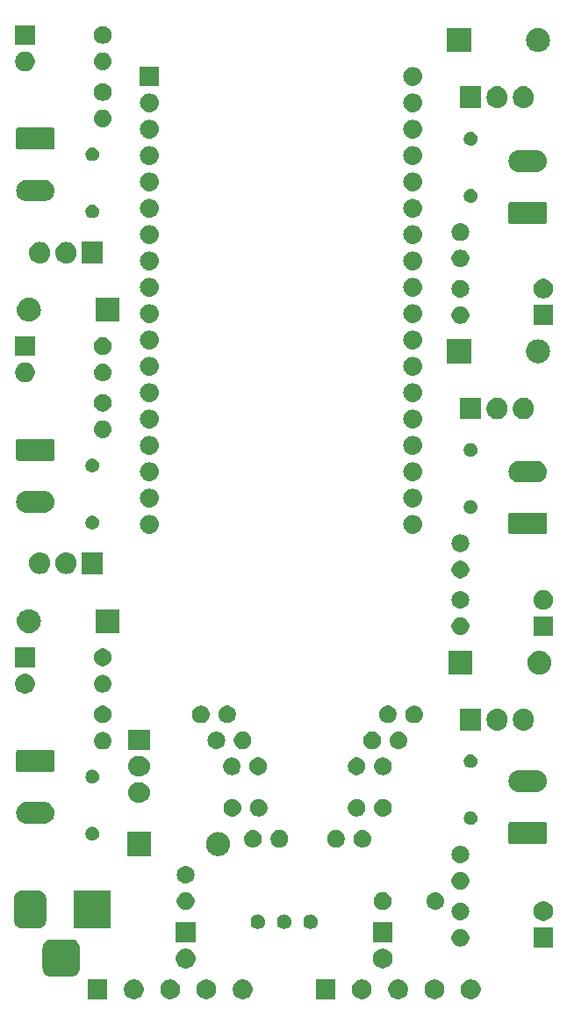
<source format=gbr>
G04 #@! TF.GenerationSoftware,KiCad,Pcbnew,(5.1.4)-1*
G04 #@! TF.CreationDate,2020-02-24T00:27:31+00:00*
G04 #@! TF.ProjectId,SPS-BellDriver,5350532d-4265-46c6-9c44-72697665722e,1*
G04 #@! TF.SameCoordinates,Original*
G04 #@! TF.FileFunction,Soldermask,Top*
G04 #@! TF.FilePolarity,Negative*
%FSLAX46Y46*%
G04 Gerber Fmt 4.6, Leading zero omitted, Abs format (unit mm)*
G04 Created by KiCad (PCBNEW (5.1.4)-1) date 2020-02-24 00:27:31*
%MOMM*%
%LPD*%
G04 APERTURE LIST*
%ADD10C,0.100000*%
G04 APERTURE END LIST*
D10*
G36*
X74277395Y-118585546D02*
G01*
X74450466Y-118657234D01*
X74450467Y-118657235D01*
X74606227Y-118761310D01*
X74738690Y-118893773D01*
X74738691Y-118893775D01*
X74842766Y-119049534D01*
X74914454Y-119222605D01*
X74951000Y-119406333D01*
X74951000Y-119593667D01*
X74914454Y-119777395D01*
X74842766Y-119950466D01*
X74842765Y-119950467D01*
X74738690Y-120106227D01*
X74606227Y-120238690D01*
X74527818Y-120291081D01*
X74450466Y-120342766D01*
X74277395Y-120414454D01*
X74093667Y-120451000D01*
X73906333Y-120451000D01*
X73722605Y-120414454D01*
X73549534Y-120342766D01*
X73472182Y-120291081D01*
X73393773Y-120238690D01*
X73261310Y-120106227D01*
X73157235Y-119950467D01*
X73157234Y-119950466D01*
X73085546Y-119777395D01*
X73049000Y-119593667D01*
X73049000Y-119406333D01*
X73085546Y-119222605D01*
X73157234Y-119049534D01*
X73261309Y-118893775D01*
X73261310Y-118893773D01*
X73393773Y-118761310D01*
X73549533Y-118657235D01*
X73549534Y-118657234D01*
X73722605Y-118585546D01*
X73906333Y-118549000D01*
X74093667Y-118549000D01*
X74277395Y-118585546D01*
X74277395Y-118585546D01*
G37*
G36*
X70777395Y-118585546D02*
G01*
X70950466Y-118657234D01*
X70950467Y-118657235D01*
X71106227Y-118761310D01*
X71238690Y-118893773D01*
X71238691Y-118893775D01*
X71342766Y-119049534D01*
X71414454Y-119222605D01*
X71451000Y-119406333D01*
X71451000Y-119593667D01*
X71414454Y-119777395D01*
X71342766Y-119950466D01*
X71342765Y-119950467D01*
X71238690Y-120106227D01*
X71106227Y-120238690D01*
X71027818Y-120291081D01*
X70950466Y-120342766D01*
X70777395Y-120414454D01*
X70593667Y-120451000D01*
X70406333Y-120451000D01*
X70222605Y-120414454D01*
X70049534Y-120342766D01*
X69972182Y-120291081D01*
X69893773Y-120238690D01*
X69761310Y-120106227D01*
X69657235Y-119950467D01*
X69657234Y-119950466D01*
X69585546Y-119777395D01*
X69549000Y-119593667D01*
X69549000Y-119406333D01*
X69585546Y-119222605D01*
X69657234Y-119049534D01*
X69761309Y-118893775D01*
X69761310Y-118893773D01*
X69893773Y-118761310D01*
X70049533Y-118657235D01*
X70049534Y-118657234D01*
X70222605Y-118585546D01*
X70406333Y-118549000D01*
X70593667Y-118549000D01*
X70777395Y-118585546D01*
X70777395Y-118585546D01*
G37*
G36*
X38951000Y-120451000D02*
G01*
X37049000Y-120451000D01*
X37049000Y-118549000D01*
X38951000Y-118549000D01*
X38951000Y-120451000D01*
X38951000Y-120451000D01*
G37*
G36*
X41777395Y-118585546D02*
G01*
X41950466Y-118657234D01*
X41950467Y-118657235D01*
X42106227Y-118761310D01*
X42238690Y-118893773D01*
X42238691Y-118893775D01*
X42342766Y-119049534D01*
X42414454Y-119222605D01*
X42451000Y-119406333D01*
X42451000Y-119593667D01*
X42414454Y-119777395D01*
X42342766Y-119950466D01*
X42342765Y-119950467D01*
X42238690Y-120106227D01*
X42106227Y-120238690D01*
X42027818Y-120291081D01*
X41950466Y-120342766D01*
X41777395Y-120414454D01*
X41593667Y-120451000D01*
X41406333Y-120451000D01*
X41222605Y-120414454D01*
X41049534Y-120342766D01*
X40972182Y-120291081D01*
X40893773Y-120238690D01*
X40761310Y-120106227D01*
X40657235Y-119950467D01*
X40657234Y-119950466D01*
X40585546Y-119777395D01*
X40549000Y-119593667D01*
X40549000Y-119406333D01*
X40585546Y-119222605D01*
X40657234Y-119049534D01*
X40761309Y-118893775D01*
X40761310Y-118893773D01*
X40893773Y-118761310D01*
X41049533Y-118657235D01*
X41049534Y-118657234D01*
X41222605Y-118585546D01*
X41406333Y-118549000D01*
X41593667Y-118549000D01*
X41777395Y-118585546D01*
X41777395Y-118585546D01*
G37*
G36*
X45277395Y-118585546D02*
G01*
X45450466Y-118657234D01*
X45450467Y-118657235D01*
X45606227Y-118761310D01*
X45738690Y-118893773D01*
X45738691Y-118893775D01*
X45842766Y-119049534D01*
X45914454Y-119222605D01*
X45951000Y-119406333D01*
X45951000Y-119593667D01*
X45914454Y-119777395D01*
X45842766Y-119950466D01*
X45842765Y-119950467D01*
X45738690Y-120106227D01*
X45606227Y-120238690D01*
X45527818Y-120291081D01*
X45450466Y-120342766D01*
X45277395Y-120414454D01*
X45093667Y-120451000D01*
X44906333Y-120451000D01*
X44722605Y-120414454D01*
X44549534Y-120342766D01*
X44472182Y-120291081D01*
X44393773Y-120238690D01*
X44261310Y-120106227D01*
X44157235Y-119950467D01*
X44157234Y-119950466D01*
X44085546Y-119777395D01*
X44049000Y-119593667D01*
X44049000Y-119406333D01*
X44085546Y-119222605D01*
X44157234Y-119049534D01*
X44261309Y-118893775D01*
X44261310Y-118893773D01*
X44393773Y-118761310D01*
X44549533Y-118657235D01*
X44549534Y-118657234D01*
X44722605Y-118585546D01*
X44906333Y-118549000D01*
X45093667Y-118549000D01*
X45277395Y-118585546D01*
X45277395Y-118585546D01*
G37*
G36*
X48777395Y-118585546D02*
G01*
X48950466Y-118657234D01*
X48950467Y-118657235D01*
X49106227Y-118761310D01*
X49238690Y-118893773D01*
X49238691Y-118893775D01*
X49342766Y-119049534D01*
X49414454Y-119222605D01*
X49451000Y-119406333D01*
X49451000Y-119593667D01*
X49414454Y-119777395D01*
X49342766Y-119950466D01*
X49342765Y-119950467D01*
X49238690Y-120106227D01*
X49106227Y-120238690D01*
X49027818Y-120291081D01*
X48950466Y-120342766D01*
X48777395Y-120414454D01*
X48593667Y-120451000D01*
X48406333Y-120451000D01*
X48222605Y-120414454D01*
X48049534Y-120342766D01*
X47972182Y-120291081D01*
X47893773Y-120238690D01*
X47761310Y-120106227D01*
X47657235Y-119950467D01*
X47657234Y-119950466D01*
X47585546Y-119777395D01*
X47549000Y-119593667D01*
X47549000Y-119406333D01*
X47585546Y-119222605D01*
X47657234Y-119049534D01*
X47761309Y-118893775D01*
X47761310Y-118893773D01*
X47893773Y-118761310D01*
X48049533Y-118657235D01*
X48049534Y-118657234D01*
X48222605Y-118585546D01*
X48406333Y-118549000D01*
X48593667Y-118549000D01*
X48777395Y-118585546D01*
X48777395Y-118585546D01*
G37*
G36*
X60951000Y-120451000D02*
G01*
X59049000Y-120451000D01*
X59049000Y-118549000D01*
X60951000Y-118549000D01*
X60951000Y-120451000D01*
X60951000Y-120451000D01*
G37*
G36*
X52277395Y-118585546D02*
G01*
X52450466Y-118657234D01*
X52450467Y-118657235D01*
X52606227Y-118761310D01*
X52738690Y-118893773D01*
X52738691Y-118893775D01*
X52842766Y-119049534D01*
X52914454Y-119222605D01*
X52951000Y-119406333D01*
X52951000Y-119593667D01*
X52914454Y-119777395D01*
X52842766Y-119950466D01*
X52842765Y-119950467D01*
X52738690Y-120106227D01*
X52606227Y-120238690D01*
X52527818Y-120291081D01*
X52450466Y-120342766D01*
X52277395Y-120414454D01*
X52093667Y-120451000D01*
X51906333Y-120451000D01*
X51722605Y-120414454D01*
X51549534Y-120342766D01*
X51472182Y-120291081D01*
X51393773Y-120238690D01*
X51261310Y-120106227D01*
X51157235Y-119950467D01*
X51157234Y-119950466D01*
X51085546Y-119777395D01*
X51049000Y-119593667D01*
X51049000Y-119406333D01*
X51085546Y-119222605D01*
X51157234Y-119049534D01*
X51261309Y-118893775D01*
X51261310Y-118893773D01*
X51393773Y-118761310D01*
X51549533Y-118657235D01*
X51549534Y-118657234D01*
X51722605Y-118585546D01*
X51906333Y-118549000D01*
X52093667Y-118549000D01*
X52277395Y-118585546D01*
X52277395Y-118585546D01*
G37*
G36*
X67277395Y-118585546D02*
G01*
X67450466Y-118657234D01*
X67450467Y-118657235D01*
X67606227Y-118761310D01*
X67738690Y-118893773D01*
X67738691Y-118893775D01*
X67842766Y-119049534D01*
X67914454Y-119222605D01*
X67951000Y-119406333D01*
X67951000Y-119593667D01*
X67914454Y-119777395D01*
X67842766Y-119950466D01*
X67842765Y-119950467D01*
X67738690Y-120106227D01*
X67606227Y-120238690D01*
X67527818Y-120291081D01*
X67450466Y-120342766D01*
X67277395Y-120414454D01*
X67093667Y-120451000D01*
X66906333Y-120451000D01*
X66722605Y-120414454D01*
X66549534Y-120342766D01*
X66472182Y-120291081D01*
X66393773Y-120238690D01*
X66261310Y-120106227D01*
X66157235Y-119950467D01*
X66157234Y-119950466D01*
X66085546Y-119777395D01*
X66049000Y-119593667D01*
X66049000Y-119406333D01*
X66085546Y-119222605D01*
X66157234Y-119049534D01*
X66261309Y-118893775D01*
X66261310Y-118893773D01*
X66393773Y-118761310D01*
X66549533Y-118657235D01*
X66549534Y-118657234D01*
X66722605Y-118585546D01*
X66906333Y-118549000D01*
X67093667Y-118549000D01*
X67277395Y-118585546D01*
X67277395Y-118585546D01*
G37*
G36*
X63777395Y-118585546D02*
G01*
X63950466Y-118657234D01*
X63950467Y-118657235D01*
X64106227Y-118761310D01*
X64238690Y-118893773D01*
X64238691Y-118893775D01*
X64342766Y-119049534D01*
X64414454Y-119222605D01*
X64451000Y-119406333D01*
X64451000Y-119593667D01*
X64414454Y-119777395D01*
X64342766Y-119950466D01*
X64342765Y-119950467D01*
X64238690Y-120106227D01*
X64106227Y-120238690D01*
X64027818Y-120291081D01*
X63950466Y-120342766D01*
X63777395Y-120414454D01*
X63593667Y-120451000D01*
X63406333Y-120451000D01*
X63222605Y-120414454D01*
X63049534Y-120342766D01*
X62972182Y-120291081D01*
X62893773Y-120238690D01*
X62761310Y-120106227D01*
X62657235Y-119950467D01*
X62657234Y-119950466D01*
X62585546Y-119777395D01*
X62549000Y-119593667D01*
X62549000Y-119406333D01*
X62585546Y-119222605D01*
X62657234Y-119049534D01*
X62761309Y-118893775D01*
X62761310Y-118893773D01*
X62893773Y-118761310D01*
X63049533Y-118657235D01*
X63049534Y-118657234D01*
X63222605Y-118585546D01*
X63406333Y-118549000D01*
X63593667Y-118549000D01*
X63777395Y-118585546D01*
X63777395Y-118585546D01*
G37*
G36*
X35626366Y-114715695D02*
G01*
X35783460Y-114763349D01*
X35928231Y-114840731D01*
X36055128Y-114944872D01*
X36159269Y-115071769D01*
X36236651Y-115216540D01*
X36284305Y-115373634D01*
X36301000Y-115543140D01*
X36301000Y-117456860D01*
X36284305Y-117626366D01*
X36236651Y-117783460D01*
X36159269Y-117928231D01*
X36055128Y-118055128D01*
X35928231Y-118159269D01*
X35783460Y-118236651D01*
X35626366Y-118284305D01*
X35456860Y-118301000D01*
X33543140Y-118301000D01*
X33373634Y-118284305D01*
X33216540Y-118236651D01*
X33071769Y-118159269D01*
X32944872Y-118055128D01*
X32840731Y-117928231D01*
X32763349Y-117783460D01*
X32715695Y-117626366D01*
X32699000Y-117456860D01*
X32699000Y-115543140D01*
X32715695Y-115373634D01*
X32763349Y-115216540D01*
X32840731Y-115071769D01*
X32944872Y-114944872D01*
X33071769Y-114840731D01*
X33216540Y-114763349D01*
X33373634Y-114715695D01*
X33543140Y-114699000D01*
X35456860Y-114699000D01*
X35626366Y-114715695D01*
X35626366Y-114715695D01*
G37*
G36*
X65777395Y-115625546D02*
G01*
X65950466Y-115697234D01*
X65950467Y-115697235D01*
X66106227Y-115801310D01*
X66238690Y-115933773D01*
X66238691Y-115933775D01*
X66342766Y-116089534D01*
X66414454Y-116262605D01*
X66451000Y-116446333D01*
X66451000Y-116633667D01*
X66414454Y-116817395D01*
X66342766Y-116990466D01*
X66342765Y-116990467D01*
X66238690Y-117146227D01*
X66106227Y-117278690D01*
X66027818Y-117331081D01*
X65950466Y-117382766D01*
X65777395Y-117454454D01*
X65593667Y-117491000D01*
X65406333Y-117491000D01*
X65222605Y-117454454D01*
X65049534Y-117382766D01*
X64972182Y-117331081D01*
X64893773Y-117278690D01*
X64761310Y-117146227D01*
X64657235Y-116990467D01*
X64657234Y-116990466D01*
X64585546Y-116817395D01*
X64549000Y-116633667D01*
X64549000Y-116446333D01*
X64585546Y-116262605D01*
X64657234Y-116089534D01*
X64761309Y-115933775D01*
X64761310Y-115933773D01*
X64893773Y-115801310D01*
X65049533Y-115697235D01*
X65049534Y-115697234D01*
X65222605Y-115625546D01*
X65406333Y-115589000D01*
X65593667Y-115589000D01*
X65777395Y-115625546D01*
X65777395Y-115625546D01*
G37*
G36*
X46777395Y-115625546D02*
G01*
X46950466Y-115697234D01*
X46950467Y-115697235D01*
X47106227Y-115801310D01*
X47238690Y-115933773D01*
X47238691Y-115933775D01*
X47342766Y-116089534D01*
X47414454Y-116262605D01*
X47451000Y-116446333D01*
X47451000Y-116633667D01*
X47414454Y-116817395D01*
X47342766Y-116990466D01*
X47342765Y-116990467D01*
X47238690Y-117146227D01*
X47106227Y-117278690D01*
X47027818Y-117331081D01*
X46950466Y-117382766D01*
X46777395Y-117454454D01*
X46593667Y-117491000D01*
X46406333Y-117491000D01*
X46222605Y-117454454D01*
X46049534Y-117382766D01*
X45972182Y-117331081D01*
X45893773Y-117278690D01*
X45761310Y-117146227D01*
X45657235Y-116990467D01*
X45657234Y-116990466D01*
X45585546Y-116817395D01*
X45549000Y-116633667D01*
X45549000Y-116446333D01*
X45585546Y-116262605D01*
X45657234Y-116089534D01*
X45761309Y-115933775D01*
X45761310Y-115933773D01*
X45893773Y-115801310D01*
X46049533Y-115697235D01*
X46049534Y-115697234D01*
X46222605Y-115625546D01*
X46406333Y-115589000D01*
X46593667Y-115589000D01*
X46777395Y-115625546D01*
X46777395Y-115625546D01*
G37*
G36*
X81951000Y-115451000D02*
G01*
X80049000Y-115451000D01*
X80049000Y-113549000D01*
X81951000Y-113549000D01*
X81951000Y-115451000D01*
X81951000Y-115451000D01*
G37*
G36*
X73248228Y-113721703D02*
G01*
X73403100Y-113785853D01*
X73542481Y-113878985D01*
X73661015Y-113997519D01*
X73754147Y-114136900D01*
X73818297Y-114291772D01*
X73851000Y-114456184D01*
X73851000Y-114623816D01*
X73818297Y-114788228D01*
X73754147Y-114943100D01*
X73661015Y-115082481D01*
X73542481Y-115201015D01*
X73403100Y-115294147D01*
X73248228Y-115358297D01*
X73083816Y-115391000D01*
X72916184Y-115391000D01*
X72751772Y-115358297D01*
X72596900Y-115294147D01*
X72457519Y-115201015D01*
X72338985Y-115082481D01*
X72245853Y-114943100D01*
X72181703Y-114788228D01*
X72149000Y-114623816D01*
X72149000Y-114456184D01*
X72181703Y-114291772D01*
X72245853Y-114136900D01*
X72338985Y-113997519D01*
X72457519Y-113878985D01*
X72596900Y-113785853D01*
X72751772Y-113721703D01*
X72916184Y-113689000D01*
X73083816Y-113689000D01*
X73248228Y-113721703D01*
X73248228Y-113721703D01*
G37*
G36*
X66451000Y-114951000D02*
G01*
X64549000Y-114951000D01*
X64549000Y-113049000D01*
X66451000Y-113049000D01*
X66451000Y-114951000D01*
X66451000Y-114951000D01*
G37*
G36*
X47451000Y-114951000D02*
G01*
X45549000Y-114951000D01*
X45549000Y-113049000D01*
X47451000Y-113049000D01*
X47451000Y-114951000D01*
X47451000Y-114951000D01*
G37*
G36*
X58699750Y-112327239D02*
G01*
X58741557Y-112335555D01*
X58867310Y-112387643D01*
X58980486Y-112463265D01*
X59076735Y-112559514D01*
X59152357Y-112672690D01*
X59168227Y-112711004D01*
X59204445Y-112798443D01*
X59219565Y-112874453D01*
X59231000Y-112931943D01*
X59231000Y-113068057D01*
X59204445Y-113201557D01*
X59152357Y-113327310D01*
X59076735Y-113440486D01*
X58980486Y-113536735D01*
X58867310Y-113612357D01*
X58741557Y-113664445D01*
X58608058Y-113691000D01*
X58471942Y-113691000D01*
X58338443Y-113664445D01*
X58212690Y-113612357D01*
X58099514Y-113536735D01*
X58003265Y-113440486D01*
X57927643Y-113327310D01*
X57875555Y-113201557D01*
X57849000Y-113068057D01*
X57849000Y-112931943D01*
X57860436Y-112874453D01*
X57875555Y-112798443D01*
X57911773Y-112711004D01*
X57927643Y-112672690D01*
X58003265Y-112559514D01*
X58099514Y-112463265D01*
X58212690Y-112387643D01*
X58338443Y-112335555D01*
X58380250Y-112327239D01*
X58471942Y-112309000D01*
X58608058Y-112309000D01*
X58699750Y-112327239D01*
X58699750Y-112327239D01*
G37*
G36*
X53619750Y-112327239D02*
G01*
X53661557Y-112335555D01*
X53787310Y-112387643D01*
X53900486Y-112463265D01*
X53996735Y-112559514D01*
X54072357Y-112672690D01*
X54088227Y-112711004D01*
X54124445Y-112798443D01*
X54139565Y-112874453D01*
X54151000Y-112931943D01*
X54151000Y-113068057D01*
X54124445Y-113201557D01*
X54072357Y-113327310D01*
X53996735Y-113440486D01*
X53900486Y-113536735D01*
X53787310Y-113612357D01*
X53661557Y-113664445D01*
X53528058Y-113691000D01*
X53391942Y-113691000D01*
X53258443Y-113664445D01*
X53132690Y-113612357D01*
X53019514Y-113536735D01*
X52923265Y-113440486D01*
X52847643Y-113327310D01*
X52795555Y-113201557D01*
X52769000Y-113068057D01*
X52769000Y-112931943D01*
X52780436Y-112874453D01*
X52795555Y-112798443D01*
X52831773Y-112711004D01*
X52847643Y-112672690D01*
X52923265Y-112559514D01*
X53019514Y-112463265D01*
X53132690Y-112387643D01*
X53258443Y-112335555D01*
X53300250Y-112327239D01*
X53391942Y-112309000D01*
X53528058Y-112309000D01*
X53619750Y-112327239D01*
X53619750Y-112327239D01*
G37*
G36*
X56159750Y-112327239D02*
G01*
X56201557Y-112335555D01*
X56327310Y-112387643D01*
X56440486Y-112463265D01*
X56536735Y-112559514D01*
X56612357Y-112672690D01*
X56628227Y-112711004D01*
X56664445Y-112798443D01*
X56679565Y-112874453D01*
X56691000Y-112931943D01*
X56691000Y-113068057D01*
X56664445Y-113201557D01*
X56612357Y-113327310D01*
X56536735Y-113440486D01*
X56440486Y-113536735D01*
X56327310Y-113612357D01*
X56201557Y-113664445D01*
X56068058Y-113691000D01*
X55931942Y-113691000D01*
X55798443Y-113664445D01*
X55672690Y-113612357D01*
X55559514Y-113536735D01*
X55463265Y-113440486D01*
X55387643Y-113327310D01*
X55335555Y-113201557D01*
X55309000Y-113068057D01*
X55309000Y-112931943D01*
X55320436Y-112874453D01*
X55335555Y-112798443D01*
X55371773Y-112711004D01*
X55387643Y-112672690D01*
X55463265Y-112559514D01*
X55559514Y-112463265D01*
X55672690Y-112387643D01*
X55798443Y-112335555D01*
X55840250Y-112327239D01*
X55931942Y-112309000D01*
X56068058Y-112309000D01*
X56159750Y-112327239D01*
X56159750Y-112327239D01*
G37*
G36*
X39301000Y-113601000D02*
G01*
X35699000Y-113601000D01*
X35699000Y-109999000D01*
X39301000Y-109999000D01*
X39301000Y-113601000D01*
X39301000Y-113601000D01*
G37*
G36*
X32476979Y-110013293D02*
G01*
X32610625Y-110053834D01*
X32733784Y-110119664D01*
X32841740Y-110208260D01*
X32930336Y-110316216D01*
X32996166Y-110439375D01*
X33036707Y-110573021D01*
X33051000Y-110718140D01*
X33051000Y-112881860D01*
X33036707Y-113026979D01*
X32996166Y-113160625D01*
X32930336Y-113283784D01*
X32841740Y-113391740D01*
X32733784Y-113480336D01*
X32610625Y-113546166D01*
X32476979Y-113586707D01*
X32331860Y-113601000D01*
X30668140Y-113601000D01*
X30523021Y-113586707D01*
X30389375Y-113546166D01*
X30266216Y-113480336D01*
X30158260Y-113391740D01*
X30069664Y-113283784D01*
X30003834Y-113160625D01*
X29963293Y-113026979D01*
X29949000Y-112881860D01*
X29949000Y-110718140D01*
X29963293Y-110573021D01*
X30003834Y-110439375D01*
X30069664Y-110316216D01*
X30158260Y-110208260D01*
X30266216Y-110119664D01*
X30389375Y-110053834D01*
X30523021Y-110013293D01*
X30668140Y-109999000D01*
X32331860Y-109999000D01*
X32476979Y-110013293D01*
X32476979Y-110013293D01*
G37*
G36*
X81277395Y-111045546D02*
G01*
X81450466Y-111117234D01*
X81450467Y-111117235D01*
X81606227Y-111221310D01*
X81738690Y-111353773D01*
X81738691Y-111353775D01*
X81842766Y-111509534D01*
X81914454Y-111682605D01*
X81951000Y-111866333D01*
X81951000Y-112053667D01*
X81914454Y-112237395D01*
X81842766Y-112410466D01*
X81842765Y-112410467D01*
X81738690Y-112566227D01*
X81606227Y-112698690D01*
X81587796Y-112711005D01*
X81450466Y-112802766D01*
X81277395Y-112874454D01*
X81093667Y-112911000D01*
X80906333Y-112911000D01*
X80722605Y-112874454D01*
X80549534Y-112802766D01*
X80412204Y-112711005D01*
X80393773Y-112698690D01*
X80261310Y-112566227D01*
X80157235Y-112410467D01*
X80157234Y-112410466D01*
X80085546Y-112237395D01*
X80049000Y-112053667D01*
X80049000Y-111866333D01*
X80085546Y-111682605D01*
X80157234Y-111509534D01*
X80261309Y-111353775D01*
X80261310Y-111353773D01*
X80393773Y-111221310D01*
X80549533Y-111117235D01*
X80549534Y-111117234D01*
X80722605Y-111045546D01*
X80906333Y-111009000D01*
X81093667Y-111009000D01*
X81277395Y-111045546D01*
X81277395Y-111045546D01*
G37*
G36*
X73166823Y-111161313D02*
G01*
X73327242Y-111209976D01*
X73398806Y-111248228D01*
X73475078Y-111288996D01*
X73604659Y-111395341D01*
X73711004Y-111524922D01*
X73711005Y-111524924D01*
X73790024Y-111672758D01*
X73838687Y-111833177D01*
X73855117Y-112000000D01*
X73838687Y-112166823D01*
X73790024Y-112327242D01*
X73757739Y-112387643D01*
X73711004Y-112475078D01*
X73604659Y-112604659D01*
X73475078Y-112711004D01*
X73475076Y-112711005D01*
X73327242Y-112790024D01*
X73166823Y-112838687D01*
X73041804Y-112851000D01*
X72958196Y-112851000D01*
X72833177Y-112838687D01*
X72672758Y-112790024D01*
X72524924Y-112711005D01*
X72524922Y-112711004D01*
X72395341Y-112604659D01*
X72288996Y-112475078D01*
X72242261Y-112387643D01*
X72209976Y-112327242D01*
X72161313Y-112166823D01*
X72144883Y-112000000D01*
X72161313Y-111833177D01*
X72209976Y-111672758D01*
X72288995Y-111524924D01*
X72288996Y-111524922D01*
X72395341Y-111395341D01*
X72524922Y-111288996D01*
X72601194Y-111248228D01*
X72672758Y-111209976D01*
X72833177Y-111161313D01*
X72958196Y-111149000D01*
X73041804Y-111149000D01*
X73166823Y-111161313D01*
X73166823Y-111161313D01*
G37*
G36*
X46748228Y-110181703D02*
G01*
X46903100Y-110245853D01*
X47042481Y-110338985D01*
X47161015Y-110457519D01*
X47254147Y-110596900D01*
X47318297Y-110751772D01*
X47351000Y-110916184D01*
X47351000Y-111083816D01*
X47318297Y-111248228D01*
X47254147Y-111403100D01*
X47161015Y-111542481D01*
X47042481Y-111661015D01*
X46903100Y-111754147D01*
X46748228Y-111818297D01*
X46583816Y-111851000D01*
X46416184Y-111851000D01*
X46251772Y-111818297D01*
X46096900Y-111754147D01*
X45957519Y-111661015D01*
X45838985Y-111542481D01*
X45745853Y-111403100D01*
X45681703Y-111248228D01*
X45649000Y-111083816D01*
X45649000Y-110916184D01*
X45681703Y-110751772D01*
X45745853Y-110596900D01*
X45838985Y-110457519D01*
X45957519Y-110338985D01*
X46096900Y-110245853D01*
X46251772Y-110181703D01*
X46416184Y-110149000D01*
X46583816Y-110149000D01*
X46748228Y-110181703D01*
X46748228Y-110181703D01*
G37*
G36*
X65748228Y-110181703D02*
G01*
X65903100Y-110245853D01*
X66042481Y-110338985D01*
X66161015Y-110457519D01*
X66254147Y-110596900D01*
X66318297Y-110751772D01*
X66351000Y-110916184D01*
X66351000Y-111083816D01*
X66318297Y-111248228D01*
X66254147Y-111403100D01*
X66161015Y-111542481D01*
X66042481Y-111661015D01*
X65903100Y-111754147D01*
X65748228Y-111818297D01*
X65583816Y-111851000D01*
X65416184Y-111851000D01*
X65251772Y-111818297D01*
X65096900Y-111754147D01*
X64957519Y-111661015D01*
X64838985Y-111542481D01*
X64745853Y-111403100D01*
X64681703Y-111248228D01*
X64649000Y-111083816D01*
X64649000Y-110916184D01*
X64681703Y-110751772D01*
X64745853Y-110596900D01*
X64838985Y-110457519D01*
X64957519Y-110338985D01*
X65096900Y-110245853D01*
X65251772Y-110181703D01*
X65416184Y-110149000D01*
X65583816Y-110149000D01*
X65748228Y-110181703D01*
X65748228Y-110181703D01*
G37*
G36*
X70746823Y-110161313D02*
G01*
X70907242Y-110209976D01*
X70974361Y-110245852D01*
X71055078Y-110288996D01*
X71184659Y-110395341D01*
X71291004Y-110524922D01*
X71291005Y-110524924D01*
X71370024Y-110672758D01*
X71418687Y-110833177D01*
X71435117Y-111000000D01*
X71418687Y-111166823D01*
X71370024Y-111327242D01*
X71329477Y-111403100D01*
X71291004Y-111475078D01*
X71184659Y-111604659D01*
X71055078Y-111711004D01*
X71055076Y-111711005D01*
X70907242Y-111790024D01*
X70746823Y-111838687D01*
X70621804Y-111851000D01*
X70538196Y-111851000D01*
X70413177Y-111838687D01*
X70252758Y-111790024D01*
X70104924Y-111711005D01*
X70104922Y-111711004D01*
X69975341Y-111604659D01*
X69868996Y-111475078D01*
X69830523Y-111403100D01*
X69789976Y-111327242D01*
X69741313Y-111166823D01*
X69724883Y-111000000D01*
X69741313Y-110833177D01*
X69789976Y-110672758D01*
X69868995Y-110524924D01*
X69868996Y-110524922D01*
X69975341Y-110395341D01*
X70104922Y-110288996D01*
X70185639Y-110245852D01*
X70252758Y-110209976D01*
X70413177Y-110161313D01*
X70538196Y-110149000D01*
X70621804Y-110149000D01*
X70746823Y-110161313D01*
X70746823Y-110161313D01*
G37*
G36*
X73248228Y-108221703D02*
G01*
X73403100Y-108285853D01*
X73542481Y-108378985D01*
X73661015Y-108497519D01*
X73754147Y-108636900D01*
X73818297Y-108791772D01*
X73851000Y-108956184D01*
X73851000Y-109123816D01*
X73818297Y-109288228D01*
X73754147Y-109443100D01*
X73661015Y-109582481D01*
X73542481Y-109701015D01*
X73403100Y-109794147D01*
X73248228Y-109858297D01*
X73083816Y-109891000D01*
X72916184Y-109891000D01*
X72751772Y-109858297D01*
X72596900Y-109794147D01*
X72457519Y-109701015D01*
X72338985Y-109582481D01*
X72245853Y-109443100D01*
X72181703Y-109288228D01*
X72149000Y-109123816D01*
X72149000Y-108956184D01*
X72181703Y-108791772D01*
X72245853Y-108636900D01*
X72338985Y-108497519D01*
X72457519Y-108378985D01*
X72596900Y-108285853D01*
X72751772Y-108221703D01*
X72916184Y-108189000D01*
X73083816Y-108189000D01*
X73248228Y-108221703D01*
X73248228Y-108221703D01*
G37*
G36*
X46666823Y-107621313D02*
G01*
X46827242Y-107669976D01*
X46959906Y-107740886D01*
X46975078Y-107748996D01*
X47104659Y-107855341D01*
X47211004Y-107984922D01*
X47211005Y-107984924D01*
X47290024Y-108132758D01*
X47338687Y-108293177D01*
X47355117Y-108460000D01*
X47338687Y-108626823D01*
X47290024Y-108787242D01*
X47219114Y-108919906D01*
X47211004Y-108935078D01*
X47104659Y-109064659D01*
X46975078Y-109171004D01*
X46975076Y-109171005D01*
X46827242Y-109250024D01*
X46666823Y-109298687D01*
X46541804Y-109311000D01*
X46458196Y-109311000D01*
X46333177Y-109298687D01*
X46172758Y-109250024D01*
X46024924Y-109171005D01*
X46024922Y-109171004D01*
X45895341Y-109064659D01*
X45788996Y-108935078D01*
X45780886Y-108919906D01*
X45709976Y-108787242D01*
X45661313Y-108626823D01*
X45644883Y-108460000D01*
X45661313Y-108293177D01*
X45709976Y-108132758D01*
X45788995Y-107984924D01*
X45788996Y-107984922D01*
X45895341Y-107855341D01*
X46024922Y-107748996D01*
X46040094Y-107740886D01*
X46172758Y-107669976D01*
X46333177Y-107621313D01*
X46458196Y-107609000D01*
X46541804Y-107609000D01*
X46666823Y-107621313D01*
X46666823Y-107621313D01*
G37*
G36*
X73166823Y-105661313D02*
G01*
X73327242Y-105709976D01*
X73459906Y-105780886D01*
X73475078Y-105788996D01*
X73604659Y-105895341D01*
X73711004Y-106024922D01*
X73711005Y-106024924D01*
X73790024Y-106172758D01*
X73838687Y-106333177D01*
X73855117Y-106500000D01*
X73838687Y-106666823D01*
X73790024Y-106827242D01*
X73719114Y-106959906D01*
X73711004Y-106975078D01*
X73604659Y-107104659D01*
X73475078Y-107211004D01*
X73475076Y-107211005D01*
X73327242Y-107290024D01*
X73166823Y-107338687D01*
X73041804Y-107351000D01*
X72958196Y-107351000D01*
X72833177Y-107338687D01*
X72672758Y-107290024D01*
X72524924Y-107211005D01*
X72524922Y-107211004D01*
X72395341Y-107104659D01*
X72288996Y-106975078D01*
X72280886Y-106959906D01*
X72209976Y-106827242D01*
X72161313Y-106666823D01*
X72144883Y-106500000D01*
X72161313Y-106333177D01*
X72209976Y-106172758D01*
X72288995Y-106024924D01*
X72288996Y-106024922D01*
X72395341Y-105895341D01*
X72524922Y-105788996D01*
X72540094Y-105780886D01*
X72672758Y-105709976D01*
X72833177Y-105661313D01*
X72958196Y-105649000D01*
X73041804Y-105649000D01*
X73166823Y-105661313D01*
X73166823Y-105661313D01*
G37*
G36*
X43151000Y-106651000D02*
G01*
X40849000Y-106651000D01*
X40849000Y-104349000D01*
X43151000Y-104349000D01*
X43151000Y-106651000D01*
X43151000Y-106651000D01*
G37*
G36*
X49789271Y-104360103D02*
G01*
X49845635Y-104365654D01*
X50062600Y-104431470D01*
X50062602Y-104431471D01*
X50262555Y-104538347D01*
X50437818Y-104682182D01*
X50581653Y-104857445D01*
X50688529Y-105057398D01*
X50688530Y-105057400D01*
X50754346Y-105274365D01*
X50776569Y-105500000D01*
X50754346Y-105725635D01*
X50716317Y-105851000D01*
X50688529Y-105942602D01*
X50581653Y-106142555D01*
X50437818Y-106317818D01*
X50262555Y-106461653D01*
X50062602Y-106568529D01*
X50062600Y-106568530D01*
X49845635Y-106634346D01*
X49789271Y-106639897D01*
X49676545Y-106651000D01*
X49563455Y-106651000D01*
X49450729Y-106639897D01*
X49394365Y-106634346D01*
X49177400Y-106568530D01*
X49177398Y-106568529D01*
X48977445Y-106461653D01*
X48802182Y-106317818D01*
X48658347Y-106142555D01*
X48551471Y-105942602D01*
X48523684Y-105851000D01*
X48485654Y-105725635D01*
X48463431Y-105500000D01*
X48485654Y-105274365D01*
X48551470Y-105057400D01*
X48551471Y-105057398D01*
X48658347Y-104857445D01*
X48802182Y-104682182D01*
X48977445Y-104538347D01*
X49177398Y-104431471D01*
X49177400Y-104431470D01*
X49394365Y-104365654D01*
X49450729Y-104360103D01*
X49563455Y-104349000D01*
X49676545Y-104349000D01*
X49789271Y-104360103D01*
X49789271Y-104360103D01*
G37*
G36*
X63706823Y-104161313D02*
G01*
X63867242Y-104209976D01*
X63934361Y-104245852D01*
X64015078Y-104288996D01*
X64144659Y-104395341D01*
X64251004Y-104524922D01*
X64251005Y-104524924D01*
X64330024Y-104672758D01*
X64378687Y-104833177D01*
X64395117Y-105000000D01*
X64378687Y-105166823D01*
X64330024Y-105327242D01*
X64289477Y-105403100D01*
X64251004Y-105475078D01*
X64144659Y-105604659D01*
X64015078Y-105711004D01*
X64015076Y-105711005D01*
X63867242Y-105790024D01*
X63706823Y-105838687D01*
X63581804Y-105851000D01*
X63498196Y-105851000D01*
X63373177Y-105838687D01*
X63212758Y-105790024D01*
X63064924Y-105711005D01*
X63064922Y-105711004D01*
X62935341Y-105604659D01*
X62828996Y-105475078D01*
X62790523Y-105403100D01*
X62749976Y-105327242D01*
X62701313Y-105166823D01*
X62684883Y-105000000D01*
X62701313Y-104833177D01*
X62749976Y-104672758D01*
X62828995Y-104524924D01*
X62828996Y-104524922D01*
X62935341Y-104395341D01*
X63064922Y-104288996D01*
X63145639Y-104245852D01*
X63212758Y-104209976D01*
X63373177Y-104161313D01*
X63498196Y-104149000D01*
X63581804Y-104149000D01*
X63706823Y-104161313D01*
X63706823Y-104161313D01*
G37*
G36*
X61248228Y-104181703D02*
G01*
X61403100Y-104245853D01*
X61542481Y-104338985D01*
X61661015Y-104457519D01*
X61754147Y-104596900D01*
X61818297Y-104751772D01*
X61851000Y-104916184D01*
X61851000Y-105083816D01*
X61818297Y-105248228D01*
X61754147Y-105403100D01*
X61661015Y-105542481D01*
X61542481Y-105661015D01*
X61403100Y-105754147D01*
X61248228Y-105818297D01*
X61083816Y-105851000D01*
X60916184Y-105851000D01*
X60751772Y-105818297D01*
X60596900Y-105754147D01*
X60457519Y-105661015D01*
X60338985Y-105542481D01*
X60245853Y-105403100D01*
X60181703Y-105248228D01*
X60149000Y-105083816D01*
X60149000Y-104916184D01*
X60181703Y-104751772D01*
X60245853Y-104596900D01*
X60338985Y-104457519D01*
X60457519Y-104338985D01*
X60596900Y-104245853D01*
X60751772Y-104181703D01*
X60916184Y-104149000D01*
X61083816Y-104149000D01*
X61248228Y-104181703D01*
X61248228Y-104181703D01*
G37*
G36*
X55788228Y-104181703D02*
G01*
X55943100Y-104245853D01*
X56082481Y-104338985D01*
X56201015Y-104457519D01*
X56294147Y-104596900D01*
X56358297Y-104751772D01*
X56391000Y-104916184D01*
X56391000Y-105083816D01*
X56358297Y-105248228D01*
X56294147Y-105403100D01*
X56201015Y-105542481D01*
X56082481Y-105661015D01*
X55943100Y-105754147D01*
X55788228Y-105818297D01*
X55623816Y-105851000D01*
X55456184Y-105851000D01*
X55291772Y-105818297D01*
X55136900Y-105754147D01*
X54997519Y-105661015D01*
X54878985Y-105542481D01*
X54785853Y-105403100D01*
X54721703Y-105248228D01*
X54689000Y-105083816D01*
X54689000Y-104916184D01*
X54721703Y-104751772D01*
X54785853Y-104596900D01*
X54878985Y-104457519D01*
X54997519Y-104338985D01*
X55136900Y-104245853D01*
X55291772Y-104181703D01*
X55456184Y-104149000D01*
X55623816Y-104149000D01*
X55788228Y-104181703D01*
X55788228Y-104181703D01*
G37*
G36*
X53166823Y-104161313D02*
G01*
X53327242Y-104209976D01*
X53394361Y-104245852D01*
X53475078Y-104288996D01*
X53604659Y-104395341D01*
X53711004Y-104524922D01*
X53711005Y-104524924D01*
X53790024Y-104672758D01*
X53838687Y-104833177D01*
X53855117Y-105000000D01*
X53838687Y-105166823D01*
X53790024Y-105327242D01*
X53749477Y-105403100D01*
X53711004Y-105475078D01*
X53604659Y-105604659D01*
X53475078Y-105711004D01*
X53475076Y-105711005D01*
X53327242Y-105790024D01*
X53166823Y-105838687D01*
X53041804Y-105851000D01*
X52958196Y-105851000D01*
X52833177Y-105838687D01*
X52672758Y-105790024D01*
X52524924Y-105711005D01*
X52524922Y-105711004D01*
X52395341Y-105604659D01*
X52288996Y-105475078D01*
X52250523Y-105403100D01*
X52209976Y-105327242D01*
X52161313Y-105166823D01*
X52144883Y-105000000D01*
X52161313Y-104833177D01*
X52209976Y-104672758D01*
X52288995Y-104524924D01*
X52288996Y-104524922D01*
X52395341Y-104395341D01*
X52524922Y-104288996D01*
X52605639Y-104245852D01*
X52672758Y-104209976D01*
X52833177Y-104161313D01*
X52958196Y-104149000D01*
X53041804Y-104149000D01*
X53166823Y-104161313D01*
X53166823Y-104161313D01*
G37*
G36*
X81214852Y-103377840D02*
G01*
X81246443Y-103387423D01*
X81275557Y-103402985D01*
X81301074Y-103423926D01*
X81322015Y-103449443D01*
X81337577Y-103478557D01*
X81347160Y-103510148D01*
X81351000Y-103549140D01*
X81351000Y-105300860D01*
X81347160Y-105339852D01*
X81337577Y-105371443D01*
X81322015Y-105400557D01*
X81301074Y-105426074D01*
X81275557Y-105447015D01*
X81246443Y-105462577D01*
X81214852Y-105472160D01*
X81175860Y-105476000D01*
X77824140Y-105476000D01*
X77785148Y-105472160D01*
X77753557Y-105462577D01*
X77724443Y-105447015D01*
X77698926Y-105426074D01*
X77677985Y-105400557D01*
X77662423Y-105371443D01*
X77652840Y-105339852D01*
X77649000Y-105300860D01*
X77649000Y-103549140D01*
X77652840Y-103510148D01*
X77662423Y-103478557D01*
X77677985Y-103449443D01*
X77698926Y-103423926D01*
X77724443Y-103402985D01*
X77753557Y-103387423D01*
X77785148Y-103377840D01*
X77824140Y-103374000D01*
X81175860Y-103374000D01*
X81214852Y-103377840D01*
X81214852Y-103377840D01*
G37*
G36*
X37628662Y-103853172D02*
G01*
X37692369Y-103865844D01*
X37742083Y-103886436D01*
X37812389Y-103915558D01*
X37812390Y-103915559D01*
X37920407Y-103987733D01*
X38012267Y-104079593D01*
X38012268Y-104079595D01*
X38084442Y-104187611D01*
X38108566Y-104245852D01*
X38126437Y-104288995D01*
X38134156Y-104307632D01*
X38159500Y-104435044D01*
X38159500Y-104564956D01*
X38134156Y-104692368D01*
X38084442Y-104812389D01*
X38048599Y-104866032D01*
X38012267Y-104920407D01*
X37920407Y-105012267D01*
X37866032Y-105048599D01*
X37812389Y-105084442D01*
X37742083Y-105113564D01*
X37692369Y-105134156D01*
X37628662Y-105146828D01*
X37564956Y-105159500D01*
X37435044Y-105159500D01*
X37371338Y-105146828D01*
X37307631Y-105134156D01*
X37257917Y-105113564D01*
X37187611Y-105084442D01*
X37133968Y-105048599D01*
X37079593Y-105012267D01*
X36987733Y-104920407D01*
X36951401Y-104866032D01*
X36915558Y-104812389D01*
X36865844Y-104692368D01*
X36840500Y-104564956D01*
X36840500Y-104435044D01*
X36865844Y-104307632D01*
X36873564Y-104288995D01*
X36891434Y-104245852D01*
X36915558Y-104187611D01*
X36987732Y-104079595D01*
X36987733Y-104079593D01*
X37079593Y-103987733D01*
X37187610Y-103915559D01*
X37187611Y-103915558D01*
X37257917Y-103886436D01*
X37307631Y-103865844D01*
X37371338Y-103853172D01*
X37435044Y-103840500D01*
X37564956Y-103840500D01*
X37628662Y-103853172D01*
X37628662Y-103853172D01*
G37*
G36*
X74128662Y-102353172D02*
G01*
X74192369Y-102365844D01*
X74242083Y-102386436D01*
X74312389Y-102415558D01*
X74312390Y-102415559D01*
X74420407Y-102487733D01*
X74512267Y-102579593D01*
X74512268Y-102579595D01*
X74584442Y-102687611D01*
X74594132Y-102711005D01*
X74634156Y-102807631D01*
X74646828Y-102871338D01*
X74659500Y-102935044D01*
X74659500Y-103064956D01*
X74634156Y-103192368D01*
X74584442Y-103312389D01*
X74584441Y-103312390D01*
X74512267Y-103420407D01*
X74420407Y-103512267D01*
X74384588Y-103536200D01*
X74312389Y-103584442D01*
X74242083Y-103613564D01*
X74192369Y-103634156D01*
X74128662Y-103646828D01*
X74064956Y-103659500D01*
X73935044Y-103659500D01*
X73871338Y-103646828D01*
X73807631Y-103634156D01*
X73757917Y-103613564D01*
X73687611Y-103584442D01*
X73615412Y-103536200D01*
X73579593Y-103512267D01*
X73487733Y-103420407D01*
X73415559Y-103312390D01*
X73415558Y-103312389D01*
X73365844Y-103192368D01*
X73340500Y-103064956D01*
X73340500Y-102935044D01*
X73353172Y-102871338D01*
X73365844Y-102807631D01*
X73405868Y-102711005D01*
X73415558Y-102687611D01*
X73487732Y-102579595D01*
X73487733Y-102579593D01*
X73579593Y-102487733D01*
X73687610Y-102415559D01*
X73687611Y-102415558D01*
X73757917Y-102386436D01*
X73807631Y-102365844D01*
X73871338Y-102353172D01*
X73935044Y-102340500D01*
X74064956Y-102340500D01*
X74128662Y-102353172D01*
X74128662Y-102353172D01*
G37*
G36*
X32903097Y-101454069D02*
G01*
X33006032Y-101464207D01*
X33204146Y-101524305D01*
X33204149Y-101524306D01*
X33240058Y-101543500D01*
X33386729Y-101621897D01*
X33546765Y-101753235D01*
X33678103Y-101913271D01*
X33723939Y-101999025D01*
X33775694Y-102095851D01*
X33775695Y-102095854D01*
X33835793Y-102293968D01*
X33856085Y-102500000D01*
X33835793Y-102706032D01*
X33801738Y-102818295D01*
X33775694Y-102904149D01*
X33723939Y-103000975D01*
X33678103Y-103086729D01*
X33546765Y-103246765D01*
X33386729Y-103378103D01*
X33311561Y-103418281D01*
X33204149Y-103475694D01*
X33204146Y-103475695D01*
X33006032Y-103535793D01*
X32903097Y-103545931D01*
X32851631Y-103551000D01*
X31148369Y-103551000D01*
X31096903Y-103545931D01*
X30993968Y-103535793D01*
X30795854Y-103475695D01*
X30795851Y-103475694D01*
X30688439Y-103418281D01*
X30613271Y-103378103D01*
X30453235Y-103246765D01*
X30321897Y-103086729D01*
X30276061Y-103000975D01*
X30224306Y-102904149D01*
X30198262Y-102818295D01*
X30164207Y-102706032D01*
X30143915Y-102500000D01*
X30164207Y-102293968D01*
X30224305Y-102095854D01*
X30224306Y-102095851D01*
X30276061Y-101999025D01*
X30321897Y-101913271D01*
X30453235Y-101753235D01*
X30613271Y-101621897D01*
X30759942Y-101543500D01*
X30795851Y-101524306D01*
X30795854Y-101524305D01*
X30993968Y-101464207D01*
X31096903Y-101454069D01*
X31148369Y-101449000D01*
X32851631Y-101449000D01*
X32903097Y-101454069D01*
X32903097Y-101454069D01*
G37*
G36*
X53788228Y-101181703D02*
G01*
X53943100Y-101245853D01*
X54082481Y-101338985D01*
X54201015Y-101457519D01*
X54294147Y-101596900D01*
X54358297Y-101751772D01*
X54391000Y-101916184D01*
X54391000Y-102083816D01*
X54358297Y-102248228D01*
X54294147Y-102403100D01*
X54201015Y-102542481D01*
X54082481Y-102661015D01*
X53943100Y-102754147D01*
X53788228Y-102818297D01*
X53623816Y-102851000D01*
X53456184Y-102851000D01*
X53291772Y-102818297D01*
X53136900Y-102754147D01*
X52997519Y-102661015D01*
X52878985Y-102542481D01*
X52785853Y-102403100D01*
X52721703Y-102248228D01*
X52689000Y-102083816D01*
X52689000Y-101916184D01*
X52721703Y-101751772D01*
X52785853Y-101596900D01*
X52878985Y-101457519D01*
X52997519Y-101338985D01*
X53136900Y-101245853D01*
X53291772Y-101181703D01*
X53456184Y-101149000D01*
X53623816Y-101149000D01*
X53788228Y-101181703D01*
X53788228Y-101181703D01*
G37*
G36*
X63248228Y-101181703D02*
G01*
X63403100Y-101245853D01*
X63542481Y-101338985D01*
X63661015Y-101457519D01*
X63754147Y-101596900D01*
X63818297Y-101751772D01*
X63851000Y-101916184D01*
X63851000Y-102083816D01*
X63818297Y-102248228D01*
X63754147Y-102403100D01*
X63661015Y-102542481D01*
X63542481Y-102661015D01*
X63403100Y-102754147D01*
X63248228Y-102818297D01*
X63083816Y-102851000D01*
X62916184Y-102851000D01*
X62751772Y-102818297D01*
X62596900Y-102754147D01*
X62457519Y-102661015D01*
X62338985Y-102542481D01*
X62245853Y-102403100D01*
X62181703Y-102248228D01*
X62149000Y-102083816D01*
X62149000Y-101916184D01*
X62181703Y-101751772D01*
X62245853Y-101596900D01*
X62338985Y-101457519D01*
X62457519Y-101338985D01*
X62596900Y-101245853D01*
X62751772Y-101181703D01*
X62916184Y-101149000D01*
X63083816Y-101149000D01*
X63248228Y-101181703D01*
X63248228Y-101181703D01*
G37*
G36*
X65706823Y-101161313D02*
G01*
X65867242Y-101209976D01*
X65934361Y-101245852D01*
X66015078Y-101288996D01*
X66144659Y-101395341D01*
X66251004Y-101524922D01*
X66251005Y-101524924D01*
X66330024Y-101672758D01*
X66378687Y-101833177D01*
X66395117Y-102000000D01*
X66378687Y-102166823D01*
X66330024Y-102327242D01*
X66259114Y-102459906D01*
X66251004Y-102475078D01*
X66144659Y-102604659D01*
X66015078Y-102711004D01*
X66015076Y-102711005D01*
X65867242Y-102790024D01*
X65706823Y-102838687D01*
X65581804Y-102851000D01*
X65498196Y-102851000D01*
X65373177Y-102838687D01*
X65212758Y-102790024D01*
X65064924Y-102711005D01*
X65064922Y-102711004D01*
X64935341Y-102604659D01*
X64828996Y-102475078D01*
X64820886Y-102459906D01*
X64749976Y-102327242D01*
X64701313Y-102166823D01*
X64684883Y-102000000D01*
X64701313Y-101833177D01*
X64749976Y-101672758D01*
X64828995Y-101524924D01*
X64828996Y-101524922D01*
X64935341Y-101395341D01*
X65064922Y-101288996D01*
X65145639Y-101245852D01*
X65212758Y-101209976D01*
X65373177Y-101161313D01*
X65498196Y-101149000D01*
X65581804Y-101149000D01*
X65706823Y-101161313D01*
X65706823Y-101161313D01*
G37*
G36*
X51166823Y-101161313D02*
G01*
X51327242Y-101209976D01*
X51394361Y-101245852D01*
X51475078Y-101288996D01*
X51604659Y-101395341D01*
X51711004Y-101524922D01*
X51711005Y-101524924D01*
X51790024Y-101672758D01*
X51838687Y-101833177D01*
X51855117Y-102000000D01*
X51838687Y-102166823D01*
X51790024Y-102327242D01*
X51719114Y-102459906D01*
X51711004Y-102475078D01*
X51604659Y-102604659D01*
X51475078Y-102711004D01*
X51475076Y-102711005D01*
X51327242Y-102790024D01*
X51166823Y-102838687D01*
X51041804Y-102851000D01*
X50958196Y-102851000D01*
X50833177Y-102838687D01*
X50672758Y-102790024D01*
X50524924Y-102711005D01*
X50524922Y-102711004D01*
X50395341Y-102604659D01*
X50288996Y-102475078D01*
X50280886Y-102459906D01*
X50209976Y-102327242D01*
X50161313Y-102166823D01*
X50144883Y-102000000D01*
X50161313Y-101833177D01*
X50209976Y-101672758D01*
X50288995Y-101524924D01*
X50288996Y-101524922D01*
X50395341Y-101395341D01*
X50524922Y-101288996D01*
X50605639Y-101245852D01*
X50672758Y-101209976D01*
X50833177Y-101161313D01*
X50958196Y-101149000D01*
X51041804Y-101149000D01*
X51166823Y-101161313D01*
X51166823Y-101161313D01*
G37*
G36*
X42145936Y-99541340D02*
G01*
X42244220Y-99551020D01*
X42433381Y-99608401D01*
X42607712Y-99701583D01*
X42760515Y-99826985D01*
X42885917Y-99979788D01*
X42979099Y-100154119D01*
X43036480Y-100343280D01*
X43055855Y-100540000D01*
X43036480Y-100736720D01*
X42979099Y-100925881D01*
X42885917Y-101100212D01*
X42760515Y-101253015D01*
X42607712Y-101378417D01*
X42433381Y-101471599D01*
X42244220Y-101528980D01*
X42145936Y-101538660D01*
X42096795Y-101543500D01*
X41903205Y-101543500D01*
X41854064Y-101538660D01*
X41755780Y-101528980D01*
X41566619Y-101471599D01*
X41392288Y-101378417D01*
X41239485Y-101253015D01*
X41114083Y-101100212D01*
X41020901Y-100925881D01*
X40963520Y-100736720D01*
X40944145Y-100540000D01*
X40963520Y-100343280D01*
X41020901Y-100154119D01*
X41114083Y-99979788D01*
X41239485Y-99826985D01*
X41392288Y-99701583D01*
X41566619Y-99608401D01*
X41755780Y-99551020D01*
X41854064Y-99541340D01*
X41903205Y-99536500D01*
X42096795Y-99536500D01*
X42145936Y-99541340D01*
X42145936Y-99541340D01*
G37*
G36*
X80403097Y-98379069D02*
G01*
X80506032Y-98389207D01*
X80694711Y-98446443D01*
X80704149Y-98449306D01*
X80776040Y-98487733D01*
X80886729Y-98546897D01*
X81046765Y-98678235D01*
X81178103Y-98838271D01*
X81223939Y-98924025D01*
X81275694Y-99020851D01*
X81275695Y-99020854D01*
X81335793Y-99218968D01*
X81356085Y-99425000D01*
X81335793Y-99631032D01*
X81275695Y-99829146D01*
X81275694Y-99829149D01*
X81223939Y-99925975D01*
X81178103Y-100011729D01*
X81046765Y-100171765D01*
X80886729Y-100303103D01*
X80811559Y-100343282D01*
X80704149Y-100400694D01*
X80704146Y-100400695D01*
X80506032Y-100460793D01*
X80403097Y-100470931D01*
X80351631Y-100476000D01*
X78648369Y-100476000D01*
X78596903Y-100470931D01*
X78493968Y-100460793D01*
X78295854Y-100400695D01*
X78295851Y-100400694D01*
X78188441Y-100343282D01*
X78113271Y-100303103D01*
X77953235Y-100171765D01*
X77821897Y-100011729D01*
X77776061Y-99925975D01*
X77724306Y-99829149D01*
X77724305Y-99829146D01*
X77664207Y-99631032D01*
X77643915Y-99425000D01*
X77664207Y-99218968D01*
X77724305Y-99020854D01*
X77724306Y-99020851D01*
X77776061Y-98924025D01*
X77821897Y-98838271D01*
X77953235Y-98678235D01*
X78113271Y-98546897D01*
X78223960Y-98487733D01*
X78295851Y-98449306D01*
X78305289Y-98446443D01*
X78493968Y-98389207D01*
X78596903Y-98379069D01*
X78648369Y-98374000D01*
X80351631Y-98374000D01*
X80403097Y-98379069D01*
X80403097Y-98379069D01*
G37*
G36*
X37628662Y-98353172D02*
G01*
X37692369Y-98365844D01*
X37716549Y-98375860D01*
X37812389Y-98415558D01*
X37858612Y-98446443D01*
X37920407Y-98487733D01*
X38012267Y-98579593D01*
X38012268Y-98579595D01*
X38084442Y-98687611D01*
X38112002Y-98754147D01*
X38134156Y-98807631D01*
X38146828Y-98871338D01*
X38159500Y-98935044D01*
X38159500Y-99064956D01*
X38134156Y-99192368D01*
X38084442Y-99312389D01*
X38084441Y-99312390D01*
X38012267Y-99420407D01*
X37920407Y-99512267D01*
X37884139Y-99536500D01*
X37812389Y-99584442D01*
X37754546Y-99608401D01*
X37692369Y-99634156D01*
X37628662Y-99646828D01*
X37564956Y-99659500D01*
X37435044Y-99659500D01*
X37371338Y-99646828D01*
X37307631Y-99634156D01*
X37245454Y-99608401D01*
X37187611Y-99584442D01*
X37115861Y-99536500D01*
X37079593Y-99512267D01*
X36987733Y-99420407D01*
X36915559Y-99312390D01*
X36915558Y-99312389D01*
X36865844Y-99192368D01*
X36840500Y-99064956D01*
X36840500Y-98935044D01*
X36853172Y-98871338D01*
X36865844Y-98807631D01*
X36887998Y-98754147D01*
X36915558Y-98687611D01*
X36987732Y-98579595D01*
X36987733Y-98579593D01*
X37079593Y-98487733D01*
X37141388Y-98446443D01*
X37187611Y-98415558D01*
X37283451Y-98375860D01*
X37307631Y-98365844D01*
X37371338Y-98353172D01*
X37435044Y-98340500D01*
X37564956Y-98340500D01*
X37628662Y-98353172D01*
X37628662Y-98353172D01*
G37*
G36*
X42145936Y-97001340D02*
G01*
X42244220Y-97011020D01*
X42433381Y-97068401D01*
X42607712Y-97161583D01*
X42760515Y-97286985D01*
X42885917Y-97439788D01*
X42979099Y-97614119D01*
X43036480Y-97803280D01*
X43055855Y-98000000D01*
X43036480Y-98196720D01*
X42979099Y-98385881D01*
X42885917Y-98560212D01*
X42760515Y-98713015D01*
X42607712Y-98838417D01*
X42433381Y-98931599D01*
X42244220Y-98988980D01*
X42145936Y-98998660D01*
X42096795Y-99003500D01*
X41903205Y-99003500D01*
X41854064Y-98998660D01*
X41755780Y-98988980D01*
X41566619Y-98931599D01*
X41392288Y-98838417D01*
X41239485Y-98713015D01*
X41114083Y-98560212D01*
X41020901Y-98385881D01*
X40963520Y-98196720D01*
X40944145Y-98000000D01*
X40963520Y-97803280D01*
X41020901Y-97614119D01*
X41114083Y-97439788D01*
X41239485Y-97286985D01*
X41392288Y-97161583D01*
X41566619Y-97068401D01*
X41755780Y-97011020D01*
X41854064Y-97001340D01*
X41903205Y-96996500D01*
X42096795Y-96996500D01*
X42145936Y-97001340D01*
X42145936Y-97001340D01*
G37*
G36*
X65706823Y-97161313D02*
G01*
X65867242Y-97209976D01*
X65934361Y-97245852D01*
X66015078Y-97288996D01*
X66144659Y-97395341D01*
X66251004Y-97524922D01*
X66251005Y-97524924D01*
X66330024Y-97672758D01*
X66378687Y-97833177D01*
X66395117Y-98000000D01*
X66378687Y-98166823D01*
X66330024Y-98327242D01*
X66272840Y-98434226D01*
X66251004Y-98475078D01*
X66144659Y-98604659D01*
X66015078Y-98711004D01*
X66015076Y-98711005D01*
X65867242Y-98790024D01*
X65706823Y-98838687D01*
X65581804Y-98851000D01*
X65498196Y-98851000D01*
X65373177Y-98838687D01*
X65212758Y-98790024D01*
X65064924Y-98711005D01*
X65064922Y-98711004D01*
X64935341Y-98604659D01*
X64828996Y-98475078D01*
X64807160Y-98434226D01*
X64749976Y-98327242D01*
X64701313Y-98166823D01*
X64684883Y-98000000D01*
X64701313Y-97833177D01*
X64749976Y-97672758D01*
X64828995Y-97524924D01*
X64828996Y-97524922D01*
X64935341Y-97395341D01*
X65064922Y-97288996D01*
X65145639Y-97245852D01*
X65212758Y-97209976D01*
X65373177Y-97161313D01*
X65498196Y-97149000D01*
X65581804Y-97149000D01*
X65706823Y-97161313D01*
X65706823Y-97161313D01*
G37*
G36*
X51126823Y-97161313D02*
G01*
X51287242Y-97209976D01*
X51354361Y-97245852D01*
X51435078Y-97288996D01*
X51564659Y-97395341D01*
X51671004Y-97524922D01*
X51671005Y-97524924D01*
X51750024Y-97672758D01*
X51798687Y-97833177D01*
X51815117Y-98000000D01*
X51798687Y-98166823D01*
X51750024Y-98327242D01*
X51692840Y-98434226D01*
X51671004Y-98475078D01*
X51564659Y-98604659D01*
X51435078Y-98711004D01*
X51435076Y-98711005D01*
X51287242Y-98790024D01*
X51126823Y-98838687D01*
X51001804Y-98851000D01*
X50918196Y-98851000D01*
X50793177Y-98838687D01*
X50632758Y-98790024D01*
X50484924Y-98711005D01*
X50484922Y-98711004D01*
X50355341Y-98604659D01*
X50248996Y-98475078D01*
X50227160Y-98434226D01*
X50169976Y-98327242D01*
X50121313Y-98166823D01*
X50104883Y-98000000D01*
X50121313Y-97833177D01*
X50169976Y-97672758D01*
X50248995Y-97524924D01*
X50248996Y-97524922D01*
X50355341Y-97395341D01*
X50484922Y-97288996D01*
X50565639Y-97245852D01*
X50632758Y-97209976D01*
X50793177Y-97161313D01*
X50918196Y-97149000D01*
X51001804Y-97149000D01*
X51126823Y-97161313D01*
X51126823Y-97161313D01*
G37*
G36*
X53748228Y-97181703D02*
G01*
X53903100Y-97245853D01*
X54042481Y-97338985D01*
X54161015Y-97457519D01*
X54254147Y-97596900D01*
X54318297Y-97751772D01*
X54351000Y-97916184D01*
X54351000Y-98083816D01*
X54318297Y-98248228D01*
X54254147Y-98403100D01*
X54161015Y-98542481D01*
X54042481Y-98661015D01*
X53903100Y-98754147D01*
X53748228Y-98818297D01*
X53583816Y-98851000D01*
X53416184Y-98851000D01*
X53251772Y-98818297D01*
X53096900Y-98754147D01*
X52957519Y-98661015D01*
X52838985Y-98542481D01*
X52745853Y-98403100D01*
X52681703Y-98248228D01*
X52649000Y-98083816D01*
X52649000Y-97916184D01*
X52681703Y-97751772D01*
X52745853Y-97596900D01*
X52838985Y-97457519D01*
X52957519Y-97338985D01*
X53096900Y-97245853D01*
X53251772Y-97181703D01*
X53416184Y-97149000D01*
X53583816Y-97149000D01*
X53748228Y-97181703D01*
X53748228Y-97181703D01*
G37*
G36*
X63248228Y-97181703D02*
G01*
X63403100Y-97245853D01*
X63542481Y-97338985D01*
X63661015Y-97457519D01*
X63754147Y-97596900D01*
X63818297Y-97751772D01*
X63851000Y-97916184D01*
X63851000Y-98083816D01*
X63818297Y-98248228D01*
X63754147Y-98403100D01*
X63661015Y-98542481D01*
X63542481Y-98661015D01*
X63403100Y-98754147D01*
X63248228Y-98818297D01*
X63083816Y-98851000D01*
X62916184Y-98851000D01*
X62751772Y-98818297D01*
X62596900Y-98754147D01*
X62457519Y-98661015D01*
X62338985Y-98542481D01*
X62245853Y-98403100D01*
X62181703Y-98248228D01*
X62149000Y-98083816D01*
X62149000Y-97916184D01*
X62181703Y-97751772D01*
X62245853Y-97596900D01*
X62338985Y-97457519D01*
X62457519Y-97338985D01*
X62596900Y-97245853D01*
X62751772Y-97181703D01*
X62916184Y-97149000D01*
X63083816Y-97149000D01*
X63248228Y-97181703D01*
X63248228Y-97181703D01*
G37*
G36*
X33714852Y-96452840D02*
G01*
X33746443Y-96462423D01*
X33775557Y-96477985D01*
X33801074Y-96498926D01*
X33822015Y-96524443D01*
X33837577Y-96553557D01*
X33847160Y-96585148D01*
X33851000Y-96624140D01*
X33851000Y-98375860D01*
X33847160Y-98414852D01*
X33837577Y-98446443D01*
X33822015Y-98475557D01*
X33801074Y-98501074D01*
X33775557Y-98522015D01*
X33746443Y-98537577D01*
X33714852Y-98547160D01*
X33675860Y-98551000D01*
X30324140Y-98551000D01*
X30285148Y-98547160D01*
X30253557Y-98537577D01*
X30224443Y-98522015D01*
X30198926Y-98501074D01*
X30177985Y-98475557D01*
X30162423Y-98446443D01*
X30152840Y-98414852D01*
X30149000Y-98375860D01*
X30149000Y-96624140D01*
X30152840Y-96585148D01*
X30162423Y-96553557D01*
X30177985Y-96524443D01*
X30198926Y-96498926D01*
X30224443Y-96477985D01*
X30253557Y-96462423D01*
X30285148Y-96452840D01*
X30324140Y-96449000D01*
X33675860Y-96449000D01*
X33714852Y-96452840D01*
X33714852Y-96452840D01*
G37*
G36*
X74128662Y-96853172D02*
G01*
X74192369Y-96865844D01*
X74242083Y-96886436D01*
X74312389Y-96915558D01*
X74312390Y-96915559D01*
X74420407Y-96987733D01*
X74512267Y-97079593D01*
X74512268Y-97079595D01*
X74584442Y-97187611D01*
X74608566Y-97245852D01*
X74626437Y-97288995D01*
X74634156Y-97307632D01*
X74659500Y-97435044D01*
X74659500Y-97564956D01*
X74634156Y-97692368D01*
X74584442Y-97812389D01*
X74584441Y-97812390D01*
X74512267Y-97920407D01*
X74420407Y-98012267D01*
X74366032Y-98048599D01*
X74312389Y-98084442D01*
X74242083Y-98113564D01*
X74192369Y-98134156D01*
X74128662Y-98146828D01*
X74064956Y-98159500D01*
X73935044Y-98159500D01*
X73871338Y-98146828D01*
X73807631Y-98134156D01*
X73757917Y-98113564D01*
X73687611Y-98084442D01*
X73633968Y-98048599D01*
X73579593Y-98012267D01*
X73487733Y-97920407D01*
X73415559Y-97812390D01*
X73415558Y-97812389D01*
X73365844Y-97692368D01*
X73340500Y-97564956D01*
X73340500Y-97435044D01*
X73365844Y-97307632D01*
X73373564Y-97288995D01*
X73391434Y-97245852D01*
X73415558Y-97187611D01*
X73487732Y-97079595D01*
X73487733Y-97079593D01*
X73579593Y-96987733D01*
X73687610Y-96915559D01*
X73687611Y-96915558D01*
X73757917Y-96886436D01*
X73807631Y-96865844D01*
X73871338Y-96853172D01*
X73935044Y-96840500D01*
X74064956Y-96840500D01*
X74128662Y-96853172D01*
X74128662Y-96853172D01*
G37*
G36*
X43051000Y-96463500D02*
G01*
X40949000Y-96463500D01*
X40949000Y-94456500D01*
X43051000Y-94456500D01*
X43051000Y-96463500D01*
X43051000Y-96463500D01*
G37*
G36*
X38666823Y-94701313D02*
G01*
X38797380Y-94740917D01*
X38813651Y-94745853D01*
X38827242Y-94749976D01*
X38900241Y-94788995D01*
X38975078Y-94828996D01*
X39104659Y-94935341D01*
X39211004Y-95064922D01*
X39211005Y-95064924D01*
X39290024Y-95212758D01*
X39338687Y-95373177D01*
X39355117Y-95540000D01*
X39338687Y-95706823D01*
X39290024Y-95867242D01*
X39270859Y-95903097D01*
X39211004Y-96015078D01*
X39104659Y-96144659D01*
X38975078Y-96251004D01*
X38975076Y-96251005D01*
X38827242Y-96330024D01*
X38666823Y-96378687D01*
X38541804Y-96391000D01*
X38458196Y-96391000D01*
X38333177Y-96378687D01*
X38172758Y-96330024D01*
X38024924Y-96251005D01*
X38024922Y-96251004D01*
X37895341Y-96144659D01*
X37788996Y-96015078D01*
X37729141Y-95903097D01*
X37709976Y-95867242D01*
X37661313Y-95706823D01*
X37644883Y-95540000D01*
X37661313Y-95373177D01*
X37709976Y-95212758D01*
X37788995Y-95064924D01*
X37788996Y-95064922D01*
X37895341Y-94935341D01*
X38024922Y-94828996D01*
X38099759Y-94788995D01*
X38172758Y-94749976D01*
X38186350Y-94745853D01*
X38202620Y-94740917D01*
X38333177Y-94701313D01*
X38458196Y-94689000D01*
X38541804Y-94689000D01*
X38666823Y-94701313D01*
X38666823Y-94701313D01*
G37*
G36*
X52248228Y-94681703D02*
G01*
X52403100Y-94745853D01*
X52542481Y-94838985D01*
X52661015Y-94957519D01*
X52754147Y-95096900D01*
X52818297Y-95251772D01*
X52851000Y-95416184D01*
X52851000Y-95583816D01*
X52818297Y-95748228D01*
X52754147Y-95903100D01*
X52661015Y-96042481D01*
X52542481Y-96161015D01*
X52403100Y-96254147D01*
X52248228Y-96318297D01*
X52083816Y-96351000D01*
X51916184Y-96351000D01*
X51751772Y-96318297D01*
X51596900Y-96254147D01*
X51457519Y-96161015D01*
X51338985Y-96042481D01*
X51245853Y-95903100D01*
X51181703Y-95748228D01*
X51149000Y-95583816D01*
X51149000Y-95416184D01*
X51181703Y-95251772D01*
X51245853Y-95096900D01*
X51338985Y-94957519D01*
X51457519Y-94838985D01*
X51596900Y-94745853D01*
X51751772Y-94681703D01*
X51916184Y-94649000D01*
X52083816Y-94649000D01*
X52248228Y-94681703D01*
X52248228Y-94681703D01*
G37*
G36*
X67206823Y-94661313D02*
G01*
X67367242Y-94709976D01*
X67499906Y-94780886D01*
X67515078Y-94788996D01*
X67644659Y-94895341D01*
X67751004Y-95024922D01*
X67751005Y-95024924D01*
X67830024Y-95172758D01*
X67878687Y-95333177D01*
X67895117Y-95500000D01*
X67878687Y-95666823D01*
X67830024Y-95827242D01*
X67789477Y-95903100D01*
X67751004Y-95975078D01*
X67644659Y-96104659D01*
X67515078Y-96211004D01*
X67515076Y-96211005D01*
X67367242Y-96290024D01*
X67206823Y-96338687D01*
X67081804Y-96351000D01*
X66998196Y-96351000D01*
X66873177Y-96338687D01*
X66712758Y-96290024D01*
X66564924Y-96211005D01*
X66564922Y-96211004D01*
X66435341Y-96104659D01*
X66328996Y-95975078D01*
X66290523Y-95903100D01*
X66249976Y-95827242D01*
X66201313Y-95666823D01*
X66184883Y-95500000D01*
X66201313Y-95333177D01*
X66249976Y-95172758D01*
X66328995Y-95024924D01*
X66328996Y-95024922D01*
X66435341Y-94895341D01*
X66564922Y-94788996D01*
X66580094Y-94780886D01*
X66712758Y-94709976D01*
X66873177Y-94661313D01*
X66998196Y-94649000D01*
X67081804Y-94649000D01*
X67206823Y-94661313D01*
X67206823Y-94661313D01*
G37*
G36*
X64748228Y-94681703D02*
G01*
X64903100Y-94745853D01*
X65042481Y-94838985D01*
X65161015Y-94957519D01*
X65254147Y-95096900D01*
X65318297Y-95251772D01*
X65351000Y-95416184D01*
X65351000Y-95583816D01*
X65318297Y-95748228D01*
X65254147Y-95903100D01*
X65161015Y-96042481D01*
X65042481Y-96161015D01*
X64903100Y-96254147D01*
X64748228Y-96318297D01*
X64583816Y-96351000D01*
X64416184Y-96351000D01*
X64251772Y-96318297D01*
X64096900Y-96254147D01*
X63957519Y-96161015D01*
X63838985Y-96042481D01*
X63745853Y-95903100D01*
X63681703Y-95748228D01*
X63649000Y-95583816D01*
X63649000Y-95416184D01*
X63681703Y-95251772D01*
X63745853Y-95096900D01*
X63838985Y-94957519D01*
X63957519Y-94838985D01*
X64096900Y-94745853D01*
X64251772Y-94681703D01*
X64416184Y-94649000D01*
X64583816Y-94649000D01*
X64748228Y-94681703D01*
X64748228Y-94681703D01*
G37*
G36*
X49626823Y-94661313D02*
G01*
X49787242Y-94709976D01*
X49919906Y-94780886D01*
X49935078Y-94788996D01*
X50064659Y-94895341D01*
X50171004Y-95024922D01*
X50171005Y-95024924D01*
X50250024Y-95172758D01*
X50298687Y-95333177D01*
X50315117Y-95500000D01*
X50298687Y-95666823D01*
X50250024Y-95827242D01*
X50209477Y-95903100D01*
X50171004Y-95975078D01*
X50064659Y-96104659D01*
X49935078Y-96211004D01*
X49935076Y-96211005D01*
X49787242Y-96290024D01*
X49626823Y-96338687D01*
X49501804Y-96351000D01*
X49418196Y-96351000D01*
X49293177Y-96338687D01*
X49132758Y-96290024D01*
X48984924Y-96211005D01*
X48984922Y-96211004D01*
X48855341Y-96104659D01*
X48748996Y-95975078D01*
X48710523Y-95903100D01*
X48669976Y-95827242D01*
X48621313Y-95666823D01*
X48604883Y-95500000D01*
X48621313Y-95333177D01*
X48669976Y-95172758D01*
X48748995Y-95024924D01*
X48748996Y-95024922D01*
X48855341Y-94895341D01*
X48984922Y-94788996D01*
X49000094Y-94780886D01*
X49132758Y-94709976D01*
X49293177Y-94661313D01*
X49418196Y-94649000D01*
X49501804Y-94649000D01*
X49626823Y-94661313D01*
X49626823Y-94661313D01*
G37*
G36*
X76736719Y-92463520D02*
G01*
X76925880Y-92520901D01*
X76925883Y-92520902D01*
X77018333Y-92570318D01*
X77100212Y-92614083D01*
X77253015Y-92739485D01*
X77378417Y-92892288D01*
X77471599Y-93066619D01*
X77528980Y-93255780D01*
X77543500Y-93403206D01*
X77543500Y-93596793D01*
X77528980Y-93744219D01*
X77471599Y-93933380D01*
X77471598Y-93933383D01*
X77422182Y-94025833D01*
X77378417Y-94107712D01*
X77253015Y-94260515D01*
X77100212Y-94385917D01*
X76925881Y-94479099D01*
X76736720Y-94536480D01*
X76540000Y-94555855D01*
X76343281Y-94536480D01*
X76154120Y-94479099D01*
X75979788Y-94385917D01*
X75826985Y-94260515D01*
X75701583Y-94107712D01*
X75608401Y-93933381D01*
X75551020Y-93744220D01*
X75536500Y-93596794D01*
X75536500Y-93403207D01*
X75536511Y-93403100D01*
X75551020Y-93255783D01*
X75551020Y-93255781D01*
X75608401Y-93066620D01*
X75608402Y-93066617D01*
X75688810Y-92916185D01*
X75701583Y-92892288D01*
X75826985Y-92739485D01*
X75979788Y-92614083D01*
X76134180Y-92531559D01*
X76154117Y-92520902D01*
X76154119Y-92520901D01*
X76343280Y-92463520D01*
X76540000Y-92444145D01*
X76736719Y-92463520D01*
X76736719Y-92463520D01*
G37*
G36*
X79276719Y-92463520D02*
G01*
X79465880Y-92520901D01*
X79465883Y-92520902D01*
X79558333Y-92570318D01*
X79640212Y-92614083D01*
X79793015Y-92739485D01*
X79918417Y-92892288D01*
X80011599Y-93066619D01*
X80068980Y-93255780D01*
X80083500Y-93403206D01*
X80083500Y-93596793D01*
X80068980Y-93744219D01*
X80011599Y-93933380D01*
X80011598Y-93933383D01*
X79962182Y-94025833D01*
X79918417Y-94107712D01*
X79793015Y-94260515D01*
X79640212Y-94385917D01*
X79465881Y-94479099D01*
X79276720Y-94536480D01*
X79080000Y-94555855D01*
X78883281Y-94536480D01*
X78694120Y-94479099D01*
X78519788Y-94385917D01*
X78366985Y-94260515D01*
X78241583Y-94107712D01*
X78148401Y-93933381D01*
X78091020Y-93744220D01*
X78076500Y-93596794D01*
X78076500Y-93403207D01*
X78076511Y-93403100D01*
X78091020Y-93255783D01*
X78091020Y-93255781D01*
X78148401Y-93066620D01*
X78148402Y-93066617D01*
X78228810Y-92916185D01*
X78241583Y-92892288D01*
X78366985Y-92739485D01*
X78519788Y-92614083D01*
X78674180Y-92531559D01*
X78694117Y-92520902D01*
X78694119Y-92520901D01*
X78883280Y-92463520D01*
X79080000Y-92444145D01*
X79276719Y-92463520D01*
X79276719Y-92463520D01*
G37*
G36*
X75003500Y-94551000D02*
G01*
X72996500Y-94551000D01*
X72996500Y-92449000D01*
X75003500Y-92449000D01*
X75003500Y-94551000D01*
X75003500Y-94551000D01*
G37*
G36*
X38748228Y-92181703D02*
G01*
X38903100Y-92245853D01*
X39042481Y-92338985D01*
X39161015Y-92457519D01*
X39254147Y-92596900D01*
X39318297Y-92751772D01*
X39351000Y-92916184D01*
X39351000Y-93083816D01*
X39318297Y-93248228D01*
X39254147Y-93403100D01*
X39161015Y-93542481D01*
X39042481Y-93661015D01*
X38903100Y-93754147D01*
X38748228Y-93818297D01*
X38583816Y-93851000D01*
X38416184Y-93851000D01*
X38251772Y-93818297D01*
X38096900Y-93754147D01*
X37957519Y-93661015D01*
X37838985Y-93542481D01*
X37745853Y-93403100D01*
X37681703Y-93248228D01*
X37649000Y-93083816D01*
X37649000Y-92916184D01*
X37681703Y-92751772D01*
X37745853Y-92596900D01*
X37838985Y-92457519D01*
X37957519Y-92338985D01*
X38096900Y-92245853D01*
X38251772Y-92181703D01*
X38416184Y-92149000D01*
X38583816Y-92149000D01*
X38748228Y-92181703D01*
X38748228Y-92181703D01*
G37*
G36*
X48126823Y-92161313D02*
G01*
X48287242Y-92209976D01*
X48354361Y-92245852D01*
X48435078Y-92288996D01*
X48564659Y-92395341D01*
X48671004Y-92524922D01*
X48671005Y-92524924D01*
X48750024Y-92672758D01*
X48798687Y-92833177D01*
X48815117Y-93000000D01*
X48798687Y-93166823D01*
X48750024Y-93327242D01*
X48709477Y-93403100D01*
X48671004Y-93475078D01*
X48564659Y-93604659D01*
X48435078Y-93711004D01*
X48435076Y-93711005D01*
X48287242Y-93790024D01*
X48126823Y-93838687D01*
X48001804Y-93851000D01*
X47918196Y-93851000D01*
X47793177Y-93838687D01*
X47632758Y-93790024D01*
X47484924Y-93711005D01*
X47484922Y-93711004D01*
X47355341Y-93604659D01*
X47248996Y-93475078D01*
X47210523Y-93403100D01*
X47169976Y-93327242D01*
X47121313Y-93166823D01*
X47104883Y-93000000D01*
X47121313Y-92833177D01*
X47169976Y-92672758D01*
X47248995Y-92524924D01*
X47248996Y-92524922D01*
X47355341Y-92395341D01*
X47484922Y-92288996D01*
X47565639Y-92245852D01*
X47632758Y-92209976D01*
X47793177Y-92161313D01*
X47918196Y-92149000D01*
X48001804Y-92149000D01*
X48126823Y-92161313D01*
X48126823Y-92161313D01*
G37*
G36*
X66248228Y-92181703D02*
G01*
X66403100Y-92245853D01*
X66542481Y-92338985D01*
X66661015Y-92457519D01*
X66754147Y-92596900D01*
X66818297Y-92751772D01*
X66851000Y-92916184D01*
X66851000Y-93083816D01*
X66818297Y-93248228D01*
X66754147Y-93403100D01*
X66661015Y-93542481D01*
X66542481Y-93661015D01*
X66403100Y-93754147D01*
X66248228Y-93818297D01*
X66083816Y-93851000D01*
X65916184Y-93851000D01*
X65751772Y-93818297D01*
X65596900Y-93754147D01*
X65457519Y-93661015D01*
X65338985Y-93542481D01*
X65245853Y-93403100D01*
X65181703Y-93248228D01*
X65149000Y-93083816D01*
X65149000Y-92916184D01*
X65181703Y-92751772D01*
X65245853Y-92596900D01*
X65338985Y-92457519D01*
X65457519Y-92338985D01*
X65596900Y-92245853D01*
X65751772Y-92181703D01*
X65916184Y-92149000D01*
X66083816Y-92149000D01*
X66248228Y-92181703D01*
X66248228Y-92181703D01*
G37*
G36*
X68706823Y-92161313D02*
G01*
X68867242Y-92209976D01*
X68934361Y-92245852D01*
X69015078Y-92288996D01*
X69144659Y-92395341D01*
X69251004Y-92524922D01*
X69251005Y-92524924D01*
X69330024Y-92672758D01*
X69378687Y-92833177D01*
X69395117Y-93000000D01*
X69378687Y-93166823D01*
X69330024Y-93327242D01*
X69289477Y-93403100D01*
X69251004Y-93475078D01*
X69144659Y-93604659D01*
X69015078Y-93711004D01*
X69015076Y-93711005D01*
X68867242Y-93790024D01*
X68706823Y-93838687D01*
X68581804Y-93851000D01*
X68498196Y-93851000D01*
X68373177Y-93838687D01*
X68212758Y-93790024D01*
X68064924Y-93711005D01*
X68064922Y-93711004D01*
X67935341Y-93604659D01*
X67828996Y-93475078D01*
X67790523Y-93403100D01*
X67749976Y-93327242D01*
X67701313Y-93166823D01*
X67684883Y-93000000D01*
X67701313Y-92833177D01*
X67749976Y-92672758D01*
X67828995Y-92524924D01*
X67828996Y-92524922D01*
X67935341Y-92395341D01*
X68064922Y-92288996D01*
X68145639Y-92245852D01*
X68212758Y-92209976D01*
X68373177Y-92161313D01*
X68498196Y-92149000D01*
X68581804Y-92149000D01*
X68706823Y-92161313D01*
X68706823Y-92161313D01*
G37*
G36*
X50748228Y-92181703D02*
G01*
X50903100Y-92245853D01*
X51042481Y-92338985D01*
X51161015Y-92457519D01*
X51254147Y-92596900D01*
X51318297Y-92751772D01*
X51351000Y-92916184D01*
X51351000Y-93083816D01*
X51318297Y-93248228D01*
X51254147Y-93403100D01*
X51161015Y-93542481D01*
X51042481Y-93661015D01*
X50903100Y-93754147D01*
X50748228Y-93818297D01*
X50583816Y-93851000D01*
X50416184Y-93851000D01*
X50251772Y-93818297D01*
X50096900Y-93754147D01*
X49957519Y-93661015D01*
X49838985Y-93542481D01*
X49745853Y-93403100D01*
X49681703Y-93248228D01*
X49649000Y-93083816D01*
X49649000Y-92916184D01*
X49681703Y-92751772D01*
X49745853Y-92596900D01*
X49838985Y-92457519D01*
X49957519Y-92338985D01*
X50096900Y-92245853D01*
X50251772Y-92181703D01*
X50416184Y-92149000D01*
X50583816Y-92149000D01*
X50748228Y-92181703D01*
X50748228Y-92181703D01*
G37*
G36*
X31277395Y-89125546D02*
G01*
X31450466Y-89197234D01*
X31456572Y-89201314D01*
X31606227Y-89301310D01*
X31738690Y-89433773D01*
X31791081Y-89512182D01*
X31842766Y-89589534D01*
X31914454Y-89762605D01*
X31951000Y-89946333D01*
X31951000Y-90133667D01*
X31914454Y-90317395D01*
X31842766Y-90490466D01*
X31842765Y-90490467D01*
X31738690Y-90646227D01*
X31606227Y-90778690D01*
X31529400Y-90830024D01*
X31450466Y-90882766D01*
X31277395Y-90954454D01*
X31093667Y-90991000D01*
X30906333Y-90991000D01*
X30722605Y-90954454D01*
X30549534Y-90882766D01*
X30470600Y-90830024D01*
X30393773Y-90778690D01*
X30261310Y-90646227D01*
X30157235Y-90490467D01*
X30157234Y-90490466D01*
X30085546Y-90317395D01*
X30049000Y-90133667D01*
X30049000Y-89946333D01*
X30085546Y-89762605D01*
X30157234Y-89589534D01*
X30208919Y-89512182D01*
X30261310Y-89433773D01*
X30393773Y-89301310D01*
X30543428Y-89201314D01*
X30549534Y-89197234D01*
X30722605Y-89125546D01*
X30906333Y-89089000D01*
X31093667Y-89089000D01*
X31277395Y-89125546D01*
X31277395Y-89125546D01*
G37*
G36*
X38666823Y-89201313D02*
G01*
X38827242Y-89249976D01*
X38923279Y-89301309D01*
X38975078Y-89328996D01*
X39104659Y-89435341D01*
X39211004Y-89564922D01*
X39211005Y-89564924D01*
X39290024Y-89712758D01*
X39338687Y-89873177D01*
X39355117Y-90040000D01*
X39338687Y-90206823D01*
X39290024Y-90367242D01*
X39224159Y-90490466D01*
X39211004Y-90515078D01*
X39104659Y-90644659D01*
X38975078Y-90751004D01*
X38975076Y-90751005D01*
X38827242Y-90830024D01*
X38666823Y-90878687D01*
X38541804Y-90891000D01*
X38458196Y-90891000D01*
X38333177Y-90878687D01*
X38172758Y-90830024D01*
X38024924Y-90751005D01*
X38024922Y-90751004D01*
X37895341Y-90644659D01*
X37788996Y-90515078D01*
X37775841Y-90490466D01*
X37709976Y-90367242D01*
X37661313Y-90206823D01*
X37644883Y-90040000D01*
X37661313Y-89873177D01*
X37709976Y-89712758D01*
X37788995Y-89564924D01*
X37788996Y-89564922D01*
X37895341Y-89435341D01*
X38024922Y-89328996D01*
X38076721Y-89301309D01*
X38172758Y-89249976D01*
X38333177Y-89201313D01*
X38458196Y-89189000D01*
X38541804Y-89189000D01*
X38666823Y-89201313D01*
X38666823Y-89201313D01*
G37*
G36*
X74151000Y-89151000D02*
G01*
X71849000Y-89151000D01*
X71849000Y-86849000D01*
X74151000Y-86849000D01*
X74151000Y-89151000D01*
X74151000Y-89151000D01*
G37*
G36*
X80789271Y-86860103D02*
G01*
X80845635Y-86865654D01*
X81062600Y-86931470D01*
X81062602Y-86931471D01*
X81262555Y-87038347D01*
X81437818Y-87182182D01*
X81581653Y-87357445D01*
X81688529Y-87557398D01*
X81688530Y-87557400D01*
X81754346Y-87774365D01*
X81776569Y-88000000D01*
X81754346Y-88225635D01*
X81716317Y-88351000D01*
X81688529Y-88442602D01*
X81581653Y-88642555D01*
X81437818Y-88817818D01*
X81262555Y-88961653D01*
X81062602Y-89068529D01*
X81062600Y-89068530D01*
X80845635Y-89134346D01*
X80789271Y-89139897D01*
X80676545Y-89151000D01*
X80563455Y-89151000D01*
X80450729Y-89139897D01*
X80394365Y-89134346D01*
X80177400Y-89068530D01*
X80177398Y-89068529D01*
X79977445Y-88961653D01*
X79802182Y-88817818D01*
X79658347Y-88642555D01*
X79551471Y-88442602D01*
X79523684Y-88351000D01*
X79485654Y-88225635D01*
X79463431Y-88000000D01*
X79485654Y-87774365D01*
X79551470Y-87557400D01*
X79551471Y-87557398D01*
X79658347Y-87357445D01*
X79802182Y-87182182D01*
X79977445Y-87038347D01*
X80177398Y-86931471D01*
X80177400Y-86931470D01*
X80394365Y-86865654D01*
X80450729Y-86860103D01*
X80563455Y-86849000D01*
X80676545Y-86849000D01*
X80789271Y-86860103D01*
X80789271Y-86860103D01*
G37*
G36*
X31951000Y-88451000D02*
G01*
X30049000Y-88451000D01*
X30049000Y-86549000D01*
X31951000Y-86549000D01*
X31951000Y-88451000D01*
X31951000Y-88451000D01*
G37*
G36*
X38748228Y-86681703D02*
G01*
X38903100Y-86745853D01*
X39042481Y-86838985D01*
X39161015Y-86957519D01*
X39254147Y-87096900D01*
X39318297Y-87251772D01*
X39351000Y-87416184D01*
X39351000Y-87583816D01*
X39318297Y-87748228D01*
X39254147Y-87903100D01*
X39161015Y-88042481D01*
X39042481Y-88161015D01*
X38903100Y-88254147D01*
X38748228Y-88318297D01*
X38583816Y-88351000D01*
X38416184Y-88351000D01*
X38251772Y-88318297D01*
X38096900Y-88254147D01*
X37957519Y-88161015D01*
X37838985Y-88042481D01*
X37745853Y-87903100D01*
X37681703Y-87748228D01*
X37649000Y-87583816D01*
X37649000Y-87416184D01*
X37681703Y-87251772D01*
X37745853Y-87096900D01*
X37838985Y-86957519D01*
X37957519Y-86838985D01*
X38096900Y-86745853D01*
X38251772Y-86681703D01*
X38416184Y-86649000D01*
X38583816Y-86649000D01*
X38748228Y-86681703D01*
X38748228Y-86681703D01*
G37*
G36*
X81951000Y-85451000D02*
G01*
X80049000Y-85451000D01*
X80049000Y-83549000D01*
X81951000Y-83549000D01*
X81951000Y-85451000D01*
X81951000Y-85451000D01*
G37*
G36*
X73248228Y-83681703D02*
G01*
X73403100Y-83745853D01*
X73542481Y-83838985D01*
X73661015Y-83957519D01*
X73754147Y-84096900D01*
X73818297Y-84251772D01*
X73851000Y-84416184D01*
X73851000Y-84583816D01*
X73818297Y-84748228D01*
X73754147Y-84903100D01*
X73661015Y-85042481D01*
X73542481Y-85161015D01*
X73403100Y-85254147D01*
X73248228Y-85318297D01*
X73083816Y-85351000D01*
X72916184Y-85351000D01*
X72751772Y-85318297D01*
X72596900Y-85254147D01*
X72457519Y-85161015D01*
X72338985Y-85042481D01*
X72245853Y-84903100D01*
X72181703Y-84748228D01*
X72149000Y-84583816D01*
X72149000Y-84416184D01*
X72181703Y-84251772D01*
X72245853Y-84096900D01*
X72338985Y-83957519D01*
X72457519Y-83838985D01*
X72596900Y-83745853D01*
X72751772Y-83681703D01*
X72916184Y-83649000D01*
X73083816Y-83649000D01*
X73248228Y-83681703D01*
X73248228Y-83681703D01*
G37*
G36*
X40151000Y-85151000D02*
G01*
X37849000Y-85151000D01*
X37849000Y-82849000D01*
X40151000Y-82849000D01*
X40151000Y-85151000D01*
X40151000Y-85151000D01*
G37*
G36*
X31549271Y-82860103D02*
G01*
X31605635Y-82865654D01*
X31822600Y-82931470D01*
X31822602Y-82931471D01*
X32022555Y-83038347D01*
X32197818Y-83182182D01*
X32341653Y-83357445D01*
X32444040Y-83549000D01*
X32448530Y-83557400D01*
X32514346Y-83774365D01*
X32536569Y-84000000D01*
X32514346Y-84225635D01*
X32506418Y-84251771D01*
X32448529Y-84442602D01*
X32341653Y-84642555D01*
X32197818Y-84817818D01*
X32022555Y-84961653D01*
X31822602Y-85068529D01*
X31822600Y-85068530D01*
X31605635Y-85134346D01*
X31549271Y-85139897D01*
X31436545Y-85151000D01*
X31323455Y-85151000D01*
X31210729Y-85139897D01*
X31154365Y-85134346D01*
X30937400Y-85068530D01*
X30937398Y-85068529D01*
X30737445Y-84961653D01*
X30562182Y-84817818D01*
X30418347Y-84642555D01*
X30311471Y-84442602D01*
X30253583Y-84251771D01*
X30245654Y-84225635D01*
X30223431Y-84000000D01*
X30245654Y-83774365D01*
X30311470Y-83557400D01*
X30315960Y-83549000D01*
X30418347Y-83357445D01*
X30562182Y-83182182D01*
X30737445Y-83038347D01*
X30937398Y-82931471D01*
X30937400Y-82931470D01*
X31154365Y-82865654D01*
X31210729Y-82860103D01*
X31323455Y-82849000D01*
X31436545Y-82849000D01*
X31549271Y-82860103D01*
X31549271Y-82860103D01*
G37*
G36*
X81277395Y-81045546D02*
G01*
X81450466Y-81117234D01*
X81456572Y-81121314D01*
X81606227Y-81221310D01*
X81738690Y-81353773D01*
X81791081Y-81432182D01*
X81842766Y-81509534D01*
X81914454Y-81682605D01*
X81951000Y-81866333D01*
X81951000Y-82053667D01*
X81914454Y-82237395D01*
X81842766Y-82410466D01*
X81842765Y-82410467D01*
X81738690Y-82566227D01*
X81606227Y-82698690D01*
X81529400Y-82750024D01*
X81450466Y-82802766D01*
X81277395Y-82874454D01*
X81093667Y-82911000D01*
X80906333Y-82911000D01*
X80722605Y-82874454D01*
X80549534Y-82802766D01*
X80470600Y-82750024D01*
X80393773Y-82698690D01*
X80261310Y-82566227D01*
X80157235Y-82410467D01*
X80157234Y-82410466D01*
X80085546Y-82237395D01*
X80049000Y-82053667D01*
X80049000Y-81866333D01*
X80085546Y-81682605D01*
X80157234Y-81509534D01*
X80208919Y-81432182D01*
X80261310Y-81353773D01*
X80393773Y-81221310D01*
X80543428Y-81121314D01*
X80549534Y-81117234D01*
X80722605Y-81045546D01*
X80906333Y-81009000D01*
X81093667Y-81009000D01*
X81277395Y-81045546D01*
X81277395Y-81045546D01*
G37*
G36*
X73166823Y-81121313D02*
G01*
X73327242Y-81169976D01*
X73423279Y-81221309D01*
X73475078Y-81248996D01*
X73604659Y-81355341D01*
X73711004Y-81484922D01*
X73711005Y-81484924D01*
X73790024Y-81632758D01*
X73838687Y-81793177D01*
X73855117Y-81960000D01*
X73838687Y-82126823D01*
X73790024Y-82287242D01*
X73724159Y-82410466D01*
X73711004Y-82435078D01*
X73604659Y-82564659D01*
X73475078Y-82671004D01*
X73475076Y-82671005D01*
X73327242Y-82750024D01*
X73166823Y-82798687D01*
X73041804Y-82811000D01*
X72958196Y-82811000D01*
X72833177Y-82798687D01*
X72672758Y-82750024D01*
X72524924Y-82671005D01*
X72524922Y-82671004D01*
X72395341Y-82564659D01*
X72288996Y-82435078D01*
X72275841Y-82410466D01*
X72209976Y-82287242D01*
X72161313Y-82126823D01*
X72144883Y-81960000D01*
X72161313Y-81793177D01*
X72209976Y-81632758D01*
X72288995Y-81484924D01*
X72288996Y-81484922D01*
X72395341Y-81355341D01*
X72524922Y-81248996D01*
X72576721Y-81221309D01*
X72672758Y-81169976D01*
X72833177Y-81121313D01*
X72958196Y-81109000D01*
X73041804Y-81109000D01*
X73166823Y-81121313D01*
X73166823Y-81121313D01*
G37*
G36*
X73248228Y-78221703D02*
G01*
X73403100Y-78285853D01*
X73542481Y-78378985D01*
X73661015Y-78497519D01*
X73754147Y-78636900D01*
X73818297Y-78791772D01*
X73851000Y-78956184D01*
X73851000Y-79123816D01*
X73818297Y-79288228D01*
X73754147Y-79443100D01*
X73661015Y-79582481D01*
X73542481Y-79701015D01*
X73403100Y-79794147D01*
X73248228Y-79858297D01*
X73083816Y-79891000D01*
X72916184Y-79891000D01*
X72751772Y-79858297D01*
X72596900Y-79794147D01*
X72457519Y-79701015D01*
X72338985Y-79582481D01*
X72245853Y-79443100D01*
X72181703Y-79288228D01*
X72149000Y-79123816D01*
X72149000Y-78956184D01*
X72181703Y-78791772D01*
X72245853Y-78636900D01*
X72338985Y-78497519D01*
X72457519Y-78378985D01*
X72596900Y-78285853D01*
X72751772Y-78221703D01*
X72916184Y-78189000D01*
X73083816Y-78189000D01*
X73248228Y-78221703D01*
X73248228Y-78221703D01*
G37*
G36*
X35156720Y-77383520D02*
G01*
X35345881Y-77440901D01*
X35520212Y-77534083D01*
X35673015Y-77659485D01*
X35798417Y-77812288D01*
X35842182Y-77894167D01*
X35891598Y-77986617D01*
X35891599Y-77986620D01*
X35948980Y-78175781D01*
X35963500Y-78323207D01*
X35963500Y-78516794D01*
X35948980Y-78664220D01*
X35891599Y-78853381D01*
X35798417Y-79027712D01*
X35673015Y-79180515D01*
X35520212Y-79305917D01*
X35438333Y-79349682D01*
X35345883Y-79399098D01*
X35345880Y-79399099D01*
X35156719Y-79456480D01*
X34960000Y-79475855D01*
X34763280Y-79456480D01*
X34574119Y-79399099D01*
X34399788Y-79305917D01*
X34246985Y-79180515D01*
X34121583Y-79027712D01*
X34077818Y-78945833D01*
X34028402Y-78853383D01*
X34009712Y-78791771D01*
X33971020Y-78664219D01*
X33956500Y-78516793D01*
X33956500Y-78323206D01*
X33971020Y-78175780D01*
X34028401Y-77986619D01*
X34121583Y-77812288D01*
X34246985Y-77659485D01*
X34399788Y-77534083D01*
X34574120Y-77440901D01*
X34763281Y-77383520D01*
X34960000Y-77364145D01*
X35156720Y-77383520D01*
X35156720Y-77383520D01*
G37*
G36*
X32616720Y-77383520D02*
G01*
X32805881Y-77440901D01*
X32980212Y-77534083D01*
X33133015Y-77659485D01*
X33258417Y-77812288D01*
X33302182Y-77894167D01*
X33351598Y-77986617D01*
X33351599Y-77986620D01*
X33408980Y-78175781D01*
X33423500Y-78323207D01*
X33423500Y-78516794D01*
X33408980Y-78664220D01*
X33351599Y-78853381D01*
X33258417Y-79027712D01*
X33133015Y-79180515D01*
X32980212Y-79305917D01*
X32898333Y-79349682D01*
X32805883Y-79399098D01*
X32805880Y-79399099D01*
X32616719Y-79456480D01*
X32420000Y-79475855D01*
X32223280Y-79456480D01*
X32034119Y-79399099D01*
X31859788Y-79305917D01*
X31706985Y-79180515D01*
X31581583Y-79027712D01*
X31537818Y-78945833D01*
X31488402Y-78853383D01*
X31469712Y-78791771D01*
X31431020Y-78664219D01*
X31416500Y-78516793D01*
X31416500Y-78323206D01*
X31431020Y-78175780D01*
X31488401Y-77986619D01*
X31581583Y-77812288D01*
X31706985Y-77659485D01*
X31859788Y-77534083D01*
X32034120Y-77440901D01*
X32223281Y-77383520D01*
X32420000Y-77364145D01*
X32616720Y-77383520D01*
X32616720Y-77383520D01*
G37*
G36*
X38503500Y-79471000D02*
G01*
X36496500Y-79471000D01*
X36496500Y-77369000D01*
X38503500Y-77369000D01*
X38503500Y-79471000D01*
X38503500Y-79471000D01*
G37*
G36*
X73166823Y-75661313D02*
G01*
X73327242Y-75709976D01*
X73459906Y-75780886D01*
X73475078Y-75788996D01*
X73604659Y-75895341D01*
X73711004Y-76024922D01*
X73711005Y-76024924D01*
X73790024Y-76172758D01*
X73838687Y-76333177D01*
X73855117Y-76500000D01*
X73838687Y-76666823D01*
X73790024Y-76827242D01*
X73719114Y-76959906D01*
X73711004Y-76975078D01*
X73604659Y-77104659D01*
X73475078Y-77211004D01*
X73475076Y-77211005D01*
X73327242Y-77290024D01*
X73166823Y-77338687D01*
X73041804Y-77351000D01*
X72958196Y-77351000D01*
X72833177Y-77338687D01*
X72672758Y-77290024D01*
X72524924Y-77211005D01*
X72524922Y-77211004D01*
X72395341Y-77104659D01*
X72288996Y-76975078D01*
X72280886Y-76959906D01*
X72209976Y-76827242D01*
X72161313Y-76666823D01*
X72144883Y-76500000D01*
X72161313Y-76333177D01*
X72209976Y-76172758D01*
X72288995Y-76024924D01*
X72288996Y-76024922D01*
X72395341Y-75895341D01*
X72524922Y-75788996D01*
X72540094Y-75780886D01*
X72672758Y-75709976D01*
X72833177Y-75661313D01*
X72958196Y-75649000D01*
X73041804Y-75649000D01*
X73166823Y-75661313D01*
X73166823Y-75661313D01*
G37*
G36*
X81214852Y-73548840D02*
G01*
X81246443Y-73558423D01*
X81275557Y-73573985D01*
X81301074Y-73594926D01*
X81322015Y-73620443D01*
X81337577Y-73649557D01*
X81347160Y-73681148D01*
X81351000Y-73720140D01*
X81351000Y-75471860D01*
X81347160Y-75510852D01*
X81337577Y-75542443D01*
X81322015Y-75571557D01*
X81301074Y-75597074D01*
X81275557Y-75618015D01*
X81246443Y-75633577D01*
X81214852Y-75643160D01*
X81175860Y-75647000D01*
X77824140Y-75647000D01*
X77785148Y-75643160D01*
X77753557Y-75633577D01*
X77724443Y-75618015D01*
X77698926Y-75597074D01*
X77677985Y-75571557D01*
X77662423Y-75542443D01*
X77652840Y-75510852D01*
X77649000Y-75471860D01*
X77649000Y-73720140D01*
X77652840Y-73681148D01*
X77662423Y-73649557D01*
X77677985Y-73620443D01*
X77698926Y-73594926D01*
X77724443Y-73573985D01*
X77753557Y-73558423D01*
X77785148Y-73548840D01*
X77824140Y-73545000D01*
X81175860Y-73545000D01*
X81214852Y-73548840D01*
X81214852Y-73548840D01*
G37*
G36*
X68510443Y-73785519D02*
G01*
X68576627Y-73792037D01*
X68746466Y-73843557D01*
X68902991Y-73927222D01*
X68938729Y-73956552D01*
X69040186Y-74039814D01*
X69123448Y-74141271D01*
X69152778Y-74177009D01*
X69236443Y-74333534D01*
X69287963Y-74503373D01*
X69305359Y-74680000D01*
X69287963Y-74856627D01*
X69236443Y-75026466D01*
X69152778Y-75182991D01*
X69123448Y-75218729D01*
X69040186Y-75320186D01*
X68938729Y-75403448D01*
X68902991Y-75432778D01*
X68746466Y-75516443D01*
X68576627Y-75567963D01*
X68510443Y-75574481D01*
X68444260Y-75581000D01*
X68355740Y-75581000D01*
X68289557Y-75574481D01*
X68223373Y-75567963D01*
X68053534Y-75516443D01*
X67897009Y-75432778D01*
X67861271Y-75403448D01*
X67759814Y-75320186D01*
X67676552Y-75218729D01*
X67647222Y-75182991D01*
X67563557Y-75026466D01*
X67512037Y-74856627D01*
X67494641Y-74680000D01*
X67512037Y-74503373D01*
X67563557Y-74333534D01*
X67647222Y-74177009D01*
X67676552Y-74141271D01*
X67759814Y-74039814D01*
X67861271Y-73956552D01*
X67897009Y-73927222D01*
X68053534Y-73843557D01*
X68223373Y-73792037D01*
X68289557Y-73785519D01*
X68355740Y-73779000D01*
X68444260Y-73779000D01*
X68510443Y-73785519D01*
X68510443Y-73785519D01*
G37*
G36*
X43110443Y-73785519D02*
G01*
X43176627Y-73792037D01*
X43346466Y-73843557D01*
X43502991Y-73927222D01*
X43538729Y-73956552D01*
X43640186Y-74039814D01*
X43723448Y-74141271D01*
X43752778Y-74177009D01*
X43836443Y-74333534D01*
X43887963Y-74503373D01*
X43905359Y-74680000D01*
X43887963Y-74856627D01*
X43836443Y-75026466D01*
X43752778Y-75182991D01*
X43723448Y-75218729D01*
X43640186Y-75320186D01*
X43538729Y-75403448D01*
X43502991Y-75432778D01*
X43346466Y-75516443D01*
X43176627Y-75567963D01*
X43110443Y-75574481D01*
X43044260Y-75581000D01*
X42955740Y-75581000D01*
X42889557Y-75574481D01*
X42823373Y-75567963D01*
X42653534Y-75516443D01*
X42497009Y-75432778D01*
X42461271Y-75403448D01*
X42359814Y-75320186D01*
X42276552Y-75218729D01*
X42247222Y-75182991D01*
X42163557Y-75026466D01*
X42112037Y-74856627D01*
X42094641Y-74680000D01*
X42112037Y-74503373D01*
X42163557Y-74333534D01*
X42247222Y-74177009D01*
X42276552Y-74141271D01*
X42359814Y-74039814D01*
X42461271Y-73956552D01*
X42497009Y-73927222D01*
X42653534Y-73843557D01*
X42823373Y-73792037D01*
X42889557Y-73785519D01*
X42955740Y-73779000D01*
X43044260Y-73779000D01*
X43110443Y-73785519D01*
X43110443Y-73785519D01*
G37*
G36*
X37580324Y-73843557D02*
G01*
X37692369Y-73865844D01*
X37742083Y-73886436D01*
X37812389Y-73915558D01*
X37812390Y-73915559D01*
X37920407Y-73987733D01*
X38012267Y-74079593D01*
X38012268Y-74079595D01*
X38084442Y-74187611D01*
X38134156Y-74307632D01*
X38159500Y-74435044D01*
X38159500Y-74564956D01*
X38134156Y-74692368D01*
X38084442Y-74812389D01*
X38084441Y-74812390D01*
X38012267Y-74920407D01*
X37920407Y-75012267D01*
X37866032Y-75048599D01*
X37812389Y-75084442D01*
X37742083Y-75113564D01*
X37692369Y-75134156D01*
X37628662Y-75146828D01*
X37564956Y-75159500D01*
X37435044Y-75159500D01*
X37371338Y-75146828D01*
X37307631Y-75134156D01*
X37257917Y-75113564D01*
X37187611Y-75084442D01*
X37133968Y-75048599D01*
X37079593Y-75012267D01*
X36987733Y-74920407D01*
X36915559Y-74812390D01*
X36915558Y-74812389D01*
X36865844Y-74692368D01*
X36840500Y-74564956D01*
X36840500Y-74435044D01*
X36865844Y-74307632D01*
X36915558Y-74187611D01*
X36987732Y-74079595D01*
X36987733Y-74079593D01*
X37079593Y-73987733D01*
X37187610Y-73915559D01*
X37187611Y-73915558D01*
X37257917Y-73886436D01*
X37307631Y-73865844D01*
X37419676Y-73843557D01*
X37435044Y-73840500D01*
X37564956Y-73840500D01*
X37580324Y-73843557D01*
X37580324Y-73843557D01*
G37*
G36*
X74128662Y-72353172D02*
G01*
X74192369Y-72365844D01*
X74242083Y-72386436D01*
X74312389Y-72415558D01*
X74312390Y-72415559D01*
X74420407Y-72487733D01*
X74512267Y-72579593D01*
X74512268Y-72579595D01*
X74584442Y-72687611D01*
X74634156Y-72807632D01*
X74659500Y-72935044D01*
X74659500Y-73064956D01*
X74634156Y-73192368D01*
X74584442Y-73312389D01*
X74584441Y-73312390D01*
X74512267Y-73420407D01*
X74420407Y-73512267D01*
X74371418Y-73545000D01*
X74312389Y-73584442D01*
X74242083Y-73613564D01*
X74192369Y-73634156D01*
X74128662Y-73646828D01*
X74064956Y-73659500D01*
X73935044Y-73659500D01*
X73871338Y-73646828D01*
X73807631Y-73634156D01*
X73757917Y-73613564D01*
X73687611Y-73584442D01*
X73628582Y-73545000D01*
X73579593Y-73512267D01*
X73487733Y-73420407D01*
X73415559Y-73312390D01*
X73415558Y-73312389D01*
X73365844Y-73192368D01*
X73340500Y-73064956D01*
X73340500Y-72935044D01*
X73365844Y-72807632D01*
X73415558Y-72687611D01*
X73487732Y-72579595D01*
X73487733Y-72579593D01*
X73579593Y-72487733D01*
X73687610Y-72415559D01*
X73687611Y-72415558D01*
X73757917Y-72386436D01*
X73807631Y-72365844D01*
X73871338Y-72353172D01*
X73935044Y-72340500D01*
X74064956Y-72340500D01*
X74128662Y-72353172D01*
X74128662Y-72353172D01*
G37*
G36*
X32903097Y-71454069D02*
G01*
X33006032Y-71464207D01*
X33204146Y-71524305D01*
X33204149Y-71524306D01*
X33300975Y-71576061D01*
X33386729Y-71621897D01*
X33546765Y-71753235D01*
X33678103Y-71913271D01*
X33704883Y-71963373D01*
X33775694Y-72095851D01*
X33775695Y-72095854D01*
X33835793Y-72293968D01*
X33856085Y-72500000D01*
X33835793Y-72706032D01*
X33779143Y-72892778D01*
X33775694Y-72904149D01*
X33737052Y-72976442D01*
X33678103Y-73086729D01*
X33546765Y-73246765D01*
X33386729Y-73378103D01*
X33307587Y-73420405D01*
X33204149Y-73475694D01*
X33204146Y-73475695D01*
X33006032Y-73535793D01*
X32912550Y-73545000D01*
X32851631Y-73551000D01*
X31148369Y-73551000D01*
X31087450Y-73545000D01*
X30993968Y-73535793D01*
X30795854Y-73475695D01*
X30795851Y-73475694D01*
X30692413Y-73420405D01*
X30613271Y-73378103D01*
X30453235Y-73246765D01*
X30321897Y-73086729D01*
X30262948Y-72976442D01*
X30224306Y-72904149D01*
X30220857Y-72892778D01*
X30164207Y-72706032D01*
X30143915Y-72500000D01*
X30164207Y-72293968D01*
X30224305Y-72095854D01*
X30224306Y-72095851D01*
X30295117Y-71963373D01*
X30321897Y-71913271D01*
X30453235Y-71753235D01*
X30613271Y-71621897D01*
X30699025Y-71576061D01*
X30795851Y-71524306D01*
X30795854Y-71524305D01*
X30993968Y-71464207D01*
X31096903Y-71454069D01*
X31148369Y-71449000D01*
X32851631Y-71449000D01*
X32903097Y-71454069D01*
X32903097Y-71454069D01*
G37*
G36*
X68510442Y-71245518D02*
G01*
X68576627Y-71252037D01*
X68746466Y-71303557D01*
X68902991Y-71387222D01*
X68938729Y-71416552D01*
X69040186Y-71499814D01*
X69123448Y-71601271D01*
X69152778Y-71637009D01*
X69236443Y-71793534D01*
X69287963Y-71963373D01*
X69305359Y-72140000D01*
X69287963Y-72316627D01*
X69236443Y-72486466D01*
X69152778Y-72642991D01*
X69123448Y-72678729D01*
X69040186Y-72780186D01*
X68938729Y-72863448D01*
X68902991Y-72892778D01*
X68746466Y-72976443D01*
X68576627Y-73027963D01*
X68510443Y-73034481D01*
X68444260Y-73041000D01*
X68355740Y-73041000D01*
X68289557Y-73034481D01*
X68223373Y-73027963D01*
X68053534Y-72976443D01*
X67897009Y-72892778D01*
X67861271Y-72863448D01*
X67759814Y-72780186D01*
X67676552Y-72678729D01*
X67647222Y-72642991D01*
X67563557Y-72486466D01*
X67512037Y-72316627D01*
X67494641Y-72140000D01*
X67512037Y-71963373D01*
X67563557Y-71793534D01*
X67647222Y-71637009D01*
X67676552Y-71601271D01*
X67759814Y-71499814D01*
X67861271Y-71416552D01*
X67897009Y-71387222D01*
X68053534Y-71303557D01*
X68223373Y-71252037D01*
X68289558Y-71245518D01*
X68355740Y-71239000D01*
X68444260Y-71239000D01*
X68510442Y-71245518D01*
X68510442Y-71245518D01*
G37*
G36*
X43110442Y-71245518D02*
G01*
X43176627Y-71252037D01*
X43346466Y-71303557D01*
X43502991Y-71387222D01*
X43538729Y-71416552D01*
X43640186Y-71499814D01*
X43723448Y-71601271D01*
X43752778Y-71637009D01*
X43836443Y-71793534D01*
X43887963Y-71963373D01*
X43905359Y-72140000D01*
X43887963Y-72316627D01*
X43836443Y-72486466D01*
X43752778Y-72642991D01*
X43723448Y-72678729D01*
X43640186Y-72780186D01*
X43538729Y-72863448D01*
X43502991Y-72892778D01*
X43346466Y-72976443D01*
X43176627Y-73027963D01*
X43110443Y-73034481D01*
X43044260Y-73041000D01*
X42955740Y-73041000D01*
X42889557Y-73034481D01*
X42823373Y-73027963D01*
X42653534Y-72976443D01*
X42497009Y-72892778D01*
X42461271Y-72863448D01*
X42359814Y-72780186D01*
X42276552Y-72678729D01*
X42247222Y-72642991D01*
X42163557Y-72486466D01*
X42112037Y-72316627D01*
X42094641Y-72140000D01*
X42112037Y-71963373D01*
X42163557Y-71793534D01*
X42247222Y-71637009D01*
X42276552Y-71601271D01*
X42359814Y-71499814D01*
X42461271Y-71416552D01*
X42497009Y-71387222D01*
X42653534Y-71303557D01*
X42823373Y-71252037D01*
X42889558Y-71245518D01*
X42955740Y-71239000D01*
X43044260Y-71239000D01*
X43110442Y-71245518D01*
X43110442Y-71245518D01*
G37*
G36*
X80403097Y-68550069D02*
G01*
X80506032Y-68560207D01*
X80704146Y-68620305D01*
X80704149Y-68620306D01*
X80800975Y-68672061D01*
X80886729Y-68717897D01*
X81046765Y-68849235D01*
X81178103Y-69009271D01*
X81207867Y-69064956D01*
X81275694Y-69191851D01*
X81275695Y-69191854D01*
X81335793Y-69389968D01*
X81356085Y-69596000D01*
X81335793Y-69802032D01*
X81291979Y-69946466D01*
X81275694Y-70000149D01*
X81223939Y-70096975D01*
X81178103Y-70182729D01*
X81046765Y-70342765D01*
X80886729Y-70474103D01*
X80836408Y-70501000D01*
X80704149Y-70571694D01*
X80704146Y-70571695D01*
X80506032Y-70631793D01*
X80403097Y-70641931D01*
X80351631Y-70647000D01*
X78648369Y-70647000D01*
X78596903Y-70641931D01*
X78493968Y-70631793D01*
X78295854Y-70571695D01*
X78295851Y-70571694D01*
X78163592Y-70501000D01*
X78113271Y-70474103D01*
X77953235Y-70342765D01*
X77821897Y-70182729D01*
X77776061Y-70096975D01*
X77724306Y-70000149D01*
X77708021Y-69946466D01*
X77664207Y-69802032D01*
X77643915Y-69596000D01*
X77664207Y-69389968D01*
X77724305Y-69191854D01*
X77724306Y-69191851D01*
X77792133Y-69064956D01*
X77821897Y-69009271D01*
X77953235Y-68849235D01*
X78113271Y-68717897D01*
X78199025Y-68672061D01*
X78295851Y-68620306D01*
X78295854Y-68620305D01*
X78493968Y-68560207D01*
X78596903Y-68550069D01*
X78648369Y-68545000D01*
X80351631Y-68545000D01*
X80403097Y-68550069D01*
X80403097Y-68550069D01*
G37*
G36*
X43110443Y-68705519D02*
G01*
X43176627Y-68712037D01*
X43346466Y-68763557D01*
X43502991Y-68847222D01*
X43538729Y-68876552D01*
X43640186Y-68959814D01*
X43723448Y-69061271D01*
X43752778Y-69097009D01*
X43752779Y-69097011D01*
X43803473Y-69191851D01*
X43836443Y-69253534D01*
X43887963Y-69423373D01*
X43905359Y-69600000D01*
X43887963Y-69776627D01*
X43836443Y-69946466D01*
X43752778Y-70102991D01*
X43723448Y-70138729D01*
X43640186Y-70240186D01*
X43538729Y-70323448D01*
X43502991Y-70352778D01*
X43346466Y-70436443D01*
X43176627Y-70487963D01*
X43110442Y-70494482D01*
X43044260Y-70501000D01*
X42955740Y-70501000D01*
X42889558Y-70494482D01*
X42823373Y-70487963D01*
X42653534Y-70436443D01*
X42497009Y-70352778D01*
X42461271Y-70323448D01*
X42359814Y-70240186D01*
X42276552Y-70138729D01*
X42247222Y-70102991D01*
X42163557Y-69946466D01*
X42112037Y-69776627D01*
X42094641Y-69600000D01*
X42112037Y-69423373D01*
X42163557Y-69253534D01*
X42196528Y-69191851D01*
X42247221Y-69097011D01*
X42247222Y-69097009D01*
X42276552Y-69061271D01*
X42359814Y-68959814D01*
X42461271Y-68876552D01*
X42497009Y-68847222D01*
X42653534Y-68763557D01*
X42823373Y-68712037D01*
X42889557Y-68705519D01*
X42955740Y-68699000D01*
X43044260Y-68699000D01*
X43110443Y-68705519D01*
X43110443Y-68705519D01*
G37*
G36*
X68510443Y-68705519D02*
G01*
X68576627Y-68712037D01*
X68746466Y-68763557D01*
X68902991Y-68847222D01*
X68938729Y-68876552D01*
X69040186Y-68959814D01*
X69123448Y-69061271D01*
X69152778Y-69097009D01*
X69152779Y-69097011D01*
X69203473Y-69191851D01*
X69236443Y-69253534D01*
X69287963Y-69423373D01*
X69305359Y-69600000D01*
X69287963Y-69776627D01*
X69236443Y-69946466D01*
X69152778Y-70102991D01*
X69123448Y-70138729D01*
X69040186Y-70240186D01*
X68938729Y-70323448D01*
X68902991Y-70352778D01*
X68746466Y-70436443D01*
X68576627Y-70487963D01*
X68510442Y-70494482D01*
X68444260Y-70501000D01*
X68355740Y-70501000D01*
X68289558Y-70494482D01*
X68223373Y-70487963D01*
X68053534Y-70436443D01*
X67897009Y-70352778D01*
X67861271Y-70323448D01*
X67759814Y-70240186D01*
X67676552Y-70138729D01*
X67647222Y-70102991D01*
X67563557Y-69946466D01*
X67512037Y-69776627D01*
X67494641Y-69600000D01*
X67512037Y-69423373D01*
X67563557Y-69253534D01*
X67596528Y-69191851D01*
X67647221Y-69097011D01*
X67647222Y-69097009D01*
X67676552Y-69061271D01*
X67759814Y-68959814D01*
X67861271Y-68876552D01*
X67897009Y-68847222D01*
X68053534Y-68763557D01*
X68223373Y-68712037D01*
X68289557Y-68705519D01*
X68355740Y-68699000D01*
X68444260Y-68699000D01*
X68510443Y-68705519D01*
X68510443Y-68705519D01*
G37*
G36*
X37628662Y-68353172D02*
G01*
X37692369Y-68365844D01*
X37716549Y-68375860D01*
X37812389Y-68415558D01*
X37858612Y-68446443D01*
X37920407Y-68487733D01*
X38012267Y-68579593D01*
X38012268Y-68579595D01*
X38084442Y-68687611D01*
X38134156Y-68807632D01*
X38159500Y-68935044D01*
X38159500Y-69064956D01*
X38134156Y-69192368D01*
X38084442Y-69312389D01*
X38084441Y-69312390D01*
X38012267Y-69420407D01*
X37920407Y-69512267D01*
X37866032Y-69548599D01*
X37812389Y-69584442D01*
X37774828Y-69600000D01*
X37692369Y-69634156D01*
X37628662Y-69646828D01*
X37564956Y-69659500D01*
X37435044Y-69659500D01*
X37371338Y-69646828D01*
X37307631Y-69634156D01*
X37225172Y-69600000D01*
X37187611Y-69584442D01*
X37133968Y-69548599D01*
X37079593Y-69512267D01*
X36987733Y-69420407D01*
X36915559Y-69312390D01*
X36915558Y-69312389D01*
X36865844Y-69192368D01*
X36840500Y-69064956D01*
X36840500Y-68935044D01*
X36865844Y-68807632D01*
X36915558Y-68687611D01*
X36987732Y-68579595D01*
X36987733Y-68579593D01*
X37079593Y-68487733D01*
X37141388Y-68446443D01*
X37187611Y-68415558D01*
X37283451Y-68375860D01*
X37307631Y-68365844D01*
X37371338Y-68353172D01*
X37435044Y-68340500D01*
X37564956Y-68340500D01*
X37628662Y-68353172D01*
X37628662Y-68353172D01*
G37*
G36*
X33714852Y-66452840D02*
G01*
X33746443Y-66462423D01*
X33775557Y-66477985D01*
X33801074Y-66498926D01*
X33822015Y-66524443D01*
X33837577Y-66553557D01*
X33847160Y-66585148D01*
X33851000Y-66624140D01*
X33851000Y-68375860D01*
X33847160Y-68414852D01*
X33837577Y-68446443D01*
X33822015Y-68475557D01*
X33801074Y-68501074D01*
X33775557Y-68522015D01*
X33746443Y-68537577D01*
X33714852Y-68547160D01*
X33675860Y-68551000D01*
X30324140Y-68551000D01*
X30285148Y-68547160D01*
X30253557Y-68537577D01*
X30224443Y-68522015D01*
X30198926Y-68501074D01*
X30177985Y-68475557D01*
X30162423Y-68446443D01*
X30152840Y-68414852D01*
X30149000Y-68375860D01*
X30149000Y-66624140D01*
X30152840Y-66585148D01*
X30162423Y-66553557D01*
X30177985Y-66524443D01*
X30198926Y-66498926D01*
X30224443Y-66477985D01*
X30253557Y-66462423D01*
X30285148Y-66452840D01*
X30324140Y-66449000D01*
X33675860Y-66449000D01*
X33714852Y-66452840D01*
X33714852Y-66452840D01*
G37*
G36*
X74128662Y-66853172D02*
G01*
X74192369Y-66865844D01*
X74234687Y-66883373D01*
X74312389Y-66915558D01*
X74312390Y-66915559D01*
X74420407Y-66987733D01*
X74512267Y-67079593D01*
X74512268Y-67079595D01*
X74584442Y-67187611D01*
X74634156Y-67307632D01*
X74659500Y-67435044D01*
X74659500Y-67564956D01*
X74634156Y-67692368D01*
X74584442Y-67812389D01*
X74584441Y-67812390D01*
X74512267Y-67920407D01*
X74420407Y-68012267D01*
X74366032Y-68048599D01*
X74312389Y-68084442D01*
X74242083Y-68113564D01*
X74192369Y-68134156D01*
X74128662Y-68146828D01*
X74064956Y-68159500D01*
X73935044Y-68159500D01*
X73871338Y-68146828D01*
X73807631Y-68134156D01*
X73757917Y-68113564D01*
X73687611Y-68084442D01*
X73633968Y-68048599D01*
X73579593Y-68012267D01*
X73487733Y-67920407D01*
X73415559Y-67812390D01*
X73415558Y-67812389D01*
X73365844Y-67692368D01*
X73340500Y-67564956D01*
X73340500Y-67435044D01*
X73365844Y-67307632D01*
X73415558Y-67187611D01*
X73487732Y-67079595D01*
X73487733Y-67079593D01*
X73579593Y-66987733D01*
X73687610Y-66915559D01*
X73687611Y-66915558D01*
X73765313Y-66883373D01*
X73807631Y-66865844D01*
X73871338Y-66853172D01*
X73935044Y-66840500D01*
X74064956Y-66840500D01*
X74128662Y-66853172D01*
X74128662Y-66853172D01*
G37*
G36*
X43110442Y-66165518D02*
G01*
X43176627Y-66172037D01*
X43346466Y-66223557D01*
X43502991Y-66307222D01*
X43538729Y-66336552D01*
X43640186Y-66419814D01*
X43723448Y-66521271D01*
X43752778Y-66557009D01*
X43836443Y-66713534D01*
X43887963Y-66883373D01*
X43905359Y-67060000D01*
X43887963Y-67236627D01*
X43836443Y-67406466D01*
X43752778Y-67562991D01*
X43751166Y-67564955D01*
X43640186Y-67700186D01*
X43538729Y-67783448D01*
X43502991Y-67812778D01*
X43346466Y-67896443D01*
X43176627Y-67947963D01*
X43110442Y-67954482D01*
X43044260Y-67961000D01*
X42955740Y-67961000D01*
X42889558Y-67954482D01*
X42823373Y-67947963D01*
X42653534Y-67896443D01*
X42497009Y-67812778D01*
X42461271Y-67783448D01*
X42359814Y-67700186D01*
X42248834Y-67564955D01*
X42247222Y-67562991D01*
X42163557Y-67406466D01*
X42112037Y-67236627D01*
X42094641Y-67060000D01*
X42112037Y-66883373D01*
X42163557Y-66713534D01*
X42247222Y-66557009D01*
X42276552Y-66521271D01*
X42359814Y-66419814D01*
X42461271Y-66336552D01*
X42497009Y-66307222D01*
X42653534Y-66223557D01*
X42823373Y-66172037D01*
X42889558Y-66165518D01*
X42955740Y-66159000D01*
X43044260Y-66159000D01*
X43110442Y-66165518D01*
X43110442Y-66165518D01*
G37*
G36*
X68510442Y-66165518D02*
G01*
X68576627Y-66172037D01*
X68746466Y-66223557D01*
X68902991Y-66307222D01*
X68938729Y-66336552D01*
X69040186Y-66419814D01*
X69123448Y-66521271D01*
X69152778Y-66557009D01*
X69236443Y-66713534D01*
X69287963Y-66883373D01*
X69305359Y-67060000D01*
X69287963Y-67236627D01*
X69236443Y-67406466D01*
X69152778Y-67562991D01*
X69151166Y-67564955D01*
X69040186Y-67700186D01*
X68938729Y-67783448D01*
X68902991Y-67812778D01*
X68746466Y-67896443D01*
X68576627Y-67947963D01*
X68510442Y-67954482D01*
X68444260Y-67961000D01*
X68355740Y-67961000D01*
X68289558Y-67954482D01*
X68223373Y-67947963D01*
X68053534Y-67896443D01*
X67897009Y-67812778D01*
X67861271Y-67783448D01*
X67759814Y-67700186D01*
X67648834Y-67564955D01*
X67647222Y-67562991D01*
X67563557Y-67406466D01*
X67512037Y-67236627D01*
X67494641Y-67060000D01*
X67512037Y-66883373D01*
X67563557Y-66713534D01*
X67647222Y-66557009D01*
X67676552Y-66521271D01*
X67759814Y-66419814D01*
X67861271Y-66336552D01*
X67897009Y-66307222D01*
X68053534Y-66223557D01*
X68223373Y-66172037D01*
X68289558Y-66165518D01*
X68355740Y-66159000D01*
X68444260Y-66159000D01*
X68510442Y-66165518D01*
X68510442Y-66165518D01*
G37*
G36*
X38666823Y-64661313D02*
G01*
X38827242Y-64709976D01*
X38959906Y-64780886D01*
X38975078Y-64788996D01*
X39104659Y-64895341D01*
X39211004Y-65024922D01*
X39211005Y-65024924D01*
X39290024Y-65172758D01*
X39338687Y-65333177D01*
X39355117Y-65500000D01*
X39338687Y-65666823D01*
X39290024Y-65827242D01*
X39219114Y-65959906D01*
X39211004Y-65975078D01*
X39104659Y-66104659D01*
X38975078Y-66211004D01*
X38975076Y-66211005D01*
X38827242Y-66290024D01*
X38666823Y-66338687D01*
X38541804Y-66351000D01*
X38458196Y-66351000D01*
X38333177Y-66338687D01*
X38172758Y-66290024D01*
X38024924Y-66211005D01*
X38024922Y-66211004D01*
X37895341Y-66104659D01*
X37788996Y-65975078D01*
X37780886Y-65959906D01*
X37709976Y-65827242D01*
X37661313Y-65666823D01*
X37644883Y-65500000D01*
X37661313Y-65333177D01*
X37709976Y-65172758D01*
X37788995Y-65024924D01*
X37788996Y-65024922D01*
X37895341Y-64895341D01*
X38024922Y-64788996D01*
X38040094Y-64780886D01*
X38172758Y-64709976D01*
X38333177Y-64661313D01*
X38458196Y-64649000D01*
X38541804Y-64649000D01*
X38666823Y-64661313D01*
X38666823Y-64661313D01*
G37*
G36*
X43110443Y-63625519D02*
G01*
X43176627Y-63632037D01*
X43346466Y-63683557D01*
X43502991Y-63767222D01*
X43538729Y-63796552D01*
X43640186Y-63879814D01*
X43723448Y-63981271D01*
X43752778Y-64017009D01*
X43836443Y-64173534D01*
X43887963Y-64343373D01*
X43905359Y-64520000D01*
X43887963Y-64696627D01*
X43836443Y-64866466D01*
X43752778Y-65022991D01*
X43723448Y-65058729D01*
X43640186Y-65160186D01*
X43538729Y-65243448D01*
X43502991Y-65272778D01*
X43346466Y-65356443D01*
X43176627Y-65407963D01*
X43110443Y-65414481D01*
X43044260Y-65421000D01*
X42955740Y-65421000D01*
X42889557Y-65414481D01*
X42823373Y-65407963D01*
X42653534Y-65356443D01*
X42497009Y-65272778D01*
X42461271Y-65243448D01*
X42359814Y-65160186D01*
X42276552Y-65058729D01*
X42247222Y-65022991D01*
X42163557Y-64866466D01*
X42112037Y-64696627D01*
X42094641Y-64520000D01*
X42112037Y-64343373D01*
X42163557Y-64173534D01*
X42247222Y-64017009D01*
X42276552Y-63981271D01*
X42359814Y-63879814D01*
X42461271Y-63796552D01*
X42497009Y-63767222D01*
X42653534Y-63683557D01*
X42823373Y-63632037D01*
X42889557Y-63625519D01*
X42955740Y-63619000D01*
X43044260Y-63619000D01*
X43110443Y-63625519D01*
X43110443Y-63625519D01*
G37*
G36*
X68510443Y-63625519D02*
G01*
X68576627Y-63632037D01*
X68746466Y-63683557D01*
X68902991Y-63767222D01*
X68938729Y-63796552D01*
X69040186Y-63879814D01*
X69123448Y-63981271D01*
X69152778Y-64017009D01*
X69236443Y-64173534D01*
X69287963Y-64343373D01*
X69305359Y-64520000D01*
X69287963Y-64696627D01*
X69236443Y-64866466D01*
X69152778Y-65022991D01*
X69123448Y-65058729D01*
X69040186Y-65160186D01*
X68938729Y-65243448D01*
X68902991Y-65272778D01*
X68746466Y-65356443D01*
X68576627Y-65407963D01*
X68510443Y-65414481D01*
X68444260Y-65421000D01*
X68355740Y-65421000D01*
X68289557Y-65414481D01*
X68223373Y-65407963D01*
X68053534Y-65356443D01*
X67897009Y-65272778D01*
X67861271Y-65243448D01*
X67759814Y-65160186D01*
X67676552Y-65058729D01*
X67647222Y-65022991D01*
X67563557Y-64866466D01*
X67512037Y-64696627D01*
X67494641Y-64520000D01*
X67512037Y-64343373D01*
X67563557Y-64173534D01*
X67647222Y-64017009D01*
X67676552Y-63981271D01*
X67759814Y-63879814D01*
X67861271Y-63796552D01*
X67897009Y-63767222D01*
X68053534Y-63683557D01*
X68223373Y-63632037D01*
X68289557Y-63625519D01*
X68355740Y-63619000D01*
X68444260Y-63619000D01*
X68510443Y-63625519D01*
X68510443Y-63625519D01*
G37*
G36*
X79276719Y-62463520D02*
G01*
X79465880Y-62520901D01*
X79465883Y-62520902D01*
X79558333Y-62570318D01*
X79640212Y-62614083D01*
X79793015Y-62739485D01*
X79918417Y-62892288D01*
X80011599Y-63066619D01*
X80068980Y-63255780D01*
X80083500Y-63403206D01*
X80083500Y-63596793D01*
X80068980Y-63744219D01*
X80011599Y-63933380D01*
X80011598Y-63933383D01*
X79962182Y-64025833D01*
X79918417Y-64107712D01*
X79793015Y-64260515D01*
X79640212Y-64385917D01*
X79465881Y-64479099D01*
X79276720Y-64536480D01*
X79080000Y-64555855D01*
X78883281Y-64536480D01*
X78694120Y-64479099D01*
X78519788Y-64385917D01*
X78366985Y-64260515D01*
X78241583Y-64107712D01*
X78148401Y-63933381D01*
X78091020Y-63744220D01*
X78079971Y-63632037D01*
X78076500Y-63596795D01*
X78076500Y-63403206D01*
X78091020Y-63255783D01*
X78091020Y-63255781D01*
X78148401Y-63066620D01*
X78148402Y-63066617D01*
X78197818Y-62974167D01*
X78241583Y-62892288D01*
X78366985Y-62739485D01*
X78519788Y-62614083D01*
X78694119Y-62520901D01*
X78883280Y-62463520D01*
X79080000Y-62444145D01*
X79276719Y-62463520D01*
X79276719Y-62463520D01*
G37*
G36*
X76736719Y-62463520D02*
G01*
X76925880Y-62520901D01*
X76925883Y-62520902D01*
X77018333Y-62570318D01*
X77100212Y-62614083D01*
X77253015Y-62739485D01*
X77378417Y-62892288D01*
X77471599Y-63066619D01*
X77528980Y-63255780D01*
X77543500Y-63403206D01*
X77543500Y-63596793D01*
X77528980Y-63744219D01*
X77471599Y-63933380D01*
X77471598Y-63933383D01*
X77422182Y-64025833D01*
X77378417Y-64107712D01*
X77253015Y-64260515D01*
X77100212Y-64385917D01*
X76925881Y-64479099D01*
X76736720Y-64536480D01*
X76540000Y-64555855D01*
X76343281Y-64536480D01*
X76154120Y-64479099D01*
X75979788Y-64385917D01*
X75826985Y-64260515D01*
X75701583Y-64107712D01*
X75608401Y-63933381D01*
X75551020Y-63744220D01*
X75539971Y-63632037D01*
X75536500Y-63596795D01*
X75536500Y-63403206D01*
X75551020Y-63255783D01*
X75551020Y-63255781D01*
X75608401Y-63066620D01*
X75608402Y-63066617D01*
X75657818Y-62974167D01*
X75701583Y-62892288D01*
X75826985Y-62739485D01*
X75979788Y-62614083D01*
X76154119Y-62520901D01*
X76343280Y-62463520D01*
X76540000Y-62444145D01*
X76736719Y-62463520D01*
X76736719Y-62463520D01*
G37*
G36*
X75003500Y-64551000D02*
G01*
X72996500Y-64551000D01*
X72996500Y-62449000D01*
X75003500Y-62449000D01*
X75003500Y-64551000D01*
X75003500Y-64551000D01*
G37*
G36*
X38748228Y-62141703D02*
G01*
X38903100Y-62205853D01*
X39042481Y-62298985D01*
X39161015Y-62417519D01*
X39254147Y-62556900D01*
X39318297Y-62711772D01*
X39351000Y-62876184D01*
X39351000Y-63043816D01*
X39318297Y-63208228D01*
X39254147Y-63363100D01*
X39161015Y-63502481D01*
X39042481Y-63621015D01*
X38903100Y-63714147D01*
X38748228Y-63778297D01*
X38583816Y-63811000D01*
X38416184Y-63811000D01*
X38251772Y-63778297D01*
X38096900Y-63714147D01*
X37957519Y-63621015D01*
X37838985Y-63502481D01*
X37745853Y-63363100D01*
X37681703Y-63208228D01*
X37649000Y-63043816D01*
X37649000Y-62876184D01*
X37681703Y-62711772D01*
X37745853Y-62556900D01*
X37838985Y-62417519D01*
X37957519Y-62298985D01*
X38096900Y-62205853D01*
X38251772Y-62141703D01*
X38416184Y-62109000D01*
X38583816Y-62109000D01*
X38748228Y-62141703D01*
X38748228Y-62141703D01*
G37*
G36*
X68510442Y-61085518D02*
G01*
X68576627Y-61092037D01*
X68746466Y-61143557D01*
X68902991Y-61227222D01*
X68938729Y-61256552D01*
X69040186Y-61339814D01*
X69123448Y-61441271D01*
X69152778Y-61477009D01*
X69236443Y-61633534D01*
X69287963Y-61803373D01*
X69305359Y-61980000D01*
X69287963Y-62156627D01*
X69236443Y-62326466D01*
X69152778Y-62482991D01*
X69123448Y-62518729D01*
X69040186Y-62620186D01*
X68938729Y-62703448D01*
X68902991Y-62732778D01*
X68746466Y-62816443D01*
X68576627Y-62867963D01*
X68510443Y-62874481D01*
X68444260Y-62881000D01*
X68355740Y-62881000D01*
X68289557Y-62874481D01*
X68223373Y-62867963D01*
X68053534Y-62816443D01*
X67897009Y-62732778D01*
X67861271Y-62703448D01*
X67759814Y-62620186D01*
X67676552Y-62518729D01*
X67647222Y-62482991D01*
X67563557Y-62326466D01*
X67512037Y-62156627D01*
X67494641Y-61980000D01*
X67512037Y-61803373D01*
X67563557Y-61633534D01*
X67647222Y-61477009D01*
X67676552Y-61441271D01*
X67759814Y-61339814D01*
X67861271Y-61256552D01*
X67897009Y-61227222D01*
X68053534Y-61143557D01*
X68223373Y-61092037D01*
X68289558Y-61085518D01*
X68355740Y-61079000D01*
X68444260Y-61079000D01*
X68510442Y-61085518D01*
X68510442Y-61085518D01*
G37*
G36*
X43110442Y-61085518D02*
G01*
X43176627Y-61092037D01*
X43346466Y-61143557D01*
X43502991Y-61227222D01*
X43538729Y-61256552D01*
X43640186Y-61339814D01*
X43723448Y-61441271D01*
X43752778Y-61477009D01*
X43836443Y-61633534D01*
X43887963Y-61803373D01*
X43905359Y-61980000D01*
X43887963Y-62156627D01*
X43836443Y-62326466D01*
X43752778Y-62482991D01*
X43723448Y-62518729D01*
X43640186Y-62620186D01*
X43538729Y-62703448D01*
X43502991Y-62732778D01*
X43346466Y-62816443D01*
X43176627Y-62867963D01*
X43110443Y-62874481D01*
X43044260Y-62881000D01*
X42955740Y-62881000D01*
X42889557Y-62874481D01*
X42823373Y-62867963D01*
X42653534Y-62816443D01*
X42497009Y-62732778D01*
X42461271Y-62703448D01*
X42359814Y-62620186D01*
X42276552Y-62518729D01*
X42247222Y-62482991D01*
X42163557Y-62326466D01*
X42112037Y-62156627D01*
X42094641Y-61980000D01*
X42112037Y-61803373D01*
X42163557Y-61633534D01*
X42247222Y-61477009D01*
X42276552Y-61441271D01*
X42359814Y-61339814D01*
X42461271Y-61256552D01*
X42497009Y-61227222D01*
X42653534Y-61143557D01*
X42823373Y-61092037D01*
X42889558Y-61085518D01*
X42955740Y-61079000D01*
X43044260Y-61079000D01*
X43110442Y-61085518D01*
X43110442Y-61085518D01*
G37*
G36*
X31277395Y-59125546D02*
G01*
X31450466Y-59197234D01*
X31456572Y-59201314D01*
X31606227Y-59301310D01*
X31738690Y-59433773D01*
X31791081Y-59512182D01*
X31842766Y-59589534D01*
X31914454Y-59762605D01*
X31951000Y-59946333D01*
X31951000Y-60133667D01*
X31914454Y-60317395D01*
X31842766Y-60490466D01*
X31842765Y-60490467D01*
X31738690Y-60646227D01*
X31606227Y-60778690D01*
X31529400Y-60830024D01*
X31450466Y-60882766D01*
X31277395Y-60954454D01*
X31093667Y-60991000D01*
X30906333Y-60991000D01*
X30722605Y-60954454D01*
X30549534Y-60882766D01*
X30470600Y-60830024D01*
X30393773Y-60778690D01*
X30261310Y-60646227D01*
X30157235Y-60490467D01*
X30157234Y-60490466D01*
X30085546Y-60317395D01*
X30049000Y-60133667D01*
X30049000Y-59946333D01*
X30085546Y-59762605D01*
X30157234Y-59589534D01*
X30208919Y-59512182D01*
X30261310Y-59433773D01*
X30393773Y-59301310D01*
X30543428Y-59201314D01*
X30549534Y-59197234D01*
X30722605Y-59125546D01*
X30906333Y-59089000D01*
X31093667Y-59089000D01*
X31277395Y-59125546D01*
X31277395Y-59125546D01*
G37*
G36*
X38666823Y-59201313D02*
G01*
X38827242Y-59249976D01*
X38923279Y-59301309D01*
X38975078Y-59328996D01*
X39104659Y-59435341D01*
X39211004Y-59564922D01*
X39211005Y-59564924D01*
X39290024Y-59712758D01*
X39338687Y-59873177D01*
X39355117Y-60040000D01*
X39338687Y-60206823D01*
X39338686Y-60206825D01*
X39297985Y-60341000D01*
X39290024Y-60367242D01*
X39224159Y-60490466D01*
X39211004Y-60515078D01*
X39104659Y-60644659D01*
X38975078Y-60751004D01*
X38975076Y-60751005D01*
X38827242Y-60830024D01*
X38666823Y-60878687D01*
X38541804Y-60891000D01*
X38458196Y-60891000D01*
X38333177Y-60878687D01*
X38172758Y-60830024D01*
X38024924Y-60751005D01*
X38024922Y-60751004D01*
X37895341Y-60644659D01*
X37788996Y-60515078D01*
X37775841Y-60490466D01*
X37709976Y-60367242D01*
X37702016Y-60341000D01*
X37661314Y-60206825D01*
X37661313Y-60206823D01*
X37644883Y-60040000D01*
X37661313Y-59873177D01*
X37709976Y-59712758D01*
X37788995Y-59564924D01*
X37788996Y-59564922D01*
X37895341Y-59435341D01*
X38024922Y-59328996D01*
X38076721Y-59301309D01*
X38172758Y-59249976D01*
X38333177Y-59201313D01*
X38458196Y-59189000D01*
X38541804Y-59189000D01*
X38666823Y-59201313D01*
X38666823Y-59201313D01*
G37*
G36*
X68510443Y-58545519D02*
G01*
X68576627Y-58552037D01*
X68746466Y-58603557D01*
X68902991Y-58687222D01*
X68938729Y-58716552D01*
X69040186Y-58799814D01*
X69123448Y-58901271D01*
X69152778Y-58937009D01*
X69236443Y-59093534D01*
X69287963Y-59263373D01*
X69305359Y-59440000D01*
X69287963Y-59616627D01*
X69236443Y-59786466D01*
X69152778Y-59942991D01*
X69123448Y-59978729D01*
X69040186Y-60080186D01*
X68938729Y-60163448D01*
X68902991Y-60192778D01*
X68746466Y-60276443D01*
X68576627Y-60327963D01*
X68510442Y-60334482D01*
X68444260Y-60341000D01*
X68355740Y-60341000D01*
X68289558Y-60334482D01*
X68223373Y-60327963D01*
X68053534Y-60276443D01*
X67897009Y-60192778D01*
X67861271Y-60163448D01*
X67759814Y-60080186D01*
X67676552Y-59978729D01*
X67647222Y-59942991D01*
X67563557Y-59786466D01*
X67512037Y-59616627D01*
X67494641Y-59440000D01*
X67512037Y-59263373D01*
X67563557Y-59093534D01*
X67647222Y-58937009D01*
X67676552Y-58901271D01*
X67759814Y-58799814D01*
X67861271Y-58716552D01*
X67897009Y-58687222D01*
X68053534Y-58603557D01*
X68223373Y-58552037D01*
X68289557Y-58545519D01*
X68355740Y-58539000D01*
X68444260Y-58539000D01*
X68510443Y-58545519D01*
X68510443Y-58545519D01*
G37*
G36*
X43110443Y-58545519D02*
G01*
X43176627Y-58552037D01*
X43346466Y-58603557D01*
X43502991Y-58687222D01*
X43538729Y-58716552D01*
X43640186Y-58799814D01*
X43723448Y-58901271D01*
X43752778Y-58937009D01*
X43836443Y-59093534D01*
X43887963Y-59263373D01*
X43905359Y-59440000D01*
X43887963Y-59616627D01*
X43836443Y-59786466D01*
X43752778Y-59942991D01*
X43723448Y-59978729D01*
X43640186Y-60080186D01*
X43538729Y-60163448D01*
X43502991Y-60192778D01*
X43346466Y-60276443D01*
X43176627Y-60327963D01*
X43110442Y-60334482D01*
X43044260Y-60341000D01*
X42955740Y-60341000D01*
X42889558Y-60334482D01*
X42823373Y-60327963D01*
X42653534Y-60276443D01*
X42497009Y-60192778D01*
X42461271Y-60163448D01*
X42359814Y-60080186D01*
X42276552Y-59978729D01*
X42247222Y-59942991D01*
X42163557Y-59786466D01*
X42112037Y-59616627D01*
X42094641Y-59440000D01*
X42112037Y-59263373D01*
X42163557Y-59093534D01*
X42247222Y-58937009D01*
X42276552Y-58901271D01*
X42359814Y-58799814D01*
X42461271Y-58716552D01*
X42497009Y-58687222D01*
X42653534Y-58603557D01*
X42823373Y-58552037D01*
X42889557Y-58545519D01*
X42955740Y-58539000D01*
X43044260Y-58539000D01*
X43110443Y-58545519D01*
X43110443Y-58545519D01*
G37*
G36*
X74031000Y-59151000D02*
G01*
X71729000Y-59151000D01*
X71729000Y-56849000D01*
X74031000Y-56849000D01*
X74031000Y-59151000D01*
X74031000Y-59151000D01*
G37*
G36*
X80669271Y-56860103D02*
G01*
X80725635Y-56865654D01*
X80942600Y-56931470D01*
X80942602Y-56931471D01*
X81142555Y-57038347D01*
X81317818Y-57182182D01*
X81461653Y-57357445D01*
X81559329Y-57540186D01*
X81568530Y-57557400D01*
X81634346Y-57774365D01*
X81656569Y-58000000D01*
X81634346Y-58225635D01*
X81596317Y-58351000D01*
X81568529Y-58442602D01*
X81461653Y-58642555D01*
X81317818Y-58817818D01*
X81142555Y-58961653D01*
X80942602Y-59068529D01*
X80942600Y-59068530D01*
X80725635Y-59134346D01*
X80669271Y-59139897D01*
X80556545Y-59151000D01*
X80443455Y-59151000D01*
X80330729Y-59139897D01*
X80274365Y-59134346D01*
X80057400Y-59068530D01*
X80057398Y-59068529D01*
X79857445Y-58961653D01*
X79682182Y-58817818D01*
X79538347Y-58642555D01*
X79431471Y-58442602D01*
X79403684Y-58351000D01*
X79365654Y-58225635D01*
X79343431Y-58000000D01*
X79365654Y-57774365D01*
X79431470Y-57557400D01*
X79440671Y-57540186D01*
X79538347Y-57357445D01*
X79682182Y-57182182D01*
X79857445Y-57038347D01*
X80057398Y-56931471D01*
X80057400Y-56931470D01*
X80274365Y-56865654D01*
X80330729Y-56860103D01*
X80443455Y-56849000D01*
X80556545Y-56849000D01*
X80669271Y-56860103D01*
X80669271Y-56860103D01*
G37*
G36*
X31951000Y-58451000D02*
G01*
X30049000Y-58451000D01*
X30049000Y-56549000D01*
X31951000Y-56549000D01*
X31951000Y-58451000D01*
X31951000Y-58451000D01*
G37*
G36*
X38748228Y-56681703D02*
G01*
X38903100Y-56745853D01*
X39042481Y-56838985D01*
X39161015Y-56957519D01*
X39254147Y-57096900D01*
X39318297Y-57251772D01*
X39351000Y-57416184D01*
X39351000Y-57583816D01*
X39318297Y-57748228D01*
X39254147Y-57903100D01*
X39161015Y-58042481D01*
X39042481Y-58161015D01*
X38903100Y-58254147D01*
X38748228Y-58318297D01*
X38583816Y-58351000D01*
X38416184Y-58351000D01*
X38251772Y-58318297D01*
X38096900Y-58254147D01*
X37957519Y-58161015D01*
X37838985Y-58042481D01*
X37745853Y-57903100D01*
X37681703Y-57748228D01*
X37649000Y-57583816D01*
X37649000Y-57416184D01*
X37681703Y-57251772D01*
X37745853Y-57096900D01*
X37838985Y-56957519D01*
X37957519Y-56838985D01*
X38096900Y-56745853D01*
X38251772Y-56681703D01*
X38416184Y-56649000D01*
X38583816Y-56649000D01*
X38748228Y-56681703D01*
X38748228Y-56681703D01*
G37*
G36*
X43110442Y-56005518D02*
G01*
X43176627Y-56012037D01*
X43346466Y-56063557D01*
X43502991Y-56147222D01*
X43538729Y-56176552D01*
X43640186Y-56259814D01*
X43723448Y-56361271D01*
X43752778Y-56397009D01*
X43836443Y-56553534D01*
X43887963Y-56723373D01*
X43905359Y-56900000D01*
X43887963Y-57076627D01*
X43836443Y-57246466D01*
X43752778Y-57402991D01*
X43723448Y-57438729D01*
X43640186Y-57540186D01*
X43538729Y-57623448D01*
X43502991Y-57652778D01*
X43346466Y-57736443D01*
X43176627Y-57787963D01*
X43110442Y-57794482D01*
X43044260Y-57801000D01*
X42955740Y-57801000D01*
X42889558Y-57794482D01*
X42823373Y-57787963D01*
X42653534Y-57736443D01*
X42497009Y-57652778D01*
X42461271Y-57623448D01*
X42359814Y-57540186D01*
X42276552Y-57438729D01*
X42247222Y-57402991D01*
X42163557Y-57246466D01*
X42112037Y-57076627D01*
X42094641Y-56900000D01*
X42112037Y-56723373D01*
X42163557Y-56553534D01*
X42247222Y-56397009D01*
X42276552Y-56361271D01*
X42359814Y-56259814D01*
X42461271Y-56176552D01*
X42497009Y-56147222D01*
X42653534Y-56063557D01*
X42823373Y-56012037D01*
X42889558Y-56005518D01*
X42955740Y-55999000D01*
X43044260Y-55999000D01*
X43110442Y-56005518D01*
X43110442Y-56005518D01*
G37*
G36*
X68510442Y-56005518D02*
G01*
X68576627Y-56012037D01*
X68746466Y-56063557D01*
X68902991Y-56147222D01*
X68938729Y-56176552D01*
X69040186Y-56259814D01*
X69123448Y-56361271D01*
X69152778Y-56397009D01*
X69236443Y-56553534D01*
X69287963Y-56723373D01*
X69305359Y-56900000D01*
X69287963Y-57076627D01*
X69236443Y-57246466D01*
X69152778Y-57402991D01*
X69123448Y-57438729D01*
X69040186Y-57540186D01*
X68938729Y-57623448D01*
X68902991Y-57652778D01*
X68746466Y-57736443D01*
X68576627Y-57787963D01*
X68510442Y-57794482D01*
X68444260Y-57801000D01*
X68355740Y-57801000D01*
X68289558Y-57794482D01*
X68223373Y-57787963D01*
X68053534Y-57736443D01*
X67897009Y-57652778D01*
X67861271Y-57623448D01*
X67759814Y-57540186D01*
X67676552Y-57438729D01*
X67647222Y-57402991D01*
X67563557Y-57246466D01*
X67512037Y-57076627D01*
X67494641Y-56900000D01*
X67512037Y-56723373D01*
X67563557Y-56553534D01*
X67647222Y-56397009D01*
X67676552Y-56361271D01*
X67759814Y-56259814D01*
X67861271Y-56176552D01*
X67897009Y-56147222D01*
X68053534Y-56063557D01*
X68223373Y-56012037D01*
X68289558Y-56005518D01*
X68355740Y-55999000D01*
X68444260Y-55999000D01*
X68510442Y-56005518D01*
X68510442Y-56005518D01*
G37*
G36*
X81951000Y-55451000D02*
G01*
X80049000Y-55451000D01*
X80049000Y-53549000D01*
X81951000Y-53549000D01*
X81951000Y-55451000D01*
X81951000Y-55451000D01*
G37*
G36*
X73248228Y-53681703D02*
G01*
X73403100Y-53745853D01*
X73542481Y-53838985D01*
X73661015Y-53957519D01*
X73754147Y-54096900D01*
X73818297Y-54251772D01*
X73851000Y-54416184D01*
X73851000Y-54583816D01*
X73818297Y-54748228D01*
X73754147Y-54903100D01*
X73661015Y-55042481D01*
X73542481Y-55161015D01*
X73403100Y-55254147D01*
X73248228Y-55318297D01*
X73083816Y-55351000D01*
X72916184Y-55351000D01*
X72751772Y-55318297D01*
X72596900Y-55254147D01*
X72457519Y-55161015D01*
X72338985Y-55042481D01*
X72245853Y-54903100D01*
X72181703Y-54748228D01*
X72149000Y-54583816D01*
X72149000Y-54416184D01*
X72181703Y-54251772D01*
X72245853Y-54096900D01*
X72338985Y-53957519D01*
X72457519Y-53838985D01*
X72596900Y-53745853D01*
X72751772Y-53681703D01*
X72916184Y-53649000D01*
X73083816Y-53649000D01*
X73248228Y-53681703D01*
X73248228Y-53681703D01*
G37*
G36*
X68510442Y-53465518D02*
G01*
X68576627Y-53472037D01*
X68746466Y-53523557D01*
X68902991Y-53607222D01*
X68938729Y-53636552D01*
X69040186Y-53719814D01*
X69123448Y-53821271D01*
X69152778Y-53857009D01*
X69236443Y-54013534D01*
X69287963Y-54183373D01*
X69305359Y-54360000D01*
X69287963Y-54536627D01*
X69236443Y-54706466D01*
X69152778Y-54862991D01*
X69123448Y-54898729D01*
X69040186Y-55000186D01*
X68956907Y-55068530D01*
X68902991Y-55112778D01*
X68746466Y-55196443D01*
X68576627Y-55247963D01*
X68513839Y-55254147D01*
X68444260Y-55261000D01*
X68355740Y-55261000D01*
X68286161Y-55254147D01*
X68223373Y-55247963D01*
X68053534Y-55196443D01*
X67897009Y-55112778D01*
X67843093Y-55068530D01*
X67759814Y-55000186D01*
X67676552Y-54898729D01*
X67647222Y-54862991D01*
X67563557Y-54706466D01*
X67512037Y-54536627D01*
X67494641Y-54360000D01*
X67512037Y-54183373D01*
X67563557Y-54013534D01*
X67647222Y-53857009D01*
X67676552Y-53821271D01*
X67759814Y-53719814D01*
X67861271Y-53636552D01*
X67897009Y-53607222D01*
X68053534Y-53523557D01*
X68223373Y-53472037D01*
X68289558Y-53465518D01*
X68355740Y-53459000D01*
X68444260Y-53459000D01*
X68510442Y-53465518D01*
X68510442Y-53465518D01*
G37*
G36*
X43110442Y-53465518D02*
G01*
X43176627Y-53472037D01*
X43346466Y-53523557D01*
X43502991Y-53607222D01*
X43538729Y-53636552D01*
X43640186Y-53719814D01*
X43723448Y-53821271D01*
X43752778Y-53857009D01*
X43836443Y-54013534D01*
X43887963Y-54183373D01*
X43905359Y-54360000D01*
X43887963Y-54536627D01*
X43836443Y-54706466D01*
X43752778Y-54862991D01*
X43723448Y-54898729D01*
X43640186Y-55000186D01*
X43556907Y-55068530D01*
X43502991Y-55112778D01*
X43346466Y-55196443D01*
X43176627Y-55247963D01*
X43113839Y-55254147D01*
X43044260Y-55261000D01*
X42955740Y-55261000D01*
X42886161Y-55254147D01*
X42823373Y-55247963D01*
X42653534Y-55196443D01*
X42497009Y-55112778D01*
X42443093Y-55068530D01*
X42359814Y-55000186D01*
X42276552Y-54898729D01*
X42247222Y-54862991D01*
X42163557Y-54706466D01*
X42112037Y-54536627D01*
X42094641Y-54360000D01*
X42112037Y-54183373D01*
X42163557Y-54013534D01*
X42247222Y-53857009D01*
X42276552Y-53821271D01*
X42359814Y-53719814D01*
X42461271Y-53636552D01*
X42497009Y-53607222D01*
X42653534Y-53523557D01*
X42823373Y-53472037D01*
X42889558Y-53465518D01*
X42955740Y-53459000D01*
X43044260Y-53459000D01*
X43110442Y-53465518D01*
X43110442Y-53465518D01*
G37*
G36*
X31549271Y-52860103D02*
G01*
X31605635Y-52865654D01*
X31822600Y-52931470D01*
X31822602Y-52931471D01*
X32022555Y-53038347D01*
X32197818Y-53182182D01*
X32341653Y-53357445D01*
X32402903Y-53472037D01*
X32448530Y-53557400D01*
X32514346Y-53774365D01*
X32536569Y-54000000D01*
X32514346Y-54225635D01*
X32473587Y-54360000D01*
X32448529Y-54442602D01*
X32341653Y-54642555D01*
X32197818Y-54817818D01*
X32022555Y-54961653D01*
X31822602Y-55068529D01*
X31822600Y-55068530D01*
X31605635Y-55134346D01*
X31549271Y-55139897D01*
X31436545Y-55151000D01*
X31323455Y-55151000D01*
X31210729Y-55139897D01*
X31154365Y-55134346D01*
X30937400Y-55068530D01*
X30937398Y-55068529D01*
X30737445Y-54961653D01*
X30562182Y-54817818D01*
X30418347Y-54642555D01*
X30311471Y-54442602D01*
X30286414Y-54360000D01*
X30245654Y-54225635D01*
X30223431Y-54000000D01*
X30245654Y-53774365D01*
X30311470Y-53557400D01*
X30357097Y-53472037D01*
X30418347Y-53357445D01*
X30562182Y-53182182D01*
X30737445Y-53038347D01*
X30937398Y-52931471D01*
X30937400Y-52931470D01*
X31154365Y-52865654D01*
X31210729Y-52860103D01*
X31323455Y-52849000D01*
X31436545Y-52849000D01*
X31549271Y-52860103D01*
X31549271Y-52860103D01*
G37*
G36*
X40151000Y-55151000D02*
G01*
X37849000Y-55151000D01*
X37849000Y-52849000D01*
X40151000Y-52849000D01*
X40151000Y-55151000D01*
X40151000Y-55151000D01*
G37*
G36*
X81277395Y-51045546D02*
G01*
X81450466Y-51117234D01*
X81456572Y-51121314D01*
X81606227Y-51221310D01*
X81738690Y-51353773D01*
X81791081Y-51432182D01*
X81842766Y-51509534D01*
X81914454Y-51682605D01*
X81951000Y-51866333D01*
X81951000Y-52053667D01*
X81914454Y-52237395D01*
X81842766Y-52410466D01*
X81842765Y-52410467D01*
X81738690Y-52566227D01*
X81606227Y-52698690D01*
X81529400Y-52750024D01*
X81450466Y-52802766D01*
X81277395Y-52874454D01*
X81093667Y-52911000D01*
X80906333Y-52911000D01*
X80722605Y-52874454D01*
X80549534Y-52802766D01*
X80470600Y-52750024D01*
X80393773Y-52698690D01*
X80261310Y-52566227D01*
X80157235Y-52410467D01*
X80157234Y-52410466D01*
X80085546Y-52237395D01*
X80049000Y-52053667D01*
X80049000Y-51866333D01*
X80085546Y-51682605D01*
X80157234Y-51509534D01*
X80208919Y-51432182D01*
X80261310Y-51353773D01*
X80393773Y-51221310D01*
X80543428Y-51121314D01*
X80549534Y-51117234D01*
X80722605Y-51045546D01*
X80906333Y-51009000D01*
X81093667Y-51009000D01*
X81277395Y-51045546D01*
X81277395Y-51045546D01*
G37*
G36*
X73166823Y-51121313D02*
G01*
X73327242Y-51169976D01*
X73423279Y-51221309D01*
X73475078Y-51248996D01*
X73604659Y-51355341D01*
X73711004Y-51484922D01*
X73711005Y-51484924D01*
X73790024Y-51632758D01*
X73838687Y-51793177D01*
X73855117Y-51960000D01*
X73838687Y-52126823D01*
X73790024Y-52287242D01*
X73724159Y-52410466D01*
X73711004Y-52435078D01*
X73604659Y-52564659D01*
X73475078Y-52671004D01*
X73475076Y-52671005D01*
X73327242Y-52750024D01*
X73166823Y-52798687D01*
X73041804Y-52811000D01*
X72958196Y-52811000D01*
X72833177Y-52798687D01*
X72672758Y-52750024D01*
X72524924Y-52671005D01*
X72524922Y-52671004D01*
X72395341Y-52564659D01*
X72288996Y-52435078D01*
X72275841Y-52410466D01*
X72209976Y-52287242D01*
X72161313Y-52126823D01*
X72144883Y-51960000D01*
X72161313Y-51793177D01*
X72209976Y-51632758D01*
X72288995Y-51484924D01*
X72288996Y-51484922D01*
X72395341Y-51355341D01*
X72524922Y-51248996D01*
X72576721Y-51221309D01*
X72672758Y-51169976D01*
X72833177Y-51121313D01*
X72958196Y-51109000D01*
X73041804Y-51109000D01*
X73166823Y-51121313D01*
X73166823Y-51121313D01*
G37*
G36*
X68510443Y-50925519D02*
G01*
X68576627Y-50932037D01*
X68746466Y-50983557D01*
X68902991Y-51067222D01*
X68938729Y-51096552D01*
X69040186Y-51179814D01*
X69096961Y-51248996D01*
X69152778Y-51317009D01*
X69236443Y-51473534D01*
X69287963Y-51643373D01*
X69305359Y-51820000D01*
X69287963Y-51996627D01*
X69236443Y-52166466D01*
X69152778Y-52322991D01*
X69123448Y-52358729D01*
X69040186Y-52460186D01*
X68938729Y-52543448D01*
X68902991Y-52572778D01*
X68746466Y-52656443D01*
X68576627Y-52707963D01*
X68510443Y-52714481D01*
X68444260Y-52721000D01*
X68355740Y-52721000D01*
X68289557Y-52714481D01*
X68223373Y-52707963D01*
X68053534Y-52656443D01*
X67897009Y-52572778D01*
X67861271Y-52543448D01*
X67759814Y-52460186D01*
X67676552Y-52358729D01*
X67647222Y-52322991D01*
X67563557Y-52166466D01*
X67512037Y-51996627D01*
X67494641Y-51820000D01*
X67512037Y-51643373D01*
X67563557Y-51473534D01*
X67647222Y-51317009D01*
X67703039Y-51248996D01*
X67759814Y-51179814D01*
X67861271Y-51096552D01*
X67897009Y-51067222D01*
X68053534Y-50983557D01*
X68223373Y-50932037D01*
X68289557Y-50925519D01*
X68355740Y-50919000D01*
X68444260Y-50919000D01*
X68510443Y-50925519D01*
X68510443Y-50925519D01*
G37*
G36*
X43110443Y-50925519D02*
G01*
X43176627Y-50932037D01*
X43346466Y-50983557D01*
X43502991Y-51067222D01*
X43538729Y-51096552D01*
X43640186Y-51179814D01*
X43696961Y-51248996D01*
X43752778Y-51317009D01*
X43836443Y-51473534D01*
X43887963Y-51643373D01*
X43905359Y-51820000D01*
X43887963Y-51996627D01*
X43836443Y-52166466D01*
X43752778Y-52322991D01*
X43723448Y-52358729D01*
X43640186Y-52460186D01*
X43538729Y-52543448D01*
X43502991Y-52572778D01*
X43346466Y-52656443D01*
X43176627Y-52707963D01*
X43110443Y-52714481D01*
X43044260Y-52721000D01*
X42955740Y-52721000D01*
X42889557Y-52714481D01*
X42823373Y-52707963D01*
X42653534Y-52656443D01*
X42497009Y-52572778D01*
X42461271Y-52543448D01*
X42359814Y-52460186D01*
X42276552Y-52358729D01*
X42247222Y-52322991D01*
X42163557Y-52166466D01*
X42112037Y-51996627D01*
X42094641Y-51820000D01*
X42112037Y-51643373D01*
X42163557Y-51473534D01*
X42247222Y-51317009D01*
X42303039Y-51248996D01*
X42359814Y-51179814D01*
X42461271Y-51096552D01*
X42497009Y-51067222D01*
X42653534Y-50983557D01*
X42823373Y-50932037D01*
X42889557Y-50925519D01*
X42955740Y-50919000D01*
X43044260Y-50919000D01*
X43110443Y-50925519D01*
X43110443Y-50925519D01*
G37*
G36*
X68510442Y-48385518D02*
G01*
X68576627Y-48392037D01*
X68746466Y-48443557D01*
X68902991Y-48527222D01*
X68938729Y-48556552D01*
X69040186Y-48639814D01*
X69123448Y-48741271D01*
X69152778Y-48777009D01*
X69236443Y-48933534D01*
X69287963Y-49103373D01*
X69305359Y-49280000D01*
X69287963Y-49456627D01*
X69236443Y-49626466D01*
X69152778Y-49782991D01*
X69123448Y-49818729D01*
X69040186Y-49920186D01*
X68938729Y-50003448D01*
X68902991Y-50032778D01*
X68746466Y-50116443D01*
X68576627Y-50167963D01*
X68510442Y-50174482D01*
X68444260Y-50181000D01*
X68355740Y-50181000D01*
X68289558Y-50174482D01*
X68223373Y-50167963D01*
X68053534Y-50116443D01*
X67897009Y-50032778D01*
X67861271Y-50003448D01*
X67759814Y-49920186D01*
X67676552Y-49818729D01*
X67647222Y-49782991D01*
X67563557Y-49626466D01*
X67512037Y-49456627D01*
X67494641Y-49280000D01*
X67512037Y-49103373D01*
X67563557Y-48933534D01*
X67647222Y-48777009D01*
X67676552Y-48741271D01*
X67759814Y-48639814D01*
X67861271Y-48556552D01*
X67897009Y-48527222D01*
X68053534Y-48443557D01*
X68223373Y-48392037D01*
X68289557Y-48385519D01*
X68355740Y-48379000D01*
X68444260Y-48379000D01*
X68510442Y-48385518D01*
X68510442Y-48385518D01*
G37*
G36*
X43110442Y-48385518D02*
G01*
X43176627Y-48392037D01*
X43346466Y-48443557D01*
X43502991Y-48527222D01*
X43538729Y-48556552D01*
X43640186Y-48639814D01*
X43723448Y-48741271D01*
X43752778Y-48777009D01*
X43836443Y-48933534D01*
X43887963Y-49103373D01*
X43905359Y-49280000D01*
X43887963Y-49456627D01*
X43836443Y-49626466D01*
X43752778Y-49782991D01*
X43723448Y-49818729D01*
X43640186Y-49920186D01*
X43538729Y-50003448D01*
X43502991Y-50032778D01*
X43346466Y-50116443D01*
X43176627Y-50167963D01*
X43110442Y-50174482D01*
X43044260Y-50181000D01*
X42955740Y-50181000D01*
X42889558Y-50174482D01*
X42823373Y-50167963D01*
X42653534Y-50116443D01*
X42497009Y-50032778D01*
X42461271Y-50003448D01*
X42359814Y-49920186D01*
X42276552Y-49818729D01*
X42247222Y-49782991D01*
X42163557Y-49626466D01*
X42112037Y-49456627D01*
X42094641Y-49280000D01*
X42112037Y-49103373D01*
X42163557Y-48933534D01*
X42247222Y-48777009D01*
X42276552Y-48741271D01*
X42359814Y-48639814D01*
X42461271Y-48556552D01*
X42497009Y-48527222D01*
X42653534Y-48443557D01*
X42823373Y-48392037D01*
X42889558Y-48385518D01*
X42955740Y-48379000D01*
X43044260Y-48379000D01*
X43110442Y-48385518D01*
X43110442Y-48385518D01*
G37*
G36*
X73248228Y-48221703D02*
G01*
X73403100Y-48285853D01*
X73542481Y-48378985D01*
X73661015Y-48497519D01*
X73754147Y-48636900D01*
X73818297Y-48791772D01*
X73851000Y-48956184D01*
X73851000Y-49123816D01*
X73818297Y-49288228D01*
X73754147Y-49443100D01*
X73661015Y-49582481D01*
X73542481Y-49701015D01*
X73403100Y-49794147D01*
X73248228Y-49858297D01*
X73083816Y-49891000D01*
X72916184Y-49891000D01*
X72751772Y-49858297D01*
X72596900Y-49794147D01*
X72457519Y-49701015D01*
X72338985Y-49582481D01*
X72245853Y-49443100D01*
X72181703Y-49288228D01*
X72149000Y-49123816D01*
X72149000Y-48956184D01*
X72181703Y-48791772D01*
X72245853Y-48636900D01*
X72338985Y-48497519D01*
X72457519Y-48378985D01*
X72596900Y-48285853D01*
X72751772Y-48221703D01*
X72916184Y-48189000D01*
X73083816Y-48189000D01*
X73248228Y-48221703D01*
X73248228Y-48221703D01*
G37*
G36*
X32616720Y-47463520D02*
G01*
X32805881Y-47520901D01*
X32980212Y-47614083D01*
X33133015Y-47739485D01*
X33258417Y-47892288D01*
X33302182Y-47974167D01*
X33351598Y-48066617D01*
X33351599Y-48066620D01*
X33408980Y-48255781D01*
X33423500Y-48403207D01*
X33423500Y-48596794D01*
X33408980Y-48744220D01*
X33351599Y-48933381D01*
X33258417Y-49107712D01*
X33133015Y-49260515D01*
X32980212Y-49385917D01*
X32898333Y-49429682D01*
X32805883Y-49479098D01*
X32805880Y-49479099D01*
X32616719Y-49536480D01*
X32420000Y-49555855D01*
X32223280Y-49536480D01*
X32034119Y-49479099D01*
X31859788Y-49385917D01*
X31706985Y-49260515D01*
X31581583Y-49107712D01*
X31500590Y-48956185D01*
X31488402Y-48933383D01*
X31445445Y-48791771D01*
X31431020Y-48744219D01*
X31416500Y-48596793D01*
X31416500Y-48403206D01*
X31418886Y-48378985D01*
X31431020Y-48255782D01*
X31431020Y-48255780D01*
X31488401Y-48066619D01*
X31581583Y-47892288D01*
X31706985Y-47739485D01*
X31859788Y-47614083D01*
X32034120Y-47520901D01*
X32223281Y-47463520D01*
X32420000Y-47444145D01*
X32616720Y-47463520D01*
X32616720Y-47463520D01*
G37*
G36*
X35156720Y-47463520D02*
G01*
X35345881Y-47520901D01*
X35520212Y-47614083D01*
X35673015Y-47739485D01*
X35798417Y-47892288D01*
X35842182Y-47974167D01*
X35891598Y-48066617D01*
X35891599Y-48066620D01*
X35948980Y-48255781D01*
X35963500Y-48403207D01*
X35963500Y-48596794D01*
X35948980Y-48744220D01*
X35891599Y-48933381D01*
X35798417Y-49107712D01*
X35673015Y-49260515D01*
X35520212Y-49385917D01*
X35438333Y-49429682D01*
X35345883Y-49479098D01*
X35345880Y-49479099D01*
X35156719Y-49536480D01*
X34960000Y-49555855D01*
X34763280Y-49536480D01*
X34574119Y-49479099D01*
X34399788Y-49385917D01*
X34246985Y-49260515D01*
X34121583Y-49107712D01*
X34040590Y-48956185D01*
X34028402Y-48933383D01*
X33985445Y-48791771D01*
X33971020Y-48744219D01*
X33956500Y-48596793D01*
X33956500Y-48403206D01*
X33958886Y-48378985D01*
X33971020Y-48255782D01*
X33971020Y-48255780D01*
X34028401Y-48066619D01*
X34121583Y-47892288D01*
X34246985Y-47739485D01*
X34399788Y-47614083D01*
X34574120Y-47520901D01*
X34763281Y-47463520D01*
X34960000Y-47444145D01*
X35156720Y-47463520D01*
X35156720Y-47463520D01*
G37*
G36*
X38503500Y-49551000D02*
G01*
X36496500Y-49551000D01*
X36496500Y-47449000D01*
X38503500Y-47449000D01*
X38503500Y-49551000D01*
X38503500Y-49551000D01*
G37*
G36*
X43110443Y-45845519D02*
G01*
X43176627Y-45852037D01*
X43346466Y-45903557D01*
X43502991Y-45987222D01*
X43538729Y-46016552D01*
X43640186Y-46099814D01*
X43700051Y-46172761D01*
X43752778Y-46237009D01*
X43836443Y-46393534D01*
X43887963Y-46563373D01*
X43905359Y-46740000D01*
X43887963Y-46916627D01*
X43836443Y-47086466D01*
X43752778Y-47242991D01*
X43723448Y-47278729D01*
X43640186Y-47380186D01*
X43538729Y-47463448D01*
X43502991Y-47492778D01*
X43346466Y-47576443D01*
X43176627Y-47627963D01*
X43110442Y-47634482D01*
X43044260Y-47641000D01*
X42955740Y-47641000D01*
X42889558Y-47634482D01*
X42823373Y-47627963D01*
X42653534Y-47576443D01*
X42497009Y-47492778D01*
X42461271Y-47463448D01*
X42359814Y-47380186D01*
X42276552Y-47278729D01*
X42247222Y-47242991D01*
X42163557Y-47086466D01*
X42112037Y-46916627D01*
X42094641Y-46740000D01*
X42112037Y-46563373D01*
X42163557Y-46393534D01*
X42247222Y-46237009D01*
X42299949Y-46172761D01*
X42359814Y-46099814D01*
X42461271Y-46016552D01*
X42497009Y-45987222D01*
X42653534Y-45903557D01*
X42823373Y-45852037D01*
X42889557Y-45845519D01*
X42955740Y-45839000D01*
X43044260Y-45839000D01*
X43110443Y-45845519D01*
X43110443Y-45845519D01*
G37*
G36*
X68510443Y-45845519D02*
G01*
X68576627Y-45852037D01*
X68746466Y-45903557D01*
X68902991Y-45987222D01*
X68938729Y-46016552D01*
X69040186Y-46099814D01*
X69100051Y-46172761D01*
X69152778Y-46237009D01*
X69236443Y-46393534D01*
X69287963Y-46563373D01*
X69305359Y-46740000D01*
X69287963Y-46916627D01*
X69236443Y-47086466D01*
X69152778Y-47242991D01*
X69123448Y-47278729D01*
X69040186Y-47380186D01*
X68938729Y-47463448D01*
X68902991Y-47492778D01*
X68746466Y-47576443D01*
X68576627Y-47627963D01*
X68510443Y-47634481D01*
X68444260Y-47641000D01*
X68355740Y-47641000D01*
X68289558Y-47634482D01*
X68223373Y-47627963D01*
X68053534Y-47576443D01*
X67897009Y-47492778D01*
X67861271Y-47463448D01*
X67759814Y-47380186D01*
X67676552Y-47278729D01*
X67647222Y-47242991D01*
X67563557Y-47086466D01*
X67512037Y-46916627D01*
X67494641Y-46740000D01*
X67512037Y-46563373D01*
X67563557Y-46393534D01*
X67647222Y-46237009D01*
X67699949Y-46172761D01*
X67759814Y-46099814D01*
X67861271Y-46016552D01*
X67897009Y-45987222D01*
X68053534Y-45903557D01*
X68223373Y-45852037D01*
X68289557Y-45845519D01*
X68355740Y-45839000D01*
X68444260Y-45839000D01*
X68510443Y-45845519D01*
X68510443Y-45845519D01*
G37*
G36*
X73166823Y-45661313D02*
G01*
X73327242Y-45709976D01*
X73459906Y-45780886D01*
X73475078Y-45788996D01*
X73604659Y-45895341D01*
X73711004Y-46024922D01*
X73711005Y-46024924D01*
X73790024Y-46172758D01*
X73838687Y-46333177D01*
X73855117Y-46500000D01*
X73838687Y-46666823D01*
X73790024Y-46827242D01*
X73719114Y-46959906D01*
X73711004Y-46975078D01*
X73604659Y-47104659D01*
X73475078Y-47211004D01*
X73475076Y-47211005D01*
X73327242Y-47290024D01*
X73166823Y-47338687D01*
X73041804Y-47351000D01*
X72958196Y-47351000D01*
X72833177Y-47338687D01*
X72672758Y-47290024D01*
X72524924Y-47211005D01*
X72524922Y-47211004D01*
X72395341Y-47104659D01*
X72288996Y-46975078D01*
X72280886Y-46959906D01*
X72209976Y-46827242D01*
X72161313Y-46666823D01*
X72144883Y-46500000D01*
X72161313Y-46333177D01*
X72209976Y-46172758D01*
X72288995Y-46024924D01*
X72288996Y-46024922D01*
X72395341Y-45895341D01*
X72524922Y-45788996D01*
X72540094Y-45780886D01*
X72672758Y-45709976D01*
X72833177Y-45661313D01*
X72958196Y-45649000D01*
X73041804Y-45649000D01*
X73166823Y-45661313D01*
X73166823Y-45661313D01*
G37*
G36*
X81214852Y-43600840D02*
G01*
X81246443Y-43610423D01*
X81275557Y-43625985D01*
X81301074Y-43646926D01*
X81322015Y-43672443D01*
X81337577Y-43701557D01*
X81347160Y-43733148D01*
X81351000Y-43772140D01*
X81351000Y-45523860D01*
X81347160Y-45562852D01*
X81337577Y-45594443D01*
X81322015Y-45623557D01*
X81301074Y-45649074D01*
X81275557Y-45670015D01*
X81246443Y-45685577D01*
X81214852Y-45695160D01*
X81175860Y-45699000D01*
X77824140Y-45699000D01*
X77785148Y-45695160D01*
X77753557Y-45685577D01*
X77724443Y-45670015D01*
X77698926Y-45649074D01*
X77677985Y-45623557D01*
X77662423Y-45594443D01*
X77652840Y-45562852D01*
X77649000Y-45523860D01*
X77649000Y-43772140D01*
X77652840Y-43733148D01*
X77662423Y-43701557D01*
X77677985Y-43672443D01*
X77698926Y-43646926D01*
X77724443Y-43625985D01*
X77753557Y-43610423D01*
X77785148Y-43600840D01*
X77824140Y-43597000D01*
X81175860Y-43597000D01*
X81214852Y-43600840D01*
X81214852Y-43600840D01*
G37*
G36*
X37628662Y-43853172D02*
G01*
X37692369Y-43865844D01*
X37742083Y-43886436D01*
X37812389Y-43915558D01*
X37812390Y-43915559D01*
X37920407Y-43987733D01*
X38012267Y-44079593D01*
X38012268Y-44079595D01*
X38084442Y-44187611D01*
X38134156Y-44307632D01*
X38159500Y-44435044D01*
X38159500Y-44564956D01*
X38134156Y-44692368D01*
X38084442Y-44812389D01*
X38048599Y-44866032D01*
X38012267Y-44920407D01*
X37920407Y-45012267D01*
X37884226Y-45036442D01*
X37812389Y-45084442D01*
X37772414Y-45101000D01*
X37692369Y-45134156D01*
X37628662Y-45146828D01*
X37564956Y-45159500D01*
X37435044Y-45159500D01*
X37371338Y-45146828D01*
X37307631Y-45134156D01*
X37227586Y-45101000D01*
X37187611Y-45084442D01*
X37115774Y-45036442D01*
X37079593Y-45012267D01*
X36987733Y-44920407D01*
X36951401Y-44866032D01*
X36915558Y-44812389D01*
X36865844Y-44692368D01*
X36840500Y-44564956D01*
X36840500Y-44435044D01*
X36865844Y-44307632D01*
X36915558Y-44187611D01*
X36987732Y-44079595D01*
X36987733Y-44079593D01*
X37079593Y-43987733D01*
X37187610Y-43915559D01*
X37187611Y-43915558D01*
X37257917Y-43886436D01*
X37307631Y-43865844D01*
X37371338Y-43853172D01*
X37435044Y-43840500D01*
X37564956Y-43840500D01*
X37628662Y-43853172D01*
X37628662Y-43853172D01*
G37*
G36*
X43110442Y-43305518D02*
G01*
X43176627Y-43312037D01*
X43346466Y-43363557D01*
X43346468Y-43363558D01*
X43424728Y-43405389D01*
X43502991Y-43447222D01*
X43537684Y-43475694D01*
X43640186Y-43559814D01*
X43687117Y-43617001D01*
X43752778Y-43697009D01*
X43836443Y-43853534D01*
X43887963Y-44023373D01*
X43905359Y-44200000D01*
X43887963Y-44376627D01*
X43836443Y-44546466D01*
X43752778Y-44702991D01*
X43723448Y-44738729D01*
X43640186Y-44840186D01*
X43542437Y-44920405D01*
X43502991Y-44952778D01*
X43346466Y-45036443D01*
X43176627Y-45087963D01*
X43110442Y-45094482D01*
X43044260Y-45101000D01*
X42955740Y-45101000D01*
X42889558Y-45094482D01*
X42823373Y-45087963D01*
X42653534Y-45036443D01*
X42497009Y-44952778D01*
X42457563Y-44920405D01*
X42359814Y-44840186D01*
X42276552Y-44738729D01*
X42247222Y-44702991D01*
X42163557Y-44546466D01*
X42112037Y-44376627D01*
X42094641Y-44200000D01*
X42112037Y-44023373D01*
X42163557Y-43853534D01*
X42247222Y-43697009D01*
X42312883Y-43617001D01*
X42359814Y-43559814D01*
X42462316Y-43475694D01*
X42497009Y-43447222D01*
X42575272Y-43405389D01*
X42653532Y-43363558D01*
X42653534Y-43363557D01*
X42823373Y-43312037D01*
X42889558Y-43305518D01*
X42955740Y-43299000D01*
X43044260Y-43299000D01*
X43110442Y-43305518D01*
X43110442Y-43305518D01*
G37*
G36*
X68510442Y-43305518D02*
G01*
X68576627Y-43312037D01*
X68746466Y-43363557D01*
X68746468Y-43363558D01*
X68824728Y-43405389D01*
X68902991Y-43447222D01*
X68937684Y-43475694D01*
X69040186Y-43559814D01*
X69087117Y-43617001D01*
X69152778Y-43697009D01*
X69236443Y-43853534D01*
X69287963Y-44023373D01*
X69305359Y-44200000D01*
X69287963Y-44376627D01*
X69236443Y-44546466D01*
X69152778Y-44702991D01*
X69123448Y-44738729D01*
X69040186Y-44840186D01*
X68942437Y-44920405D01*
X68902991Y-44952778D01*
X68746466Y-45036443D01*
X68576627Y-45087963D01*
X68510442Y-45094482D01*
X68444260Y-45101000D01*
X68355740Y-45101000D01*
X68289558Y-45094482D01*
X68223373Y-45087963D01*
X68053534Y-45036443D01*
X67897009Y-44952778D01*
X67857563Y-44920405D01*
X67759814Y-44840186D01*
X67676552Y-44738729D01*
X67647222Y-44702991D01*
X67563557Y-44546466D01*
X67512037Y-44376627D01*
X67494641Y-44200000D01*
X67512037Y-44023373D01*
X67563557Y-43853534D01*
X67647222Y-43697009D01*
X67712883Y-43617001D01*
X67759814Y-43559814D01*
X67862316Y-43475694D01*
X67897009Y-43447222D01*
X67975271Y-43405390D01*
X68053532Y-43363558D01*
X68053534Y-43363557D01*
X68223373Y-43312037D01*
X68289558Y-43305518D01*
X68355740Y-43299000D01*
X68444260Y-43299000D01*
X68510442Y-43305518D01*
X68510442Y-43305518D01*
G37*
G36*
X74128662Y-42353172D02*
G01*
X74192369Y-42365844D01*
X74242083Y-42386436D01*
X74312389Y-42415558D01*
X74312390Y-42415559D01*
X74420407Y-42487733D01*
X74512267Y-42579593D01*
X74512268Y-42579595D01*
X74584442Y-42687611D01*
X74634156Y-42807632D01*
X74659500Y-42935044D01*
X74659500Y-43064956D01*
X74634156Y-43192368D01*
X74584442Y-43312389D01*
X74584441Y-43312390D01*
X74512267Y-43420407D01*
X74420407Y-43512267D01*
X74366032Y-43548599D01*
X74312389Y-43584442D01*
X74249665Y-43610423D01*
X74192369Y-43634156D01*
X74128662Y-43646828D01*
X74064956Y-43659500D01*
X73935044Y-43659500D01*
X73871338Y-43646828D01*
X73807631Y-43634156D01*
X73750335Y-43610423D01*
X73687611Y-43584442D01*
X73633968Y-43548599D01*
X73579593Y-43512267D01*
X73487733Y-43420407D01*
X73415559Y-43312390D01*
X73415558Y-43312389D01*
X73365844Y-43192368D01*
X73340500Y-43064956D01*
X73340500Y-42935044D01*
X73365844Y-42807632D01*
X73415558Y-42687611D01*
X73487732Y-42579595D01*
X73487733Y-42579593D01*
X73579593Y-42487733D01*
X73687610Y-42415559D01*
X73687611Y-42415558D01*
X73757917Y-42386436D01*
X73807631Y-42365844D01*
X73871338Y-42353172D01*
X73935044Y-42340500D01*
X74064956Y-42340500D01*
X74128662Y-42353172D01*
X74128662Y-42353172D01*
G37*
G36*
X32903097Y-41454069D02*
G01*
X33006032Y-41464207D01*
X33204146Y-41524305D01*
X33204149Y-41524306D01*
X33300975Y-41576061D01*
X33386729Y-41621897D01*
X33546765Y-41753235D01*
X33678103Y-41913271D01*
X33723939Y-41999025D01*
X33775694Y-42095851D01*
X33775695Y-42095854D01*
X33835793Y-42293968D01*
X33856085Y-42500000D01*
X33835793Y-42706032D01*
X33775695Y-42904146D01*
X33775694Y-42904149D01*
X33723939Y-43000975D01*
X33678103Y-43086729D01*
X33546765Y-43246765D01*
X33386729Y-43378103D01*
X33307587Y-43420405D01*
X33204149Y-43475694D01*
X33204146Y-43475695D01*
X33006032Y-43535793D01*
X32903097Y-43545931D01*
X32851631Y-43551000D01*
X31148369Y-43551000D01*
X31096903Y-43545931D01*
X30993968Y-43535793D01*
X30795854Y-43475695D01*
X30795851Y-43475694D01*
X30692413Y-43420405D01*
X30613271Y-43378103D01*
X30453235Y-43246765D01*
X30321897Y-43086729D01*
X30276061Y-43000975D01*
X30224306Y-42904149D01*
X30224305Y-42904146D01*
X30164207Y-42706032D01*
X30143915Y-42500000D01*
X30164207Y-42293968D01*
X30224305Y-42095854D01*
X30224306Y-42095851D01*
X30276061Y-41999025D01*
X30321897Y-41913271D01*
X30453235Y-41753235D01*
X30613271Y-41621897D01*
X30699025Y-41576061D01*
X30795851Y-41524306D01*
X30795854Y-41524305D01*
X30993968Y-41464207D01*
X31096903Y-41454069D01*
X31148369Y-41449000D01*
X32851631Y-41449000D01*
X32903097Y-41454069D01*
X32903097Y-41454069D01*
G37*
G36*
X43110442Y-40765518D02*
G01*
X43176627Y-40772037D01*
X43346466Y-40823557D01*
X43502991Y-40907222D01*
X43538729Y-40936552D01*
X43640186Y-41019814D01*
X43723448Y-41121271D01*
X43752778Y-41157009D01*
X43836443Y-41313534D01*
X43887963Y-41483373D01*
X43905359Y-41660000D01*
X43887963Y-41836627D01*
X43836443Y-42006466D01*
X43752778Y-42162991D01*
X43723448Y-42198729D01*
X43640186Y-42300186D01*
X43560180Y-42365844D01*
X43502991Y-42412778D01*
X43346466Y-42496443D01*
X43176627Y-42547963D01*
X43110442Y-42554482D01*
X43044260Y-42561000D01*
X42955740Y-42561000D01*
X42889558Y-42554482D01*
X42823373Y-42547963D01*
X42653534Y-42496443D01*
X42497009Y-42412778D01*
X42439820Y-42365844D01*
X42359814Y-42300186D01*
X42276552Y-42198729D01*
X42247222Y-42162991D01*
X42163557Y-42006466D01*
X42112037Y-41836627D01*
X42094641Y-41660000D01*
X42112037Y-41483373D01*
X42163557Y-41313534D01*
X42247222Y-41157009D01*
X42276552Y-41121271D01*
X42359814Y-41019814D01*
X42461271Y-40936552D01*
X42497009Y-40907222D01*
X42653534Y-40823557D01*
X42823373Y-40772037D01*
X42889558Y-40765518D01*
X42955740Y-40759000D01*
X43044260Y-40759000D01*
X43110442Y-40765518D01*
X43110442Y-40765518D01*
G37*
G36*
X68510442Y-40765518D02*
G01*
X68576627Y-40772037D01*
X68746466Y-40823557D01*
X68902991Y-40907222D01*
X68938729Y-40936552D01*
X69040186Y-41019814D01*
X69123448Y-41121271D01*
X69152778Y-41157009D01*
X69236443Y-41313534D01*
X69287963Y-41483373D01*
X69305359Y-41660000D01*
X69287963Y-41836627D01*
X69236443Y-42006466D01*
X69152778Y-42162991D01*
X69123448Y-42198729D01*
X69040186Y-42300186D01*
X68960180Y-42365844D01*
X68902991Y-42412778D01*
X68746466Y-42496443D01*
X68576627Y-42547963D01*
X68510442Y-42554482D01*
X68444260Y-42561000D01*
X68355740Y-42561000D01*
X68289558Y-42554482D01*
X68223373Y-42547963D01*
X68053534Y-42496443D01*
X67897009Y-42412778D01*
X67839820Y-42365844D01*
X67759814Y-42300186D01*
X67676552Y-42198729D01*
X67647222Y-42162991D01*
X67563557Y-42006466D01*
X67512037Y-41836627D01*
X67494641Y-41660000D01*
X67512037Y-41483373D01*
X67563557Y-41313534D01*
X67647222Y-41157009D01*
X67676552Y-41121271D01*
X67759814Y-41019814D01*
X67861271Y-40936552D01*
X67897009Y-40907222D01*
X68053534Y-40823557D01*
X68223373Y-40772037D01*
X68289558Y-40765518D01*
X68355740Y-40759000D01*
X68444260Y-40759000D01*
X68510442Y-40765518D01*
X68510442Y-40765518D01*
G37*
G36*
X80403097Y-38602069D02*
G01*
X80506032Y-38612207D01*
X80704146Y-38672305D01*
X80704149Y-38672306D01*
X80732782Y-38687611D01*
X80886729Y-38769897D01*
X81046765Y-38901235D01*
X81178103Y-39061271D01*
X81209494Y-39120000D01*
X81275694Y-39243851D01*
X81275695Y-39243854D01*
X81335793Y-39441968D01*
X81356085Y-39648000D01*
X81335793Y-39854032D01*
X81289098Y-40007963D01*
X81275694Y-40052149D01*
X81223939Y-40148975D01*
X81178103Y-40234729D01*
X81046765Y-40394765D01*
X80886729Y-40526103D01*
X80800975Y-40571939D01*
X80704149Y-40623694D01*
X80704146Y-40623695D01*
X80506032Y-40683793D01*
X80403097Y-40693931D01*
X80351631Y-40699000D01*
X78648369Y-40699000D01*
X78596903Y-40693931D01*
X78493968Y-40683793D01*
X78295854Y-40623695D01*
X78295851Y-40623694D01*
X78199025Y-40571939D01*
X78113271Y-40526103D01*
X77953235Y-40394765D01*
X77821897Y-40234729D01*
X77776061Y-40148975D01*
X77724306Y-40052149D01*
X77710902Y-40007963D01*
X77664207Y-39854032D01*
X77643915Y-39648000D01*
X77664207Y-39441968D01*
X77724305Y-39243854D01*
X77724306Y-39243851D01*
X77790506Y-39120000D01*
X77821897Y-39061271D01*
X77953235Y-38901235D01*
X78113271Y-38769897D01*
X78267218Y-38687611D01*
X78295851Y-38672306D01*
X78295854Y-38672305D01*
X78493968Y-38612207D01*
X78596903Y-38602069D01*
X78648369Y-38597000D01*
X80351631Y-38597000D01*
X80403097Y-38602069D01*
X80403097Y-38602069D01*
G37*
G36*
X68510442Y-38225518D02*
G01*
X68576627Y-38232037D01*
X68746466Y-38283557D01*
X68902991Y-38367222D01*
X68938729Y-38396552D01*
X69040186Y-38479814D01*
X69122071Y-38579593D01*
X69152778Y-38617009D01*
X69236443Y-38773534D01*
X69287963Y-38943373D01*
X69305359Y-39120000D01*
X69287963Y-39296627D01*
X69236443Y-39466466D01*
X69152778Y-39622991D01*
X69143615Y-39634156D01*
X69040186Y-39760186D01*
X68938729Y-39843448D01*
X68902991Y-39872778D01*
X68746466Y-39956443D01*
X68576627Y-40007963D01*
X68510442Y-40014482D01*
X68444260Y-40021000D01*
X68355740Y-40021000D01*
X68289558Y-40014482D01*
X68223373Y-40007963D01*
X68053534Y-39956443D01*
X67897009Y-39872778D01*
X67861271Y-39843448D01*
X67759814Y-39760186D01*
X67656385Y-39634156D01*
X67647222Y-39622991D01*
X67563557Y-39466466D01*
X67512037Y-39296627D01*
X67494641Y-39120000D01*
X67512037Y-38943373D01*
X67563557Y-38773534D01*
X67647222Y-38617009D01*
X67677929Y-38579593D01*
X67759814Y-38479814D01*
X67861271Y-38396552D01*
X67897009Y-38367222D01*
X68053534Y-38283557D01*
X68223373Y-38232037D01*
X68289558Y-38225518D01*
X68355740Y-38219000D01*
X68444260Y-38219000D01*
X68510442Y-38225518D01*
X68510442Y-38225518D01*
G37*
G36*
X43110442Y-38225518D02*
G01*
X43176627Y-38232037D01*
X43346466Y-38283557D01*
X43502991Y-38367222D01*
X43538729Y-38396552D01*
X43640186Y-38479814D01*
X43722071Y-38579593D01*
X43752778Y-38617009D01*
X43836443Y-38773534D01*
X43887963Y-38943373D01*
X43905359Y-39120000D01*
X43887963Y-39296627D01*
X43836443Y-39466466D01*
X43752778Y-39622991D01*
X43743615Y-39634156D01*
X43640186Y-39760186D01*
X43538729Y-39843448D01*
X43502991Y-39872778D01*
X43346466Y-39956443D01*
X43176627Y-40007963D01*
X43110442Y-40014482D01*
X43044260Y-40021000D01*
X42955740Y-40021000D01*
X42889558Y-40014482D01*
X42823373Y-40007963D01*
X42653534Y-39956443D01*
X42497009Y-39872778D01*
X42461271Y-39843448D01*
X42359814Y-39760186D01*
X42256385Y-39634156D01*
X42247222Y-39622991D01*
X42163557Y-39466466D01*
X42112037Y-39296627D01*
X42094641Y-39120000D01*
X42112037Y-38943373D01*
X42163557Y-38773534D01*
X42247222Y-38617009D01*
X42277929Y-38579593D01*
X42359814Y-38479814D01*
X42461271Y-38396552D01*
X42497009Y-38367222D01*
X42653534Y-38283557D01*
X42823373Y-38232037D01*
X42889558Y-38225518D01*
X42955740Y-38219000D01*
X43044260Y-38219000D01*
X43110442Y-38225518D01*
X43110442Y-38225518D01*
G37*
G36*
X37628662Y-38353172D02*
G01*
X37692369Y-38365844D01*
X37716549Y-38375860D01*
X37812389Y-38415558D01*
X37858612Y-38446443D01*
X37920407Y-38487733D01*
X38012267Y-38579593D01*
X38012268Y-38579595D01*
X38084442Y-38687611D01*
X38113564Y-38757917D01*
X38120032Y-38773532D01*
X38134156Y-38807632D01*
X38159500Y-38935044D01*
X38159500Y-39064956D01*
X38134156Y-39192368D01*
X38084442Y-39312389D01*
X38084441Y-39312390D01*
X38012267Y-39420407D01*
X37920407Y-39512267D01*
X37866032Y-39548599D01*
X37812389Y-39584442D01*
X37742083Y-39613564D01*
X37692369Y-39634156D01*
X37628662Y-39646828D01*
X37564956Y-39659500D01*
X37435044Y-39659500D01*
X37371338Y-39646828D01*
X37307631Y-39634156D01*
X37257917Y-39613564D01*
X37187611Y-39584442D01*
X37133968Y-39548599D01*
X37079593Y-39512267D01*
X36987733Y-39420407D01*
X36915559Y-39312390D01*
X36915558Y-39312389D01*
X36865844Y-39192368D01*
X36840500Y-39064956D01*
X36840500Y-38935044D01*
X36865844Y-38807632D01*
X36879969Y-38773532D01*
X36886436Y-38757917D01*
X36915558Y-38687611D01*
X36987732Y-38579595D01*
X36987733Y-38579593D01*
X37079593Y-38487733D01*
X37141388Y-38446443D01*
X37187611Y-38415558D01*
X37283451Y-38375860D01*
X37307631Y-38365844D01*
X37371338Y-38353172D01*
X37435044Y-38340500D01*
X37564956Y-38340500D01*
X37628662Y-38353172D01*
X37628662Y-38353172D01*
G37*
G36*
X33714852Y-36452840D02*
G01*
X33746443Y-36462423D01*
X33775557Y-36477985D01*
X33801074Y-36498926D01*
X33822015Y-36524443D01*
X33837577Y-36553557D01*
X33847160Y-36585148D01*
X33851000Y-36624140D01*
X33851000Y-38375860D01*
X33847160Y-38414852D01*
X33837577Y-38446443D01*
X33822015Y-38475557D01*
X33801074Y-38501074D01*
X33775557Y-38522015D01*
X33746443Y-38537577D01*
X33714852Y-38547160D01*
X33675860Y-38551000D01*
X30324140Y-38551000D01*
X30285148Y-38547160D01*
X30253557Y-38537577D01*
X30224443Y-38522015D01*
X30198926Y-38501074D01*
X30177985Y-38475557D01*
X30162423Y-38446443D01*
X30152840Y-38414852D01*
X30149000Y-38375860D01*
X30149000Y-36624140D01*
X30152840Y-36585148D01*
X30162423Y-36553557D01*
X30177985Y-36524443D01*
X30198926Y-36498926D01*
X30224443Y-36477985D01*
X30253557Y-36462423D01*
X30285148Y-36452840D01*
X30324140Y-36449000D01*
X33675860Y-36449000D01*
X33714852Y-36452840D01*
X33714852Y-36452840D01*
G37*
G36*
X74128662Y-36853172D02*
G01*
X74192369Y-36865844D01*
X74242083Y-36886436D01*
X74312389Y-36915558D01*
X74312390Y-36915559D01*
X74420407Y-36987733D01*
X74512267Y-37079593D01*
X74512268Y-37079595D01*
X74584442Y-37187611D01*
X74634156Y-37307632D01*
X74659500Y-37435044D01*
X74659500Y-37564956D01*
X74634156Y-37692368D01*
X74584442Y-37812389D01*
X74584441Y-37812390D01*
X74512267Y-37920407D01*
X74420407Y-38012267D01*
X74366032Y-38048599D01*
X74312389Y-38084442D01*
X74242083Y-38113564D01*
X74192369Y-38134156D01*
X74128662Y-38146828D01*
X74064956Y-38159500D01*
X73935044Y-38159500D01*
X73871338Y-38146828D01*
X73807631Y-38134156D01*
X73757917Y-38113564D01*
X73687611Y-38084442D01*
X73633968Y-38048599D01*
X73579593Y-38012267D01*
X73487733Y-37920407D01*
X73415559Y-37812390D01*
X73415558Y-37812389D01*
X73365844Y-37692368D01*
X73340500Y-37564956D01*
X73340500Y-37435044D01*
X73365844Y-37307632D01*
X73415558Y-37187611D01*
X73487732Y-37079595D01*
X73487733Y-37079593D01*
X73579593Y-36987733D01*
X73687610Y-36915559D01*
X73687611Y-36915558D01*
X73757917Y-36886436D01*
X73807631Y-36865844D01*
X73871338Y-36853172D01*
X73935044Y-36840500D01*
X74064956Y-36840500D01*
X74128662Y-36853172D01*
X74128662Y-36853172D01*
G37*
G36*
X43110442Y-35685518D02*
G01*
X43176627Y-35692037D01*
X43346466Y-35743557D01*
X43502991Y-35827222D01*
X43538729Y-35856552D01*
X43640186Y-35939814D01*
X43723448Y-36041271D01*
X43752778Y-36077009D01*
X43836443Y-36233534D01*
X43887963Y-36403373D01*
X43905359Y-36580000D01*
X43887963Y-36756627D01*
X43836443Y-36926466D01*
X43752778Y-37082991D01*
X43723448Y-37118729D01*
X43640186Y-37220186D01*
X43538729Y-37303448D01*
X43502991Y-37332778D01*
X43346466Y-37416443D01*
X43176627Y-37467963D01*
X43110442Y-37474482D01*
X43044260Y-37481000D01*
X42955740Y-37481000D01*
X42889558Y-37474482D01*
X42823373Y-37467963D01*
X42653534Y-37416443D01*
X42497009Y-37332778D01*
X42461271Y-37303448D01*
X42359814Y-37220186D01*
X42276552Y-37118729D01*
X42247222Y-37082991D01*
X42163557Y-36926466D01*
X42112037Y-36756627D01*
X42094641Y-36580000D01*
X42112037Y-36403373D01*
X42163557Y-36233534D01*
X42247222Y-36077009D01*
X42276552Y-36041271D01*
X42359814Y-35939814D01*
X42461271Y-35856552D01*
X42497009Y-35827222D01*
X42653534Y-35743557D01*
X42823373Y-35692037D01*
X42889558Y-35685518D01*
X42955740Y-35679000D01*
X43044260Y-35679000D01*
X43110442Y-35685518D01*
X43110442Y-35685518D01*
G37*
G36*
X68510442Y-35685518D02*
G01*
X68576627Y-35692037D01*
X68746466Y-35743557D01*
X68902991Y-35827222D01*
X68938729Y-35856552D01*
X69040186Y-35939814D01*
X69123448Y-36041271D01*
X69152778Y-36077009D01*
X69236443Y-36233534D01*
X69287963Y-36403373D01*
X69305359Y-36580000D01*
X69287963Y-36756627D01*
X69236443Y-36926466D01*
X69152778Y-37082991D01*
X69123448Y-37118729D01*
X69040186Y-37220186D01*
X68938729Y-37303448D01*
X68902991Y-37332778D01*
X68746466Y-37416443D01*
X68576627Y-37467963D01*
X68510442Y-37474482D01*
X68444260Y-37481000D01*
X68355740Y-37481000D01*
X68289558Y-37474482D01*
X68223373Y-37467963D01*
X68053534Y-37416443D01*
X67897009Y-37332778D01*
X67861271Y-37303448D01*
X67759814Y-37220186D01*
X67676552Y-37118729D01*
X67647222Y-37082991D01*
X67563557Y-36926466D01*
X67512037Y-36756627D01*
X67494641Y-36580000D01*
X67512037Y-36403373D01*
X67563557Y-36233534D01*
X67647222Y-36077009D01*
X67676552Y-36041271D01*
X67759814Y-35939814D01*
X67861271Y-35856552D01*
X67897009Y-35827222D01*
X68053534Y-35743557D01*
X68223373Y-35692037D01*
X68289558Y-35685518D01*
X68355740Y-35679000D01*
X68444260Y-35679000D01*
X68510442Y-35685518D01*
X68510442Y-35685518D01*
G37*
G36*
X38666823Y-34701313D02*
G01*
X38827242Y-34749976D01*
X38959906Y-34820886D01*
X38975078Y-34828996D01*
X39104659Y-34935341D01*
X39211004Y-35064922D01*
X39211005Y-35064924D01*
X39290024Y-35212758D01*
X39338687Y-35373177D01*
X39355117Y-35540000D01*
X39338687Y-35706823D01*
X39290024Y-35867242D01*
X39251233Y-35939814D01*
X39211004Y-36015078D01*
X39104659Y-36144659D01*
X38975078Y-36251004D01*
X38975076Y-36251005D01*
X38827242Y-36330024D01*
X38666823Y-36378687D01*
X38541804Y-36391000D01*
X38458196Y-36391000D01*
X38333177Y-36378687D01*
X38172758Y-36330024D01*
X38024924Y-36251005D01*
X38024922Y-36251004D01*
X37895341Y-36144659D01*
X37788996Y-36015078D01*
X37748767Y-35939814D01*
X37709976Y-35867242D01*
X37661313Y-35706823D01*
X37644883Y-35540000D01*
X37661313Y-35373177D01*
X37709976Y-35212758D01*
X37788995Y-35064924D01*
X37788996Y-35064922D01*
X37895341Y-34935341D01*
X38024922Y-34828996D01*
X38040094Y-34820886D01*
X38172758Y-34749976D01*
X38333177Y-34701313D01*
X38458196Y-34689000D01*
X38541804Y-34689000D01*
X38666823Y-34701313D01*
X38666823Y-34701313D01*
G37*
G36*
X43110442Y-33145518D02*
G01*
X43176627Y-33152037D01*
X43346466Y-33203557D01*
X43502991Y-33287222D01*
X43538729Y-33316552D01*
X43640186Y-33399814D01*
X43723448Y-33501271D01*
X43752778Y-33537009D01*
X43836443Y-33693534D01*
X43887963Y-33863373D01*
X43905359Y-34040000D01*
X43887963Y-34216627D01*
X43836443Y-34386466D01*
X43752778Y-34542991D01*
X43723448Y-34578729D01*
X43640186Y-34680186D01*
X43555145Y-34749976D01*
X43502991Y-34792778D01*
X43346466Y-34876443D01*
X43176627Y-34927963D01*
X43110443Y-34934481D01*
X43044260Y-34941000D01*
X42955740Y-34941000D01*
X42889557Y-34934481D01*
X42823373Y-34927963D01*
X42653534Y-34876443D01*
X42497009Y-34792778D01*
X42444855Y-34749976D01*
X42359814Y-34680186D01*
X42276552Y-34578729D01*
X42247222Y-34542991D01*
X42163557Y-34386466D01*
X42112037Y-34216627D01*
X42094641Y-34040000D01*
X42112037Y-33863373D01*
X42163557Y-33693534D01*
X42247222Y-33537009D01*
X42276552Y-33501271D01*
X42359814Y-33399814D01*
X42461271Y-33316552D01*
X42497009Y-33287222D01*
X42653534Y-33203557D01*
X42823373Y-33152037D01*
X42889558Y-33145518D01*
X42955740Y-33139000D01*
X43044260Y-33139000D01*
X43110442Y-33145518D01*
X43110442Y-33145518D01*
G37*
G36*
X68510442Y-33145518D02*
G01*
X68576627Y-33152037D01*
X68746466Y-33203557D01*
X68902991Y-33287222D01*
X68938729Y-33316552D01*
X69040186Y-33399814D01*
X69123448Y-33501271D01*
X69152778Y-33537009D01*
X69236443Y-33693534D01*
X69287963Y-33863373D01*
X69305359Y-34040000D01*
X69287963Y-34216627D01*
X69236443Y-34386466D01*
X69152778Y-34542991D01*
X69123448Y-34578729D01*
X69040186Y-34680186D01*
X68955145Y-34749976D01*
X68902991Y-34792778D01*
X68746466Y-34876443D01*
X68576627Y-34927963D01*
X68510443Y-34934481D01*
X68444260Y-34941000D01*
X68355740Y-34941000D01*
X68289557Y-34934481D01*
X68223373Y-34927963D01*
X68053534Y-34876443D01*
X67897009Y-34792778D01*
X67844855Y-34749976D01*
X67759814Y-34680186D01*
X67676552Y-34578729D01*
X67647222Y-34542991D01*
X67563557Y-34386466D01*
X67512037Y-34216627D01*
X67494641Y-34040000D01*
X67512037Y-33863373D01*
X67563557Y-33693534D01*
X67647222Y-33537009D01*
X67676552Y-33501271D01*
X67759814Y-33399814D01*
X67861271Y-33316552D01*
X67897009Y-33287222D01*
X68053534Y-33203557D01*
X68223373Y-33152037D01*
X68289558Y-33145518D01*
X68355740Y-33139000D01*
X68444260Y-33139000D01*
X68510442Y-33145518D01*
X68510442Y-33145518D01*
G37*
G36*
X76736719Y-32463520D02*
G01*
X76925880Y-32520901D01*
X76925883Y-32520902D01*
X77018333Y-32570318D01*
X77100212Y-32614083D01*
X77253015Y-32739485D01*
X77378417Y-32892288D01*
X77471599Y-33066619D01*
X77528980Y-33255780D01*
X77543500Y-33403206D01*
X77543500Y-33596793D01*
X77528980Y-33744219D01*
X77471599Y-33933380D01*
X77471598Y-33933383D01*
X77422182Y-34025833D01*
X77378417Y-34107712D01*
X77253015Y-34260515D01*
X77100212Y-34385917D01*
X76925881Y-34479099D01*
X76736720Y-34536480D01*
X76540000Y-34555855D01*
X76343281Y-34536480D01*
X76154120Y-34479099D01*
X75979788Y-34385917D01*
X75826985Y-34260515D01*
X75701583Y-34107712D01*
X75608401Y-33933381D01*
X75551020Y-33744220D01*
X75536500Y-33596794D01*
X75536500Y-33403207D01*
X75536511Y-33403100D01*
X75541340Y-33354065D01*
X75551020Y-33255781D01*
X75608401Y-33066620D01*
X75608402Y-33066617D01*
X75688810Y-32916185D01*
X75701583Y-32892288D01*
X75826985Y-32739485D01*
X75979788Y-32614083D01*
X76154119Y-32520901D01*
X76343280Y-32463520D01*
X76540000Y-32444145D01*
X76736719Y-32463520D01*
X76736719Y-32463520D01*
G37*
G36*
X79276719Y-32463520D02*
G01*
X79465880Y-32520901D01*
X79465883Y-32520902D01*
X79558333Y-32570318D01*
X79640212Y-32614083D01*
X79793015Y-32739485D01*
X79918417Y-32892288D01*
X80011599Y-33066619D01*
X80068980Y-33255780D01*
X80083500Y-33403206D01*
X80083500Y-33596793D01*
X80068980Y-33744219D01*
X80011599Y-33933380D01*
X80011598Y-33933383D01*
X79962182Y-34025833D01*
X79918417Y-34107712D01*
X79793015Y-34260515D01*
X79640212Y-34385917D01*
X79465881Y-34479099D01*
X79276720Y-34536480D01*
X79080000Y-34555855D01*
X78883281Y-34536480D01*
X78694120Y-34479099D01*
X78519788Y-34385917D01*
X78366985Y-34260515D01*
X78241583Y-34107712D01*
X78148401Y-33933381D01*
X78091020Y-33744220D01*
X78076500Y-33596794D01*
X78076500Y-33403207D01*
X78076511Y-33403100D01*
X78081340Y-33354065D01*
X78091020Y-33255781D01*
X78148401Y-33066620D01*
X78148402Y-33066617D01*
X78228810Y-32916185D01*
X78241583Y-32892288D01*
X78366985Y-32739485D01*
X78519788Y-32614083D01*
X78694119Y-32520901D01*
X78883280Y-32463520D01*
X79080000Y-32444145D01*
X79276719Y-32463520D01*
X79276719Y-32463520D01*
G37*
G36*
X75003500Y-34551000D02*
G01*
X72996500Y-34551000D01*
X72996500Y-32449000D01*
X75003500Y-32449000D01*
X75003500Y-34551000D01*
X75003500Y-34551000D01*
G37*
G36*
X38748228Y-32181703D02*
G01*
X38903100Y-32245853D01*
X39042481Y-32338985D01*
X39161015Y-32457519D01*
X39254147Y-32596900D01*
X39318297Y-32751772D01*
X39351000Y-32916184D01*
X39351000Y-33083816D01*
X39318297Y-33248228D01*
X39254147Y-33403100D01*
X39161015Y-33542481D01*
X39042481Y-33661015D01*
X38903100Y-33754147D01*
X38748228Y-33818297D01*
X38583816Y-33851000D01*
X38416184Y-33851000D01*
X38251772Y-33818297D01*
X38096900Y-33754147D01*
X37957519Y-33661015D01*
X37838985Y-33542481D01*
X37745853Y-33403100D01*
X37681703Y-33248228D01*
X37649000Y-33083816D01*
X37649000Y-32916184D01*
X37681703Y-32751772D01*
X37745853Y-32596900D01*
X37838985Y-32457519D01*
X37957519Y-32338985D01*
X38096900Y-32245853D01*
X38251772Y-32181703D01*
X38416184Y-32149000D01*
X38583816Y-32149000D01*
X38748228Y-32181703D01*
X38748228Y-32181703D01*
G37*
G36*
X68510442Y-30605518D02*
G01*
X68576627Y-30612037D01*
X68746466Y-30663557D01*
X68902991Y-30747222D01*
X68938729Y-30776552D01*
X69040186Y-30859814D01*
X69117853Y-30954453D01*
X69152778Y-30997009D01*
X69236443Y-31153534D01*
X69287963Y-31323373D01*
X69305359Y-31500000D01*
X69287963Y-31676627D01*
X69236443Y-31846466D01*
X69152778Y-32002991D01*
X69123448Y-32038729D01*
X69040186Y-32140186D01*
X68938729Y-32223448D01*
X68902991Y-32252778D01*
X68746466Y-32336443D01*
X68576627Y-32387963D01*
X68510442Y-32394482D01*
X68444260Y-32401000D01*
X68355740Y-32401000D01*
X68289558Y-32394482D01*
X68223373Y-32387963D01*
X68053534Y-32336443D01*
X67897009Y-32252778D01*
X67861271Y-32223448D01*
X67759814Y-32140186D01*
X67676552Y-32038729D01*
X67647222Y-32002991D01*
X67563557Y-31846466D01*
X67512037Y-31676627D01*
X67494641Y-31500000D01*
X67512037Y-31323373D01*
X67563557Y-31153534D01*
X67647222Y-30997009D01*
X67682147Y-30954453D01*
X67759814Y-30859814D01*
X67861271Y-30776552D01*
X67897009Y-30747222D01*
X68053534Y-30663557D01*
X68223373Y-30612037D01*
X68289558Y-30605518D01*
X68355740Y-30599000D01*
X68444260Y-30599000D01*
X68510442Y-30605518D01*
X68510442Y-30605518D01*
G37*
G36*
X43901000Y-32401000D02*
G01*
X42099000Y-32401000D01*
X42099000Y-30599000D01*
X43901000Y-30599000D01*
X43901000Y-32401000D01*
X43901000Y-32401000D01*
G37*
G36*
X31277395Y-29125546D02*
G01*
X31450466Y-29197234D01*
X31456572Y-29201314D01*
X31606227Y-29301310D01*
X31738690Y-29433773D01*
X31791081Y-29512182D01*
X31842766Y-29589534D01*
X31914454Y-29762605D01*
X31951000Y-29946333D01*
X31951000Y-30133667D01*
X31914454Y-30317395D01*
X31842766Y-30490466D01*
X31842765Y-30490467D01*
X31738690Y-30646227D01*
X31606227Y-30778690D01*
X31529400Y-30830024D01*
X31450466Y-30882766D01*
X31277395Y-30954454D01*
X31093667Y-30991000D01*
X30906333Y-30991000D01*
X30722605Y-30954454D01*
X30549534Y-30882766D01*
X30470600Y-30830024D01*
X30393773Y-30778690D01*
X30261310Y-30646227D01*
X30157235Y-30490467D01*
X30157234Y-30490466D01*
X30085546Y-30317395D01*
X30049000Y-30133667D01*
X30049000Y-29946333D01*
X30085546Y-29762605D01*
X30157234Y-29589534D01*
X30208919Y-29512182D01*
X30261310Y-29433773D01*
X30393773Y-29301310D01*
X30543428Y-29201314D01*
X30549534Y-29197234D01*
X30722605Y-29125546D01*
X30906333Y-29089000D01*
X31093667Y-29089000D01*
X31277395Y-29125546D01*
X31277395Y-29125546D01*
G37*
G36*
X38666823Y-29201313D02*
G01*
X38827242Y-29249976D01*
X38923279Y-29301309D01*
X38975078Y-29328996D01*
X39104659Y-29435341D01*
X39211004Y-29564922D01*
X39211005Y-29564924D01*
X39290024Y-29712758D01*
X39338687Y-29873177D01*
X39355117Y-30040000D01*
X39338687Y-30206823D01*
X39290024Y-30367242D01*
X39224159Y-30490466D01*
X39211004Y-30515078D01*
X39104659Y-30644659D01*
X38975078Y-30751004D01*
X38975076Y-30751005D01*
X38827242Y-30830024D01*
X38666823Y-30878687D01*
X38541804Y-30891000D01*
X38458196Y-30891000D01*
X38333177Y-30878687D01*
X38172758Y-30830024D01*
X38024924Y-30751005D01*
X38024922Y-30751004D01*
X37895341Y-30644659D01*
X37788996Y-30515078D01*
X37775841Y-30490466D01*
X37709976Y-30367242D01*
X37661313Y-30206823D01*
X37644883Y-30040000D01*
X37661313Y-29873177D01*
X37709976Y-29712758D01*
X37788995Y-29564924D01*
X37788996Y-29564922D01*
X37895341Y-29435341D01*
X38024922Y-29328996D01*
X38076721Y-29301309D01*
X38172758Y-29249976D01*
X38333177Y-29201313D01*
X38458196Y-29189000D01*
X38541804Y-29189000D01*
X38666823Y-29201313D01*
X38666823Y-29201313D01*
G37*
G36*
X80669271Y-26860103D02*
G01*
X80725635Y-26865654D01*
X80942600Y-26931470D01*
X80942602Y-26931471D01*
X81142555Y-27038347D01*
X81317818Y-27182182D01*
X81461653Y-27357445D01*
X81568529Y-27557398D01*
X81568530Y-27557400D01*
X81634346Y-27774365D01*
X81656569Y-28000000D01*
X81634346Y-28225635D01*
X81596317Y-28351000D01*
X81568529Y-28442602D01*
X81461653Y-28642555D01*
X81317818Y-28817818D01*
X81142555Y-28961653D01*
X80942602Y-29068529D01*
X80942600Y-29068530D01*
X80725635Y-29134346D01*
X80669271Y-29139897D01*
X80556545Y-29151000D01*
X80443455Y-29151000D01*
X80330729Y-29139897D01*
X80274365Y-29134346D01*
X80057400Y-29068530D01*
X80057398Y-29068529D01*
X79857445Y-28961653D01*
X79682182Y-28817818D01*
X79538347Y-28642555D01*
X79431471Y-28442602D01*
X79403684Y-28351000D01*
X79365654Y-28225635D01*
X79343431Y-28000000D01*
X79365654Y-27774365D01*
X79431470Y-27557400D01*
X79431471Y-27557398D01*
X79538347Y-27357445D01*
X79682182Y-27182182D01*
X79857445Y-27038347D01*
X80057398Y-26931471D01*
X80057400Y-26931470D01*
X80274365Y-26865654D01*
X80330729Y-26860103D01*
X80443455Y-26849000D01*
X80556545Y-26849000D01*
X80669271Y-26860103D01*
X80669271Y-26860103D01*
G37*
G36*
X74031000Y-29151000D02*
G01*
X71729000Y-29151000D01*
X71729000Y-26849000D01*
X74031000Y-26849000D01*
X74031000Y-29151000D01*
X74031000Y-29151000D01*
G37*
G36*
X31951000Y-28451000D02*
G01*
X30049000Y-28451000D01*
X30049000Y-26549000D01*
X31951000Y-26549000D01*
X31951000Y-28451000D01*
X31951000Y-28451000D01*
G37*
G36*
X38748228Y-26681703D02*
G01*
X38903100Y-26745853D01*
X39042481Y-26838985D01*
X39161015Y-26957519D01*
X39254147Y-27096900D01*
X39318297Y-27251772D01*
X39351000Y-27416184D01*
X39351000Y-27583816D01*
X39318297Y-27748228D01*
X39254147Y-27903100D01*
X39161015Y-28042481D01*
X39042481Y-28161015D01*
X38903100Y-28254147D01*
X38748228Y-28318297D01*
X38583816Y-28351000D01*
X38416184Y-28351000D01*
X38251772Y-28318297D01*
X38096900Y-28254147D01*
X37957519Y-28161015D01*
X37838985Y-28042481D01*
X37745853Y-27903100D01*
X37681703Y-27748228D01*
X37649000Y-27583816D01*
X37649000Y-27416184D01*
X37681703Y-27251772D01*
X37745853Y-27096900D01*
X37838985Y-26957519D01*
X37957519Y-26838985D01*
X38096900Y-26745853D01*
X38251772Y-26681703D01*
X38416184Y-26649000D01*
X38583816Y-26649000D01*
X38748228Y-26681703D01*
X38748228Y-26681703D01*
G37*
M02*

</source>
